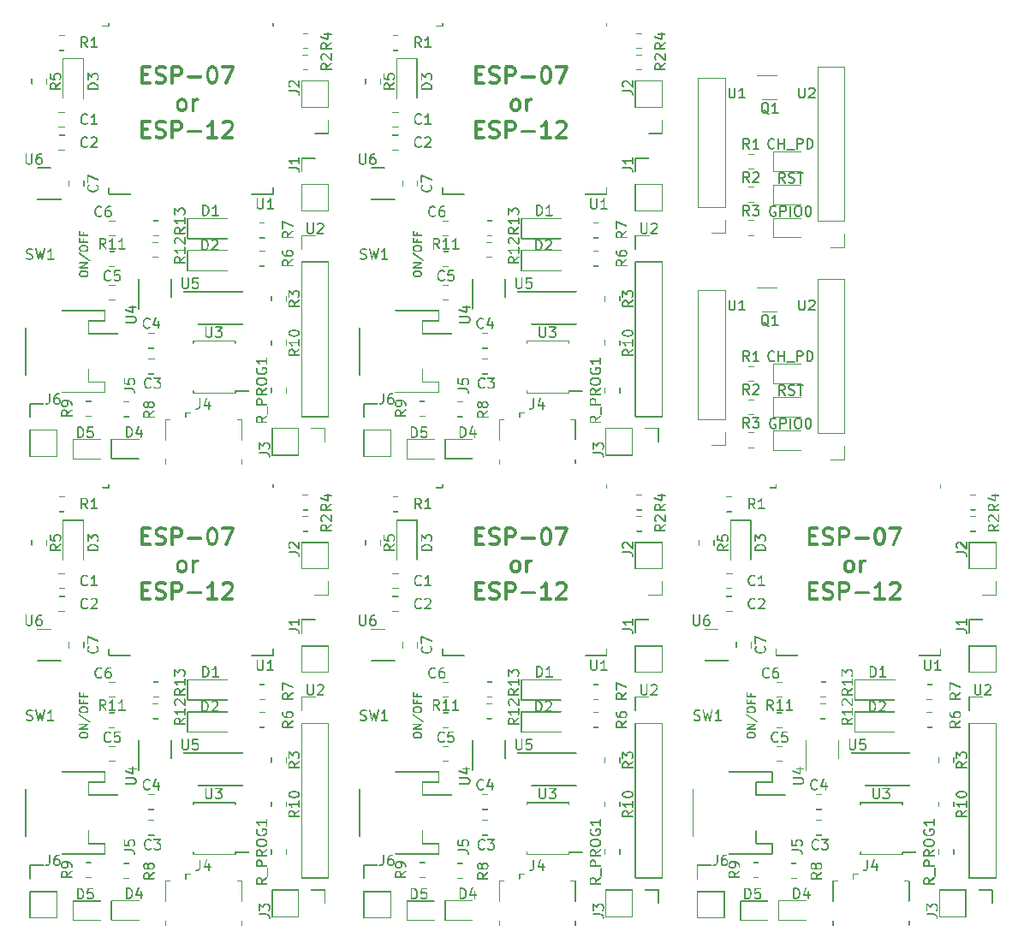
<source format=gto>
%MOIN*%
%OFA0B0*%
%FSLAX46Y46*%
%IPPOS*%
%LPD*%
%ADD10C,0.0047244094488188976*%
%ADD11C,0.005905511811023622*%
%ADD12C,0.0047244094488188976*%
%ADD13C,0.005905511811023622*%
G36*
X0000497318Y0001512295D02*
G01*
X0000499142Y0001512583D01*
X0000500789Y0001513422D01*
X0000502096Y0001514727D01*
X0000502935Y0001516374D01*
X0000503223Y0001518199D01*
X0000502935Y0001520025D01*
X0000502096Y0001521671D01*
X0000500789Y0001522977D01*
X0000499142Y0001523816D01*
X0000497318Y0001524105D01*
X0000476320Y0001524105D01*
X0000474495Y0001523816D01*
X0000472848Y0001522977D01*
X0000471542Y0001521671D01*
X0000470704Y0001520025D01*
X0000470415Y0001518199D01*
X0000470704Y0001516374D01*
X0000471542Y0001514727D01*
X0000472848Y0001513422D01*
X0000474495Y0001512583D01*
X0000476320Y0001512295D01*
X0000497318Y0001512295D01*
G37*
G36*
X0000506316Y0001479298D02*
G01*
X0000508140Y0001479587D01*
X0000509787Y0001480426D01*
X0000511094Y0001481733D01*
X0000511932Y0001483379D01*
X0000512221Y0001485204D01*
X0000511932Y0001487028D01*
X0000511094Y0001488675D01*
X0000509787Y0001489982D01*
X0000508140Y0001490820D01*
X0000506316Y0001491109D01*
X0000476320Y0001491109D01*
X0000474495Y0001490820D01*
X0000472848Y0001489982D01*
X0000471542Y0001488675D01*
X0000470704Y0001487028D01*
X0000470415Y0001485204D01*
X0000470704Y0001483379D01*
X0000471542Y0001481733D01*
X0000472848Y0001480426D01*
X0000474495Y0001479587D01*
X0000476320Y0001479298D01*
X0000506316Y0001479298D01*
G37*
G36*
X0000476320Y0001479298D02*
G01*
X0000478145Y0001479587D01*
X0000479792Y0001480426D01*
X0000481097Y0001481733D01*
X0000481936Y0001483379D01*
X0000482225Y0001485204D01*
X0000482225Y0001548196D01*
X0000481936Y0001550021D01*
X0000481097Y0001551667D01*
X0000479792Y0001552973D01*
X0000478145Y0001553812D01*
X0000476320Y0001554101D01*
X0000474495Y0001553812D01*
X0000472848Y0001552973D01*
X0000471542Y0001551667D01*
X0000470704Y0001550021D01*
X0000470415Y0001548196D01*
X0000470415Y0001485204D01*
X0000470704Y0001483379D01*
X0000471542Y0001481733D01*
X0000472848Y0001480426D01*
X0000474495Y0001479587D01*
X0000476320Y0001479298D01*
G37*
G36*
X0000506316Y0001542291D02*
G01*
X0000508140Y0001542580D01*
X0000509787Y0001543418D01*
X0000511094Y0001544725D01*
X0000511932Y0001546371D01*
X0000512221Y0001548196D01*
X0000511932Y0001550021D01*
X0000511094Y0001551667D01*
X0000509787Y0001552973D01*
X0000508140Y0001553812D01*
X0000506316Y0001554101D01*
X0000476320Y0001554101D01*
X0000474495Y0001553812D01*
X0000472848Y0001552973D01*
X0000471542Y0001551667D01*
X0000470704Y0001550021D01*
X0000470415Y0001548196D01*
X0000470704Y0001546371D01*
X0000471542Y0001544725D01*
X0000472848Y0001543418D01*
X0000474495Y0001542580D01*
X0000476320Y0001542291D01*
X0000506316Y0001542291D01*
G37*
G36*
X0000539313Y0001479298D02*
G01*
X0000541137Y0001479587D01*
X0000542783Y0001480426D01*
X0000544089Y0001481733D01*
X0000544929Y0001483379D01*
X0000545218Y0001485204D01*
X0000544929Y0001487028D01*
X0000544089Y0001488675D01*
X0000542783Y0001489982D01*
X0000541137Y0001490820D01*
X0000532139Y0001493819D01*
X0000530314Y0001494109D01*
X0000528488Y0001493819D01*
X0000526842Y0001492981D01*
X0000525537Y0001491674D01*
X0000524697Y0001490028D01*
X0000524408Y0001488204D01*
X0000524697Y0001486378D01*
X0000525537Y0001484732D01*
X0000526842Y0001483426D01*
X0000528488Y0001482587D01*
X0000537487Y0001479587D01*
X0000539313Y0001479298D01*
G37*
G36*
X0000554310Y0001479298D02*
G01*
X0000556135Y0001479587D01*
X0000557781Y0001480426D01*
X0000559088Y0001481733D01*
X0000559927Y0001483379D01*
X0000560215Y0001485204D01*
X0000559927Y0001487028D01*
X0000559088Y0001488675D01*
X0000557781Y0001489982D01*
X0000556135Y0001490820D01*
X0000554310Y0001491109D01*
X0000539313Y0001491109D01*
X0000537487Y0001490820D01*
X0000535842Y0001489982D01*
X0000534535Y0001488675D01*
X0000533696Y0001487028D01*
X0000533407Y0001485204D01*
X0000533696Y0001483379D01*
X0000534535Y0001481733D01*
X0000535842Y0001480426D01*
X0000537487Y0001479587D01*
X0000539313Y0001479298D01*
X0000554310Y0001479298D01*
G37*
G36*
X0000554310Y0001479298D02*
G01*
X0000556135Y0001479587D01*
X0000562134Y0001482587D01*
X0000563780Y0001483426D01*
X0000565087Y0001484732D01*
X0000565926Y0001486378D01*
X0000566215Y0001488204D01*
X0000565926Y0001490028D01*
X0000565087Y0001491674D01*
X0000563780Y0001492981D01*
X0000562134Y0001493819D01*
X0000560309Y0001494109D01*
X0000558484Y0001493819D01*
X0000552486Y0001490820D01*
X0000550840Y0001489982D01*
X0000549532Y0001488675D01*
X0000548694Y0001487028D01*
X0000548406Y0001485204D01*
X0000548694Y0001483379D01*
X0000549532Y0001481733D01*
X0000550840Y0001480426D01*
X0000552486Y0001479587D01*
X0000554310Y0001479298D01*
G37*
G36*
X0000560309Y0001482298D02*
G01*
X0000562134Y0001482587D01*
X0000563780Y0001483426D01*
X0000566781Y0001486425D01*
X0000568086Y0001487731D01*
X0000568926Y0001489378D01*
X0000569216Y0001491202D01*
X0000568926Y0001493028D01*
X0000568086Y0001494674D01*
X0000566781Y0001495981D01*
X0000565134Y0001496820D01*
X0000563309Y0001497109D01*
X0000561484Y0001496820D01*
X0000559838Y0001495981D01*
X0000556839Y0001492981D01*
X0000555532Y0001491674D01*
X0000554693Y0001490028D01*
X0000554405Y0001488204D01*
X0000554693Y0001486378D01*
X0000555532Y0001484732D01*
X0000556839Y0001483426D01*
X0000558484Y0001482587D01*
X0000560309Y0001482298D01*
G37*
G36*
X0000563309Y0001485297D02*
G01*
X0000565134Y0001485586D01*
X0000566781Y0001486425D01*
X0000568086Y0001487731D01*
X0000568926Y0001489378D01*
X0000571925Y0001495378D01*
X0000572215Y0001497202D01*
X0000571925Y0001499027D01*
X0000571086Y0001500673D01*
X0000569781Y0001501980D01*
X0000568133Y0001502817D01*
X0000566308Y0001503108D01*
X0000564484Y0001502817D01*
X0000562838Y0001501980D01*
X0000561531Y0001500673D01*
X0000560691Y0001499027D01*
X0000557692Y0001493028D01*
X0000557404Y0001491202D01*
X0000557692Y0001489378D01*
X0000558531Y0001487731D01*
X0000559838Y0001486425D01*
X0000561484Y0001485586D01*
X0000563309Y0001485297D01*
G37*
G36*
X0000566308Y0001491297D02*
G01*
X0000568133Y0001491586D01*
X0000569781Y0001492424D01*
X0000571086Y0001493731D01*
X0000571925Y0001495378D01*
X0000572215Y0001497202D01*
X0000572215Y0001503201D01*
X0000571925Y0001505027D01*
X0000571086Y0001506673D01*
X0000569781Y0001507979D01*
X0000568133Y0001508817D01*
X0000566308Y0001509107D01*
X0000564484Y0001508817D01*
X0000562838Y0001507979D01*
X0000561531Y0001506673D01*
X0000560691Y0001505027D01*
X0000560403Y0001503201D01*
X0000560403Y0001497202D01*
X0000560691Y0001495378D01*
X0000561531Y0001493731D01*
X0000562838Y0001492424D01*
X0000564484Y0001491586D01*
X0000566308Y0001491297D01*
G37*
G36*
X0000566308Y0001497296D02*
G01*
X0000568133Y0001497585D01*
X0000569781Y0001498424D01*
X0000571086Y0001499730D01*
X0000571925Y0001501376D01*
X0000572215Y0001503201D01*
X0000571925Y0001505027D01*
X0000568926Y0001511025D01*
X0000568086Y0001512672D01*
X0000566781Y0001513978D01*
X0000565134Y0001514817D01*
X0000563309Y0001515106D01*
X0000561484Y0001514817D01*
X0000559838Y0001513978D01*
X0000558531Y0001512672D01*
X0000557692Y0001511025D01*
X0000557404Y0001509200D01*
X0000557692Y0001507376D01*
X0000560691Y0001501376D01*
X0000561531Y0001499730D01*
X0000562838Y0001498424D01*
X0000564484Y0001497585D01*
X0000566308Y0001497296D01*
G37*
G36*
X0000563309Y0001503295D02*
G01*
X0000565134Y0001503585D01*
X0000566781Y0001504424D01*
X0000568086Y0001505730D01*
X0000568926Y0001507376D01*
X0000569216Y0001509200D01*
X0000568926Y0001511025D01*
X0000568086Y0001512672D01*
X0000563780Y0001516978D01*
X0000562134Y0001517817D01*
X0000560309Y0001518105D01*
X0000558484Y0001517817D01*
X0000556839Y0001516978D01*
X0000555532Y0001515671D01*
X0000554693Y0001514025D01*
X0000554405Y0001512200D01*
X0000554693Y0001510375D01*
X0000555532Y0001508729D01*
X0000559838Y0001504424D01*
X0000561484Y0001503585D01*
X0000563309Y0001503295D01*
G37*
G36*
X0000560309Y0001506295D02*
G01*
X0000562134Y0001506584D01*
X0000563780Y0001507423D01*
X0000565087Y0001508729D01*
X0000565926Y0001510375D01*
X0000566215Y0001512200D01*
X0000565926Y0001514025D01*
X0000565087Y0001515671D01*
X0000563780Y0001516978D01*
X0000562134Y0001517817D01*
X0000556135Y0001520817D01*
X0000554310Y0001521106D01*
X0000552486Y0001520817D01*
X0000550840Y0001519978D01*
X0000549532Y0001518672D01*
X0000548694Y0001517024D01*
X0000548406Y0001515200D01*
X0000548694Y0001513375D01*
X0000549532Y0001511728D01*
X0000550840Y0001510422D01*
X0000552486Y0001509582D01*
X0000558484Y0001506584D01*
X0000560309Y0001506295D01*
G37*
G36*
X0000554310Y0001509293D02*
G01*
X0000556135Y0001509582D01*
X0000557781Y0001510422D01*
X0000559088Y0001511728D01*
X0000559927Y0001513375D01*
X0000560215Y0001515200D01*
X0000559927Y0001517024D01*
X0000559088Y0001518672D01*
X0000557781Y0001519978D01*
X0000556135Y0001520817D01*
X0000544137Y0001523816D01*
X0000542313Y0001524105D01*
X0000540487Y0001523816D01*
X0000538842Y0001522977D01*
X0000537535Y0001521671D01*
X0000536696Y0001520025D01*
X0000536406Y0001518199D01*
X0000536696Y0001516374D01*
X0000537535Y0001514727D01*
X0000538842Y0001513422D01*
X0000540487Y0001512583D01*
X0000552486Y0001509582D01*
X0000554310Y0001509293D01*
G37*
G36*
X0000542313Y0001512295D02*
G01*
X0000544137Y0001512583D01*
X0000545782Y0001513422D01*
X0000547091Y0001514727D01*
X0000547929Y0001516374D01*
X0000548217Y0001518199D01*
X0000547929Y0001520025D01*
X0000547091Y0001521671D01*
X0000545782Y0001522977D01*
X0000544137Y0001523816D01*
X0000538138Y0001526815D01*
X0000536313Y0001527105D01*
X0000534488Y0001526815D01*
X0000532842Y0001525976D01*
X0000531535Y0001524670D01*
X0000530697Y0001523024D01*
X0000530407Y0001521199D01*
X0000530697Y0001519375D01*
X0000531535Y0001517728D01*
X0000532842Y0001516421D01*
X0000534488Y0001515582D01*
X0000540487Y0001512583D01*
X0000542313Y0001512295D01*
G37*
G36*
X0000536313Y0001515293D02*
G01*
X0000538138Y0001515582D01*
X0000539784Y0001516421D01*
X0000541090Y0001517728D01*
X0000541930Y0001519375D01*
X0000542218Y0001521199D01*
X0000541930Y0001523024D01*
X0000541090Y0001524670D01*
X0000539784Y0001525976D01*
X0000538091Y0001527669D01*
X0000538091Y0001527670D01*
X0000536783Y0001528976D01*
X0000535139Y0001529814D01*
X0000533314Y0001530104D01*
X0000531488Y0001529814D01*
X0000529841Y0001528976D01*
X0000528536Y0001527670D01*
X0000527696Y0001526023D01*
X0000527407Y0001524198D01*
X0000527696Y0001522374D01*
X0000528536Y0001520727D01*
X0000529841Y0001519422D01*
X0000531535Y0001517729D01*
X0000531535Y0001517728D01*
X0000532842Y0001516421D01*
X0000534488Y0001515582D01*
X0000536313Y0001515293D01*
G37*
G36*
X0000533314Y0001518293D02*
G01*
X0000535139Y0001518582D01*
X0000536783Y0001519422D01*
X0000538091Y0001520727D01*
X0000538928Y0001522374D01*
X0000539219Y0001524198D01*
X0000538928Y0001526023D01*
X0000535929Y0001532023D01*
X0000535091Y0001533669D01*
X0000533785Y0001534976D01*
X0000532139Y0001535814D01*
X0000530314Y0001536104D01*
X0000528488Y0001535814D01*
X0000526842Y0001534976D01*
X0000525537Y0001533669D01*
X0000524697Y0001532023D01*
X0000524408Y0001530198D01*
X0000524697Y0001528374D01*
X0000527696Y0001522374D01*
X0000528536Y0001520727D01*
X0000529841Y0001519422D01*
X0000531488Y0001518582D01*
X0000533314Y0001518293D01*
G37*
G36*
X0000530314Y0001524292D02*
G01*
X0000532139Y0001524581D01*
X0000533785Y0001525419D01*
X0000535091Y0001526727D01*
X0000535929Y0001528374D01*
X0000536219Y0001530198D01*
X0000536219Y0001536198D01*
X0000535929Y0001538022D01*
X0000535091Y0001539668D01*
X0000533785Y0001540976D01*
X0000532139Y0001541813D01*
X0000530314Y0001542102D01*
X0000528488Y0001541813D01*
X0000526842Y0001540976D01*
X0000525537Y0001539668D01*
X0000524697Y0001538022D01*
X0000524408Y0001536198D01*
X0000524408Y0001530198D01*
X0000524697Y0001528374D01*
X0000525537Y0001526727D01*
X0000526842Y0001525419D01*
X0000528488Y0001524581D01*
X0000530314Y0001524292D01*
G37*
G36*
X0000530314Y0001530292D02*
G01*
X0000532139Y0001530581D01*
X0000533785Y0001531418D01*
X0000535091Y0001532726D01*
X0000535929Y0001534372D01*
X0000538928Y0001540371D01*
X0000539219Y0001542196D01*
X0000538928Y0001544022D01*
X0000538091Y0001545668D01*
X0000536783Y0001546973D01*
X0000535139Y0001547813D01*
X0000533314Y0001548102D01*
X0000531488Y0001547813D01*
X0000529841Y0001546973D01*
X0000528536Y0001545668D01*
X0000527696Y0001544022D01*
X0000524697Y0001538022D01*
X0000524408Y0001536198D01*
X0000524697Y0001534372D01*
X0000525537Y0001532726D01*
X0000526842Y0001531418D01*
X0000528488Y0001530581D01*
X0000530314Y0001530292D01*
G37*
G36*
X0000533314Y0001536291D02*
G01*
X0000535139Y0001536580D01*
X0000536783Y0001537418D01*
X0000541090Y0001541724D01*
X0000541930Y0001543371D01*
X0000542218Y0001545196D01*
X0000541930Y0001547021D01*
X0000541090Y0001548667D01*
X0000539784Y0001549974D01*
X0000538138Y0001550812D01*
X0000536313Y0001551102D01*
X0000534488Y0001550812D01*
X0000532842Y0001549974D01*
X0000528536Y0001545668D01*
X0000527696Y0001544022D01*
X0000527407Y0001542196D01*
X0000527696Y0001540371D01*
X0000528536Y0001538725D01*
X0000529841Y0001537418D01*
X0000531488Y0001536580D01*
X0000533314Y0001536291D01*
G37*
G36*
X0000536313Y0001539291D02*
G01*
X0000538138Y0001539580D01*
X0000544137Y0001542580D01*
X0000545782Y0001543418D01*
X0000547091Y0001544725D01*
X0000547929Y0001546371D01*
X0000548217Y0001548196D01*
X0000547929Y0001550021D01*
X0000547091Y0001551667D01*
X0000545782Y0001552973D01*
X0000544137Y0001553812D01*
X0000542313Y0001554101D01*
X0000540487Y0001553812D01*
X0000534488Y0001550812D01*
X0000532842Y0001549974D01*
X0000531535Y0001548667D01*
X0000530697Y0001547021D01*
X0000530407Y0001545196D01*
X0000530697Y0001543371D01*
X0000531535Y0001541724D01*
X0000532842Y0001540418D01*
X0000534488Y0001539580D01*
X0000536313Y0001539291D01*
G37*
G36*
X0000557310Y0001542291D02*
G01*
X0000559134Y0001542580D01*
X0000560782Y0001543418D01*
X0000562088Y0001544725D01*
X0000562927Y0001546371D01*
X0000563215Y0001548196D01*
X0000562927Y0001550021D01*
X0000562088Y0001551667D01*
X0000560782Y0001552973D01*
X0000559134Y0001553812D01*
X0000557310Y0001554101D01*
X0000542313Y0001554101D01*
X0000540487Y0001553812D01*
X0000538842Y0001552973D01*
X0000537535Y0001551667D01*
X0000536696Y0001550021D01*
X0000536406Y0001548196D01*
X0000536696Y0001546371D01*
X0000537535Y0001544725D01*
X0000538842Y0001543418D01*
X0000540487Y0001542580D01*
X0000542313Y0001542291D01*
X0000557310Y0001542291D01*
G37*
G36*
X0000566308Y0001539291D02*
G01*
X0000568133Y0001539580D01*
X0000569781Y0001540418D01*
X0000571086Y0001541724D01*
X0000571925Y0001543371D01*
X0000572215Y0001545196D01*
X0000571925Y0001547021D01*
X0000571086Y0001548667D01*
X0000569781Y0001549974D01*
X0000568133Y0001550812D01*
X0000559134Y0001553812D01*
X0000557310Y0001554101D01*
X0000555485Y0001553812D01*
X0000553839Y0001552973D01*
X0000552532Y0001551667D01*
X0000551693Y0001550021D01*
X0000551405Y0001548196D01*
X0000551693Y0001546371D01*
X0000552532Y0001544725D01*
X0000553839Y0001543418D01*
X0000555485Y0001542580D01*
X0000564484Y0001539580D01*
X0000566308Y0001539291D01*
G37*
G36*
X0000593306Y0001479298D02*
G01*
X0000595130Y0001479587D01*
X0000596776Y0001480426D01*
X0000598083Y0001481733D01*
X0000598922Y0001483379D01*
X0000599211Y0001485204D01*
X0000599211Y0001548196D01*
X0000598922Y0001550021D01*
X0000598083Y0001551667D01*
X0000596776Y0001552973D01*
X0000595130Y0001553812D01*
X0000593306Y0001554101D01*
X0000591481Y0001553812D01*
X0000589835Y0001552973D01*
X0000588528Y0001551667D01*
X0000587689Y0001550021D01*
X0000587401Y0001548196D01*
X0000587401Y0001485204D01*
X0000587689Y0001483379D01*
X0000588528Y0001481733D01*
X0000589835Y0001480426D01*
X0000591481Y0001479587D01*
X0000593306Y0001479298D01*
G37*
G36*
X0000617303Y0001542291D02*
G01*
X0000619128Y0001542580D01*
X0000620774Y0001543418D01*
X0000622079Y0001544725D01*
X0000622919Y0001546371D01*
X0000623208Y0001548196D01*
X0000622919Y0001550021D01*
X0000622079Y0001551667D01*
X0000620774Y0001552973D01*
X0000619128Y0001553812D01*
X0000617303Y0001554101D01*
X0000593306Y0001554101D01*
X0000591481Y0001553812D01*
X0000589835Y0001552973D01*
X0000588528Y0001551667D01*
X0000587689Y0001550021D01*
X0000587401Y0001548196D01*
X0000587689Y0001546371D01*
X0000588528Y0001544725D01*
X0000589835Y0001543418D01*
X0000591481Y0001542580D01*
X0000593306Y0001542291D01*
X0000617303Y0001542291D01*
G37*
G36*
X0000623303Y0001539291D02*
G01*
X0000625127Y0001539580D01*
X0000626773Y0001540418D01*
X0000628080Y0001541724D01*
X0000628917Y0001543371D01*
X0000629207Y0001545196D01*
X0000628917Y0001547021D01*
X0000628080Y0001548667D01*
X0000626773Y0001549974D01*
X0000625127Y0001550812D01*
X0000619128Y0001553812D01*
X0000617303Y0001554101D01*
X0000615478Y0001553812D01*
X0000613831Y0001552973D01*
X0000612526Y0001551667D01*
X0000611687Y0001550021D01*
X0000611397Y0001548196D01*
X0000611687Y0001546371D01*
X0000612526Y0001544725D01*
X0000613831Y0001543418D01*
X0000615478Y0001542580D01*
X0000621477Y0001539580D01*
X0000623303Y0001539291D01*
G37*
G36*
X0000626302Y0001536291D02*
G01*
X0000628127Y0001536580D01*
X0000629773Y0001537418D01*
X0000631080Y0001538725D01*
X0000631919Y0001540371D01*
X0000632206Y0001542196D01*
X0000631919Y0001544022D01*
X0000631080Y0001545668D01*
X0000629773Y0001546973D01*
X0000626773Y0001549974D01*
X0000625127Y0001550812D01*
X0000623303Y0001551102D01*
X0000621477Y0001550812D01*
X0000619830Y0001549974D01*
X0000618525Y0001548667D01*
X0000617686Y0001547021D01*
X0000617396Y0001545196D01*
X0000617686Y0001543371D01*
X0000618525Y0001541724D01*
X0000619830Y0001540418D01*
X0000622829Y0001537418D01*
X0000624478Y0001536580D01*
X0000626302Y0001536291D01*
G37*
G36*
X0000629301Y0001530292D02*
G01*
X0000631126Y0001530581D01*
X0000632772Y0001531418D01*
X0000634079Y0001532726D01*
X0000634917Y0001534372D01*
X0000635206Y0001536198D01*
X0000634917Y0001538022D01*
X0000631919Y0001544022D01*
X0000631080Y0001545668D01*
X0000629773Y0001546973D01*
X0000628127Y0001547813D01*
X0000626302Y0001548102D01*
X0000624478Y0001547813D01*
X0000622829Y0001546973D01*
X0000621524Y0001545668D01*
X0000620685Y0001544022D01*
X0000620395Y0001542196D01*
X0000620685Y0001540371D01*
X0000623685Y0001534372D01*
X0000624524Y0001532726D01*
X0000625831Y0001531418D01*
X0000627477Y0001530581D01*
X0000629301Y0001530292D01*
G37*
G36*
X0000629301Y0001521292D02*
G01*
X0000631126Y0001521582D01*
X0000632772Y0001522421D01*
X0000634079Y0001523727D01*
X0000634917Y0001525373D01*
X0000635206Y0001527198D01*
X0000635206Y0001536198D01*
X0000634917Y0001538022D01*
X0000634079Y0001539668D01*
X0000632772Y0001540976D01*
X0000631126Y0001541813D01*
X0000629301Y0001542102D01*
X0000627477Y0001541813D01*
X0000625831Y0001540976D01*
X0000624524Y0001539668D01*
X0000623685Y0001538022D01*
X0000623395Y0001536198D01*
X0000623395Y0001527198D01*
X0000623685Y0001525373D01*
X0000624524Y0001523727D01*
X0000625831Y0001522421D01*
X0000627477Y0001521582D01*
X0000629301Y0001521292D01*
G37*
G36*
X0000626302Y0001515293D02*
G01*
X0000628127Y0001515582D01*
X0000629773Y0001516421D01*
X0000631080Y0001517728D01*
X0000631919Y0001519375D01*
X0000634917Y0001525373D01*
X0000635206Y0001527198D01*
X0000634917Y0001529024D01*
X0000634079Y0001530669D01*
X0000632772Y0001531976D01*
X0000631126Y0001532815D01*
X0000629301Y0001533104D01*
X0000627477Y0001532815D01*
X0000625831Y0001531976D01*
X0000624524Y0001530669D01*
X0000623685Y0001529024D01*
X0000620685Y0001523024D01*
X0000620395Y0001521199D01*
X0000620685Y0001519375D01*
X0000621524Y0001517728D01*
X0000622829Y0001516421D01*
X0000624478Y0001515582D01*
X0000626302Y0001515293D01*
G37*
G36*
X0000623303Y0001512295D02*
G01*
X0000625127Y0001512583D01*
X0000626773Y0001513422D01*
X0000631080Y0001517728D01*
X0000631919Y0001519375D01*
X0000632206Y0001521199D01*
X0000631919Y0001523024D01*
X0000631080Y0001524670D01*
X0000629773Y0001525976D01*
X0000628127Y0001526815D01*
X0000626302Y0001527105D01*
X0000624478Y0001526815D01*
X0000622829Y0001525976D01*
X0000618525Y0001521671D01*
X0000617686Y0001520025D01*
X0000617396Y0001518199D01*
X0000617686Y0001516374D01*
X0000618525Y0001514727D01*
X0000619830Y0001513422D01*
X0000621477Y0001512583D01*
X0000623303Y0001512295D01*
G37*
G36*
X0000617303Y0001509293D02*
G01*
X0000619128Y0001509582D01*
X0000625127Y0001512583D01*
X0000626773Y0001513422D01*
X0000628080Y0001514727D01*
X0000628917Y0001516374D01*
X0000629207Y0001518199D01*
X0000628917Y0001520025D01*
X0000628080Y0001521671D01*
X0000626773Y0001522977D01*
X0000625127Y0001523816D01*
X0000623303Y0001524105D01*
X0000621477Y0001523816D01*
X0000615478Y0001520817D01*
X0000613831Y0001519978D01*
X0000612526Y0001518672D01*
X0000611687Y0001517024D01*
X0000611397Y0001515200D01*
X0000611687Y0001513375D01*
X0000612526Y0001511728D01*
X0000613831Y0001510422D01*
X0000615478Y0001509582D01*
X0000617303Y0001509293D01*
G37*
G36*
X0000617303Y0001509293D02*
G01*
X0000619128Y0001509582D01*
X0000620774Y0001510422D01*
X0000622079Y0001511728D01*
X0000622919Y0001513375D01*
X0000623208Y0001515200D01*
X0000622919Y0001517024D01*
X0000622079Y0001518672D01*
X0000620774Y0001519978D01*
X0000619128Y0001520817D01*
X0000617303Y0001521106D01*
X0000593306Y0001521106D01*
X0000591481Y0001520817D01*
X0000589835Y0001519978D01*
X0000588528Y0001518672D01*
X0000587689Y0001517024D01*
X0000587401Y0001515200D01*
X0000587689Y0001513375D01*
X0000588528Y0001511728D01*
X0000589835Y0001510422D01*
X0000591481Y0001509582D01*
X0000593306Y0001509293D01*
X0000617303Y0001509293D01*
G37*
G36*
X0000704291Y0001503295D02*
G01*
X0000706118Y0001503585D01*
X0000707764Y0001504424D01*
X0000709069Y0001505730D01*
X0000709907Y0001507376D01*
X0000710198Y0001509200D01*
X0000709907Y0001511025D01*
X0000709069Y0001512672D01*
X0000707764Y0001513978D01*
X0000706118Y0001514817D01*
X0000704291Y0001515106D01*
X0000656297Y0001515106D01*
X0000654473Y0001514817D01*
X0000652826Y0001513978D01*
X0000651520Y0001512672D01*
X0000650681Y0001511025D01*
X0000650392Y0001509200D01*
X0000650681Y0001507376D01*
X0000651520Y0001505730D01*
X0000652826Y0001504424D01*
X0000654473Y0001503585D01*
X0000656297Y0001503295D01*
X0000704291Y0001503295D01*
G37*
G36*
X0000752286Y0001542291D02*
G01*
X0000754111Y0001542580D01*
X0000755757Y0001543418D01*
X0000757064Y0001544725D01*
X0000757902Y0001546371D01*
X0000758191Y0001548196D01*
X0000757902Y0001550021D01*
X0000757064Y0001551667D01*
X0000755757Y0001552973D01*
X0000754111Y0001553812D01*
X0000752286Y0001554101D01*
X0000746286Y0001554101D01*
X0000744461Y0001553812D01*
X0000742815Y0001552973D01*
X0000741508Y0001551667D01*
X0000740671Y0001550021D01*
X0000740381Y0001548196D01*
X0000740671Y0001546371D01*
X0000741508Y0001544725D01*
X0000742815Y0001543418D01*
X0000744461Y0001542580D01*
X0000746286Y0001542291D01*
X0000752286Y0001542291D01*
G37*
G36*
X0000758285Y0001539291D02*
G01*
X0000760110Y0001539580D01*
X0000761755Y0001540418D01*
X0000763063Y0001541724D01*
X0000763901Y0001543371D01*
X0000764190Y0001545196D01*
X0000763901Y0001547021D01*
X0000763063Y0001548667D01*
X0000761755Y0001549974D01*
X0000760110Y0001550812D01*
X0000754111Y0001553812D01*
X0000752286Y0001554101D01*
X0000750460Y0001553812D01*
X0000748814Y0001552973D01*
X0000747509Y0001551667D01*
X0000746669Y0001550021D01*
X0000746379Y0001548196D01*
X0000746669Y0001546371D01*
X0000747509Y0001544725D01*
X0000748814Y0001543418D01*
X0000750460Y0001542580D01*
X0000756460Y0001539580D01*
X0000758285Y0001539291D01*
G37*
G36*
X0000761285Y0001536291D02*
G01*
X0000763108Y0001536580D01*
X0000764755Y0001537418D01*
X0000766063Y0001538725D01*
X0000766900Y0001540371D01*
X0000767189Y0001542196D01*
X0000766900Y0001544022D01*
X0000766063Y0001545668D01*
X0000764755Y0001546973D01*
X0000761755Y0001549974D01*
X0000760110Y0001550812D01*
X0000758285Y0001551102D01*
X0000756460Y0001550812D01*
X0000754815Y0001549974D01*
X0000753508Y0001548667D01*
X0000752668Y0001547021D01*
X0000752379Y0001545196D01*
X0000752668Y0001543371D01*
X0000753508Y0001541724D01*
X0000754815Y0001540418D01*
X0000757813Y0001537418D01*
X0000759460Y0001536580D01*
X0000761285Y0001536291D01*
G37*
G36*
X0000764285Y0001530292D02*
G01*
X0000766108Y0001530581D01*
X0000767754Y0001531418D01*
X0000769063Y0001532726D01*
X0000769901Y0001534372D01*
X0000770191Y0001536198D01*
X0000769901Y0001538022D01*
X0000766900Y0001544022D01*
X0000766063Y0001545668D01*
X0000764755Y0001546973D01*
X0000763108Y0001547813D01*
X0000761285Y0001548102D01*
X0000759460Y0001547813D01*
X0000757813Y0001546973D01*
X0000756507Y0001545668D01*
X0000755668Y0001544022D01*
X0000755379Y0001542196D01*
X0000755668Y0001540371D01*
X0000758667Y0001534372D01*
X0000759506Y0001532726D01*
X0000760814Y0001531418D01*
X0000762460Y0001530581D01*
X0000764285Y0001530292D01*
G37*
G36*
X0000767283Y0001518293D02*
G01*
X0000769110Y0001518582D01*
X0000770755Y0001519422D01*
X0000772062Y0001520727D01*
X0000772901Y0001522374D01*
X0000773189Y0001524198D01*
X0000772901Y0001526023D01*
X0000769901Y0001538022D01*
X0000769063Y0001539668D01*
X0000767754Y0001540976D01*
X0000766108Y0001541813D01*
X0000764285Y0001542102D01*
X0000762460Y0001541813D01*
X0000760814Y0001540976D01*
X0000759506Y0001539668D01*
X0000758667Y0001538022D01*
X0000758378Y0001536198D01*
X0000758667Y0001534372D01*
X0000761667Y0001522374D01*
X0000762506Y0001520727D01*
X0000763814Y0001519422D01*
X0000765459Y0001518582D01*
X0000767283Y0001518293D01*
G37*
G36*
X0000767283Y0001503295D02*
G01*
X0000769110Y0001503585D01*
X0000770755Y0001504424D01*
X0000772062Y0001505730D01*
X0000772901Y0001507376D01*
X0000773189Y0001509200D01*
X0000773189Y0001524198D01*
X0000772901Y0001526023D01*
X0000772062Y0001527670D01*
X0000770755Y0001528976D01*
X0000769110Y0001529814D01*
X0000767283Y0001530104D01*
X0000765459Y0001529814D01*
X0000763814Y0001528976D01*
X0000762506Y0001527670D01*
X0000761667Y0001526023D01*
X0000761378Y0001524198D01*
X0000761378Y0001509200D01*
X0000761667Y0001507376D01*
X0000762506Y0001505730D01*
X0000763814Y0001504424D01*
X0000765459Y0001503585D01*
X0000767283Y0001503295D01*
G37*
G36*
X0000764285Y0001491297D02*
G01*
X0000766108Y0001491586D01*
X0000767754Y0001492424D01*
X0000769063Y0001493731D01*
X0000769901Y0001495378D01*
X0000772901Y0001507376D01*
X0000773189Y0001509200D01*
X0000772901Y0001511025D01*
X0000772062Y0001512672D01*
X0000770755Y0001513978D01*
X0000769110Y0001514817D01*
X0000767283Y0001515106D01*
X0000765459Y0001514817D01*
X0000763814Y0001513978D01*
X0000762506Y0001512672D01*
X0000761667Y0001511025D01*
X0000758667Y0001499027D01*
X0000758378Y0001497202D01*
X0000758667Y0001495378D01*
X0000759506Y0001493731D01*
X0000760814Y0001492424D01*
X0000762460Y0001491586D01*
X0000764285Y0001491297D01*
G37*
G36*
X0000761285Y0001485297D02*
G01*
X0000763108Y0001485586D01*
X0000764755Y0001486425D01*
X0000766063Y0001487731D01*
X0000766900Y0001489378D01*
X0000769901Y0001495378D01*
X0000770191Y0001497202D01*
X0000769901Y0001499027D01*
X0000769063Y0001500673D01*
X0000767754Y0001501980D01*
X0000766108Y0001502817D01*
X0000764285Y0001503108D01*
X0000762460Y0001502817D01*
X0000760814Y0001501980D01*
X0000759506Y0001500673D01*
X0000758667Y0001499027D01*
X0000755668Y0001493028D01*
X0000755379Y0001491202D01*
X0000755668Y0001489378D01*
X0000756507Y0001487731D01*
X0000757813Y0001486425D01*
X0000759460Y0001485586D01*
X0000761285Y0001485297D01*
G37*
G36*
X0000758285Y0001482298D02*
G01*
X0000760110Y0001482587D01*
X0000761755Y0001483426D01*
X0000763063Y0001484732D01*
X0000764755Y0001486425D01*
X0000764755Y0001486425D01*
X0000766063Y0001487731D01*
X0000766900Y0001489378D01*
X0000767189Y0001491202D01*
X0000766900Y0001493028D01*
X0000766063Y0001494674D01*
X0000764755Y0001495981D01*
X0000763108Y0001496820D01*
X0000761285Y0001497109D01*
X0000759460Y0001496820D01*
X0000757813Y0001495981D01*
X0000756507Y0001494674D01*
X0000754815Y0001492982D01*
X0000754815Y0001492981D01*
X0000753508Y0001491674D01*
X0000752668Y0001490028D01*
X0000752379Y0001488204D01*
X0000752668Y0001486378D01*
X0000753508Y0001484732D01*
X0000754815Y0001483426D01*
X0000756460Y0001482587D01*
X0000758285Y0001482298D01*
G37*
G36*
X0000752286Y0001479298D02*
G01*
X0000754111Y0001479587D01*
X0000760110Y0001482587D01*
X0000761755Y0001483426D01*
X0000763063Y0001484732D01*
X0000763901Y0001486378D01*
X0000764190Y0001488204D01*
X0000763901Y0001490028D01*
X0000763063Y0001491674D01*
X0000761755Y0001492981D01*
X0000760110Y0001493819D01*
X0000758285Y0001494109D01*
X0000756460Y0001493819D01*
X0000750460Y0001490820D01*
X0000748814Y0001489982D01*
X0000747509Y0001488675D01*
X0000746669Y0001487028D01*
X0000746379Y0001485204D01*
X0000746669Y0001483379D01*
X0000747509Y0001481733D01*
X0000748814Y0001480426D01*
X0000750460Y0001479587D01*
X0000752286Y0001479298D01*
G37*
G36*
X0000752286Y0001479298D02*
G01*
X0000754111Y0001479587D01*
X0000755757Y0001480426D01*
X0000757064Y0001481733D01*
X0000757902Y0001483379D01*
X0000758191Y0001485204D01*
X0000757902Y0001487028D01*
X0000757064Y0001488675D01*
X0000755757Y0001489982D01*
X0000754111Y0001490820D01*
X0000752286Y0001491109D01*
X0000746286Y0001491109D01*
X0000744461Y0001490820D01*
X0000742815Y0001489982D01*
X0000741508Y0001488675D01*
X0000740671Y0001487028D01*
X0000740381Y0001485204D01*
X0000740671Y0001483379D01*
X0000741508Y0001481733D01*
X0000742815Y0001480426D01*
X0000744461Y0001479587D01*
X0000746286Y0001479298D01*
X0000752286Y0001479298D01*
G37*
G36*
X0000746286Y0001479298D02*
G01*
X0000748112Y0001479587D01*
X0000749758Y0001480426D01*
X0000751063Y0001481733D01*
X0000751902Y0001483379D01*
X0000752192Y0001485204D01*
X0000751902Y0001487028D01*
X0000751063Y0001488675D01*
X0000749758Y0001489982D01*
X0000748112Y0001490820D01*
X0000742113Y0001493819D01*
X0000740288Y0001494109D01*
X0000738461Y0001493819D01*
X0000736815Y0001492981D01*
X0000735509Y0001491674D01*
X0000734671Y0001490028D01*
X0000734382Y0001488204D01*
X0000734671Y0001486378D01*
X0000735509Y0001484732D01*
X0000736815Y0001483426D01*
X0000738461Y0001482587D01*
X0000744461Y0001479587D01*
X0000746286Y0001479298D01*
G37*
G36*
X0000740288Y0001482298D02*
G01*
X0000742113Y0001482587D01*
X0000743759Y0001483426D01*
X0000745064Y0001484732D01*
X0000745904Y0001486378D01*
X0000746193Y0001488204D01*
X0000745904Y0001490028D01*
X0000745064Y0001491674D01*
X0000743759Y0001492981D01*
X0000740759Y0001495981D01*
X0000739112Y0001496820D01*
X0000737286Y0001497109D01*
X0000735461Y0001496820D01*
X0000733816Y0001495981D01*
X0000732510Y0001494674D01*
X0000731671Y0001493028D01*
X0000731383Y0001491202D01*
X0000731671Y0001489378D01*
X0000732510Y0001487731D01*
X0000733816Y0001486425D01*
X0000736815Y0001483426D01*
X0000738461Y0001482587D01*
X0000740288Y0001482298D01*
G37*
G36*
X0000737286Y0001485297D02*
G01*
X0000739112Y0001485586D01*
X0000740759Y0001486425D01*
X0000742065Y0001487731D01*
X0000742904Y0001489378D01*
X0000743193Y0001491202D01*
X0000742904Y0001493028D01*
X0000739904Y0001499027D01*
X0000739066Y0001500673D01*
X0000737760Y0001501980D01*
X0000736112Y0001502817D01*
X0000734289Y0001503108D01*
X0000732463Y0001502817D01*
X0000730817Y0001501980D01*
X0000729510Y0001500673D01*
X0000728671Y0001499027D01*
X0000728383Y0001497202D01*
X0000728671Y0001495378D01*
X0000731671Y0001489378D01*
X0000732510Y0001487731D01*
X0000733816Y0001486425D01*
X0000735461Y0001485586D01*
X0000737286Y0001485297D01*
G37*
G36*
X0000734289Y0001491297D02*
G01*
X0000736112Y0001491586D01*
X0000737760Y0001492424D01*
X0000739066Y0001493731D01*
X0000739904Y0001495378D01*
X0000740193Y0001497202D01*
X0000739904Y0001499027D01*
X0000736904Y0001511025D01*
X0000736066Y0001512672D01*
X0000734760Y0001513978D01*
X0000733113Y0001514817D01*
X0000731288Y0001515106D01*
X0000729464Y0001514817D01*
X0000727818Y0001513978D01*
X0000726510Y0001512672D01*
X0000725671Y0001511025D01*
X0000725384Y0001509200D01*
X0000725671Y0001507376D01*
X0000728671Y0001495378D01*
X0000729510Y0001493731D01*
X0000730817Y0001492424D01*
X0000732463Y0001491586D01*
X0000734289Y0001491297D01*
G37*
G36*
X0000731288Y0001503295D02*
G01*
X0000733113Y0001503585D01*
X0000734760Y0001504424D01*
X0000736066Y0001505730D01*
X0000736904Y0001507376D01*
X0000737193Y0001509200D01*
X0000737193Y0001524198D01*
X0000736904Y0001526023D01*
X0000736066Y0001527670D01*
X0000734760Y0001528976D01*
X0000733113Y0001529814D01*
X0000731288Y0001530104D01*
X0000729464Y0001529814D01*
X0000727818Y0001528976D01*
X0000726510Y0001527670D01*
X0000725671Y0001526023D01*
X0000725384Y0001524198D01*
X0000725384Y0001509200D01*
X0000725671Y0001507376D01*
X0000726510Y0001505730D01*
X0000727818Y0001504424D01*
X0000729464Y0001503585D01*
X0000731288Y0001503295D01*
G37*
G36*
X0000731288Y0001518293D02*
G01*
X0000733113Y0001518582D01*
X0000734760Y0001519422D01*
X0000736066Y0001520727D01*
X0000736904Y0001522374D01*
X0000739904Y0001534372D01*
X0000740193Y0001536198D01*
X0000739904Y0001538022D01*
X0000739066Y0001539668D01*
X0000737760Y0001540976D01*
X0000736112Y0001541813D01*
X0000734289Y0001542102D01*
X0000732463Y0001541813D01*
X0000730817Y0001540976D01*
X0000729510Y0001539668D01*
X0000728671Y0001538022D01*
X0000725671Y0001526023D01*
X0000725384Y0001524198D01*
X0000725671Y0001522374D01*
X0000726510Y0001520727D01*
X0000727818Y0001519422D01*
X0000729464Y0001518582D01*
X0000731288Y0001518293D01*
G37*
G36*
X0000734289Y0001530292D02*
G01*
X0000736112Y0001530581D01*
X0000737760Y0001531418D01*
X0000739066Y0001532726D01*
X0000739904Y0001534372D01*
X0000742904Y0001540371D01*
X0000743193Y0001542196D01*
X0000742904Y0001544022D01*
X0000742065Y0001545668D01*
X0000740759Y0001546973D01*
X0000739112Y0001547813D01*
X0000737286Y0001548102D01*
X0000735461Y0001547813D01*
X0000733816Y0001546973D01*
X0000732510Y0001545668D01*
X0000731671Y0001544022D01*
X0000728671Y0001538022D01*
X0000728383Y0001536198D01*
X0000728671Y0001534372D01*
X0000729510Y0001532726D01*
X0000730817Y0001531418D01*
X0000732463Y0001530581D01*
X0000734289Y0001530292D01*
G37*
G36*
X0000737286Y0001536291D02*
G01*
X0000739112Y0001536580D01*
X0000740759Y0001537418D01*
X0000743759Y0001540418D01*
X0000745064Y0001541724D01*
X0000745904Y0001543371D01*
X0000746193Y0001545196D01*
X0000745904Y0001547021D01*
X0000745064Y0001548667D01*
X0000743759Y0001549974D01*
X0000742113Y0001550812D01*
X0000740288Y0001551102D01*
X0000738461Y0001550812D01*
X0000736815Y0001549974D01*
X0000733816Y0001546973D01*
X0000732510Y0001545668D01*
X0000731671Y0001544022D01*
X0000731383Y0001542196D01*
X0000731671Y0001540371D01*
X0000732510Y0001538725D01*
X0000733816Y0001537418D01*
X0000735461Y0001536580D01*
X0000737286Y0001536291D01*
G37*
G36*
X0000740288Y0001539291D02*
G01*
X0000742113Y0001539580D01*
X0000748112Y0001542580D01*
X0000749758Y0001543418D01*
X0000751063Y0001544725D01*
X0000751902Y0001546371D01*
X0000752192Y0001548196D01*
X0000751902Y0001550021D01*
X0000751063Y0001551667D01*
X0000749758Y0001552973D01*
X0000748112Y0001553812D01*
X0000746286Y0001554101D01*
X0000744461Y0001553812D01*
X0000738461Y0001550812D01*
X0000736815Y0001549974D01*
X0000735509Y0001548667D01*
X0000734671Y0001547021D01*
X0000734382Y0001545196D01*
X0000734671Y0001543371D01*
X0000735509Y0001541724D01*
X0000736815Y0001540418D01*
X0000738461Y0001539580D01*
X0000740288Y0001539291D01*
G37*
G36*
X0000830275Y0001542291D02*
G01*
X0000832101Y0001542580D01*
X0000833748Y0001543418D01*
X0000835053Y0001544725D01*
X0000835892Y0001546371D01*
X0000836182Y0001548196D01*
X0000835892Y0001550021D01*
X0000835053Y0001551667D01*
X0000833748Y0001552973D01*
X0000832101Y0001553812D01*
X0000830275Y0001554101D01*
X0000788281Y0001554101D01*
X0000786456Y0001553812D01*
X0000784810Y0001552973D01*
X0000783504Y0001551667D01*
X0000782664Y0001550021D01*
X0000782375Y0001548196D01*
X0000782664Y0001546371D01*
X0000783504Y0001544725D01*
X0000784810Y0001543418D01*
X0000786456Y0001542580D01*
X0000788281Y0001542291D01*
X0000830275Y0001542291D01*
G37*
G36*
X0000803280Y0001479298D02*
G01*
X0000805104Y0001479587D01*
X0000806751Y0001480426D01*
X0000808057Y0001481733D01*
X0000808897Y0001483379D01*
X0000835892Y0001546371D01*
X0000836182Y0001548196D01*
X0000835892Y0001550021D01*
X0000835053Y0001551667D01*
X0000833748Y0001552973D01*
X0000832101Y0001553812D01*
X0000830275Y0001554101D01*
X0000828450Y0001553812D01*
X0000826804Y0001552973D01*
X0000825498Y0001551667D01*
X0000824660Y0001550021D01*
X0000797662Y0001487028D01*
X0000797373Y0001485204D01*
X0000797662Y0001483379D01*
X0000798502Y0001481733D01*
X0000799807Y0001480426D01*
X0000801454Y0001479587D01*
X0000803280Y0001479298D01*
G37*
G36*
X0000626302Y0001372999D02*
G01*
X0000628127Y0001373288D01*
X0000629773Y0001374127D01*
X0000631080Y0001375433D01*
X0000631919Y0001377079D01*
X0000632206Y0001378905D01*
X0000631919Y0001380729D01*
X0000631080Y0001382375D01*
X0000629773Y0001383682D01*
X0000628127Y0001384521D01*
X0000622126Y0001387521D01*
X0000620303Y0001387810D01*
X0000618478Y0001387521D01*
X0000616831Y0001386682D01*
X0000615526Y0001385376D01*
X0000614686Y0001383729D01*
X0000614396Y0001381904D01*
X0000614686Y0001380079D01*
X0000615526Y0001378434D01*
X0000616831Y0001377125D01*
X0000618478Y0001376287D01*
X0000624478Y0001373288D01*
X0000626302Y0001372999D01*
G37*
G36*
X0000620303Y0001375998D02*
G01*
X0000622126Y0001376287D01*
X0000623774Y0001377125D01*
X0000625081Y0001378434D01*
X0000625920Y0001380079D01*
X0000626208Y0001381904D01*
X0000625920Y0001383729D01*
X0000625081Y0001385376D01*
X0000623774Y0001386682D01*
X0000620774Y0001389681D01*
X0000619128Y0001390520D01*
X0000617303Y0001390809D01*
X0000615478Y0001390520D01*
X0000613831Y0001389681D01*
X0000612526Y0001388375D01*
X0000611687Y0001386729D01*
X0000611397Y0001384903D01*
X0000611687Y0001383077D01*
X0000612526Y0001381433D01*
X0000613831Y0001380126D01*
X0000616831Y0001377125D01*
X0000618478Y0001376287D01*
X0000620303Y0001375998D01*
G37*
G36*
X0000617303Y0001378999D02*
G01*
X0000619128Y0001379287D01*
X0000620774Y0001380126D01*
X0000622079Y0001381433D01*
X0000622919Y0001383077D01*
X0000623208Y0001384903D01*
X0000622919Y0001386729D01*
X0000619919Y0001392728D01*
X0000619081Y0001394374D01*
X0000617775Y0001395681D01*
X0000616129Y0001396519D01*
X0000614302Y0001396808D01*
X0000612478Y0001396519D01*
X0000610832Y0001395681D01*
X0000609526Y0001394374D01*
X0000608687Y0001392728D01*
X0000608397Y0001390903D01*
X0000608687Y0001389077D01*
X0000611687Y0001383077D01*
X0000612526Y0001381433D01*
X0000613831Y0001380126D01*
X0000615478Y0001379287D01*
X0000617303Y0001378999D01*
G37*
G36*
X0000614302Y0001384998D02*
G01*
X0000616129Y0001385287D01*
X0000617775Y0001386126D01*
X0000619081Y0001387431D01*
X0000619919Y0001389077D01*
X0000620209Y0001390903D01*
X0000620209Y0001408901D01*
X0000619919Y0001410726D01*
X0000619081Y0001412372D01*
X0000617775Y0001413677D01*
X0000616129Y0001414517D01*
X0000614302Y0001414806D01*
X0000612478Y0001414517D01*
X0000610832Y0001413677D01*
X0000609526Y0001412372D01*
X0000608687Y0001410726D01*
X0000608397Y0001408901D01*
X0000608397Y0001390903D01*
X0000608687Y0001389077D01*
X0000609526Y0001387431D01*
X0000610832Y0001386126D01*
X0000612478Y0001385287D01*
X0000614302Y0001384998D01*
G37*
G36*
X0000614302Y0001402995D02*
G01*
X0000616129Y0001403284D01*
X0000617775Y0001404122D01*
X0000619081Y0001405430D01*
X0000619919Y0001407076D01*
X0000622919Y0001413075D01*
X0000623208Y0001414900D01*
X0000622919Y0001416725D01*
X0000622079Y0001418371D01*
X0000620774Y0001419677D01*
X0000619128Y0001420516D01*
X0000617303Y0001420805D01*
X0000615478Y0001420516D01*
X0000613831Y0001419677D01*
X0000612526Y0001418371D01*
X0000611687Y0001416725D01*
X0000608687Y0001410726D01*
X0000608397Y0001408901D01*
X0000608687Y0001407076D01*
X0000609526Y0001405430D01*
X0000610832Y0001404122D01*
X0000612478Y0001403284D01*
X0000614302Y0001402995D01*
G37*
G36*
X0000617303Y0001408995D02*
G01*
X0000619128Y0001409284D01*
X0000620774Y0001410122D01*
X0000625081Y0001414428D01*
X0000625920Y0001416074D01*
X0000626208Y0001417900D01*
X0000625920Y0001419724D01*
X0000625081Y0001421370D01*
X0000623774Y0001422677D01*
X0000622126Y0001423516D01*
X0000620303Y0001423806D01*
X0000618478Y0001423516D01*
X0000616831Y0001422677D01*
X0000612526Y0001418371D01*
X0000611687Y0001416725D01*
X0000611397Y0001414900D01*
X0000611687Y0001413075D01*
X0000612526Y0001411429D01*
X0000613831Y0001410122D01*
X0000615478Y0001409284D01*
X0000617303Y0001408995D01*
G37*
G36*
X0000620303Y0001411994D02*
G01*
X0000622126Y0001412283D01*
X0000628127Y0001415282D01*
X0000629773Y0001416121D01*
X0000631080Y0001417428D01*
X0000631919Y0001419074D01*
X0000632206Y0001420899D01*
X0000631919Y0001422725D01*
X0000631080Y0001424371D01*
X0000629773Y0001425677D01*
X0000628127Y0001426516D01*
X0000626302Y0001426805D01*
X0000624478Y0001426516D01*
X0000618478Y0001423516D01*
X0000616831Y0001422677D01*
X0000615526Y0001421370D01*
X0000614686Y0001419724D01*
X0000614396Y0001417900D01*
X0000614686Y0001416074D01*
X0000615526Y0001414428D01*
X0000616831Y0001413122D01*
X0000618478Y0001412283D01*
X0000620303Y0001411994D01*
G37*
G36*
X0000635301Y0001414993D02*
G01*
X0000637124Y0001415282D01*
X0000638771Y0001416121D01*
X0000640079Y0001417428D01*
X0000640918Y0001419074D01*
X0000641206Y0001420899D01*
X0000640918Y0001422725D01*
X0000640079Y0001424371D01*
X0000638771Y0001425677D01*
X0000637124Y0001426516D01*
X0000635301Y0001426805D01*
X0000626302Y0001426805D01*
X0000624478Y0001426516D01*
X0000622829Y0001425677D01*
X0000621524Y0001424371D01*
X0000620685Y0001422725D01*
X0000620395Y0001420899D01*
X0000620685Y0001419074D01*
X0000621524Y0001417428D01*
X0000622829Y0001416121D01*
X0000624478Y0001415282D01*
X0000626302Y0001414993D01*
X0000635301Y0001414993D01*
G37*
G36*
X0000641299Y0001411994D02*
G01*
X0000643124Y0001412283D01*
X0000644770Y0001413122D01*
X0000646076Y0001414428D01*
X0000646916Y0001416074D01*
X0000647206Y0001417900D01*
X0000646916Y0001419724D01*
X0000646076Y0001421370D01*
X0000644770Y0001422677D01*
X0000643124Y0001423516D01*
X0000637124Y0001426516D01*
X0000635301Y0001426805D01*
X0000633476Y0001426516D01*
X0000631827Y0001425677D01*
X0000630523Y0001424371D01*
X0000629683Y0001422725D01*
X0000629394Y0001420899D01*
X0000629683Y0001419074D01*
X0000630523Y0001417428D01*
X0000631827Y0001416121D01*
X0000633476Y0001415282D01*
X0000639475Y0001412283D01*
X0000641299Y0001411994D01*
G37*
G36*
X0000644299Y0001408995D02*
G01*
X0000646125Y0001409284D01*
X0000647770Y0001410122D01*
X0000649076Y0001411429D01*
X0000649915Y0001413075D01*
X0000650204Y0001414900D01*
X0000649915Y0001416725D01*
X0000649076Y0001418371D01*
X0000647770Y0001419677D01*
X0000646076Y0001421370D01*
X0000646076Y0001421370D01*
X0000644770Y0001422677D01*
X0000643124Y0001423516D01*
X0000641299Y0001423806D01*
X0000639475Y0001423516D01*
X0000637829Y0001422677D01*
X0000636521Y0001421370D01*
X0000635682Y0001419724D01*
X0000635394Y0001417900D01*
X0000635682Y0001416074D01*
X0000636521Y0001414428D01*
X0000637829Y0001413122D01*
X0000639520Y0001411429D01*
X0000639521Y0001411429D01*
X0000640829Y0001410122D01*
X0000642474Y0001409284D01*
X0000644299Y0001408995D01*
G37*
G36*
X0000647299Y0001402995D02*
G01*
X0000649123Y0001403284D01*
X0000650769Y0001404122D01*
X0000652076Y0001405430D01*
X0000652913Y0001407076D01*
X0000653203Y0001408901D01*
X0000652913Y0001410726D01*
X0000649915Y0001416725D01*
X0000649076Y0001418371D01*
X0000647770Y0001419677D01*
X0000646125Y0001420516D01*
X0000644299Y0001420805D01*
X0000642474Y0001420516D01*
X0000640829Y0001419677D01*
X0000639521Y0001418371D01*
X0000638683Y0001416725D01*
X0000638394Y0001414900D01*
X0000638683Y0001413075D01*
X0000641682Y0001407076D01*
X0000642521Y0001405430D01*
X0000643827Y0001404122D01*
X0000645474Y0001403284D01*
X0000647299Y0001402995D01*
G37*
G36*
X0000647299Y0001384998D02*
G01*
X0000649123Y0001385287D01*
X0000650769Y0001386126D01*
X0000652076Y0001387431D01*
X0000652913Y0001389077D01*
X0000653203Y0001390903D01*
X0000653203Y0001408901D01*
X0000652913Y0001410726D01*
X0000652076Y0001412372D01*
X0000650769Y0001413677D01*
X0000649123Y0001414517D01*
X0000647299Y0001414806D01*
X0000645474Y0001414517D01*
X0000643827Y0001413677D01*
X0000642521Y0001412372D01*
X0000641682Y0001410726D01*
X0000641394Y0001408901D01*
X0000641394Y0001390903D01*
X0000641682Y0001389077D01*
X0000642521Y0001387431D01*
X0000643827Y0001386126D01*
X0000645474Y0001385287D01*
X0000647299Y0001384998D01*
G37*
G36*
X0000644299Y0001378999D02*
G01*
X0000646125Y0001379287D01*
X0000647770Y0001380126D01*
X0000649076Y0001381433D01*
X0000649915Y0001383077D01*
X0000652913Y0001389077D01*
X0000653203Y0001390903D01*
X0000652913Y0001392728D01*
X0000652076Y0001394374D01*
X0000650769Y0001395681D01*
X0000649123Y0001396519D01*
X0000647299Y0001396808D01*
X0000645474Y0001396519D01*
X0000643827Y0001395681D01*
X0000642521Y0001394374D01*
X0000641682Y0001392728D01*
X0000638683Y0001386729D01*
X0000638394Y0001384903D01*
X0000638683Y0001383077D01*
X0000639521Y0001381433D01*
X0000640829Y0001380126D01*
X0000642474Y0001379287D01*
X0000644299Y0001378999D01*
G37*
G36*
X0000641299Y0001375998D02*
G01*
X0000643124Y0001376287D01*
X0000644770Y0001377125D01*
X0000649076Y0001381433D01*
X0000649915Y0001383077D01*
X0000650204Y0001384903D01*
X0000649915Y0001386729D01*
X0000649076Y0001388375D01*
X0000647770Y0001389681D01*
X0000646125Y0001390520D01*
X0000644299Y0001390809D01*
X0000642474Y0001390520D01*
X0000640829Y0001389681D01*
X0000636521Y0001385376D01*
X0000635682Y0001383729D01*
X0000635394Y0001381904D01*
X0000635682Y0001380079D01*
X0000636521Y0001378434D01*
X0000637829Y0001377125D01*
X0000639475Y0001376287D01*
X0000641299Y0001375998D01*
G37*
G36*
X0000635301Y0001372999D02*
G01*
X0000637124Y0001373288D01*
X0000643124Y0001376287D01*
X0000644770Y0001377125D01*
X0000646076Y0001378434D01*
X0000646916Y0001380079D01*
X0000647206Y0001381904D01*
X0000646916Y0001383729D01*
X0000646076Y0001385376D01*
X0000644770Y0001386682D01*
X0000643124Y0001387521D01*
X0000641299Y0001387810D01*
X0000639475Y0001387521D01*
X0000633476Y0001384521D01*
X0000631827Y0001383682D01*
X0000630523Y0001382375D01*
X0000629683Y0001380729D01*
X0000629394Y0001378905D01*
X0000629683Y0001377079D01*
X0000630523Y0001375433D01*
X0000631827Y0001374127D01*
X0000633476Y0001373288D01*
X0000635301Y0001372999D01*
G37*
G36*
X0000635301Y0001372999D02*
G01*
X0000637124Y0001373288D01*
X0000638771Y0001374127D01*
X0000640079Y0001375433D01*
X0000640918Y0001377079D01*
X0000641206Y0001378905D01*
X0000640918Y0001380729D01*
X0000640079Y0001382375D01*
X0000638771Y0001383682D01*
X0000637124Y0001384521D01*
X0000635301Y0001384811D01*
X0000626302Y0001384811D01*
X0000624478Y0001384521D01*
X0000622829Y0001383682D01*
X0000621524Y0001382375D01*
X0000620685Y0001380729D01*
X0000620395Y0001378905D01*
X0000620685Y0001377079D01*
X0000621524Y0001375433D01*
X0000622829Y0001374127D01*
X0000624478Y0001373288D01*
X0000626302Y0001372999D01*
X0000635301Y0001372999D01*
G37*
G36*
X0000674296Y0001372999D02*
G01*
X0000676120Y0001373288D01*
X0000677767Y0001374127D01*
X0000679073Y0001375433D01*
X0000679913Y0001377079D01*
X0000680201Y0001378905D01*
X0000680201Y0001420899D01*
X0000679913Y0001422725D01*
X0000679073Y0001424371D01*
X0000677767Y0001425677D01*
X0000676120Y0001426516D01*
X0000674296Y0001426805D01*
X0000672470Y0001426516D01*
X0000670825Y0001425677D01*
X0000669518Y0001424371D01*
X0000668679Y0001422725D01*
X0000668389Y0001420899D01*
X0000668389Y0001378905D01*
X0000668679Y0001377079D01*
X0000669518Y0001375433D01*
X0000670825Y0001374127D01*
X0000672470Y0001373288D01*
X0000674296Y0001372999D01*
G37*
G36*
X0000674296Y0001402995D02*
G01*
X0000676120Y0001403284D01*
X0000677767Y0001404122D01*
X0000679073Y0001405430D01*
X0000679913Y0001407076D01*
X0000682912Y0001413075D01*
X0000683201Y0001414900D01*
X0000682912Y0001416725D01*
X0000682072Y0001418371D01*
X0000680766Y0001419677D01*
X0000679120Y0001420516D01*
X0000677295Y0001420805D01*
X0000675469Y0001420516D01*
X0000673824Y0001419677D01*
X0000672517Y0001418371D01*
X0000671678Y0001416725D01*
X0000668679Y0001410726D01*
X0000668389Y0001408901D01*
X0000668679Y0001407076D01*
X0000669518Y0001405430D01*
X0000670825Y0001404122D01*
X0000672470Y0001403284D01*
X0000674296Y0001402995D01*
G37*
G36*
X0000677295Y0001408995D02*
G01*
X0000679120Y0001409284D01*
X0000680766Y0001410122D01*
X0000685073Y0001414428D01*
X0000685912Y0001416074D01*
X0000686201Y0001417900D01*
X0000685912Y0001419724D01*
X0000685073Y0001421370D01*
X0000683767Y0001422677D01*
X0000682119Y0001423516D01*
X0000680295Y0001423806D01*
X0000678470Y0001423516D01*
X0000676824Y0001422677D01*
X0000672517Y0001418371D01*
X0000671678Y0001416725D01*
X0000671389Y0001414900D01*
X0000671678Y0001413075D01*
X0000672517Y0001411429D01*
X0000673824Y0001410122D01*
X0000675469Y0001409284D01*
X0000677295Y0001408995D01*
G37*
G36*
X0000680295Y0001411994D02*
G01*
X0000682119Y0001412283D01*
X0000688119Y0001415282D01*
X0000689764Y0001416121D01*
X0000691071Y0001417428D01*
X0000691910Y0001419074D01*
X0000692199Y0001420899D01*
X0000691910Y0001422725D01*
X0000691071Y0001424371D01*
X0000689764Y0001425677D01*
X0000688119Y0001426516D01*
X0000686294Y0001426805D01*
X0000684469Y0001426516D01*
X0000678470Y0001423516D01*
X0000676824Y0001422677D01*
X0000675515Y0001421370D01*
X0000674678Y0001419724D01*
X0000674390Y0001417900D01*
X0000674678Y0001416074D01*
X0000675515Y0001414428D01*
X0000676824Y0001413122D01*
X0000678470Y0001412283D01*
X0000680295Y0001411994D01*
G37*
G36*
X0000692292Y0001414993D02*
G01*
X0000694118Y0001415282D01*
X0000695765Y0001416121D01*
X0000697070Y0001417428D01*
X0000697909Y0001419074D01*
X0000698199Y0001420899D01*
X0000697909Y0001422725D01*
X0000697070Y0001424371D01*
X0000695765Y0001425677D01*
X0000694118Y0001426516D01*
X0000692292Y0001426805D01*
X0000686294Y0001426805D01*
X0000684469Y0001426516D01*
X0000682823Y0001425677D01*
X0000681515Y0001424371D01*
X0000680677Y0001422725D01*
X0000680389Y0001420899D01*
X0000680677Y0001419074D01*
X0000681515Y0001417428D01*
X0000682823Y0001416121D01*
X0000684469Y0001415282D01*
X0000686294Y0001414993D01*
X0000692292Y0001414993D01*
G37*
G36*
X0000497318Y0001299696D02*
G01*
X0000499142Y0001299985D01*
X0000500789Y0001300824D01*
X0000502096Y0001302130D01*
X0000502935Y0001303776D01*
X0000503223Y0001305602D01*
X0000502935Y0001307426D01*
X0000502096Y0001309072D01*
X0000500789Y0001310378D01*
X0000499142Y0001311217D01*
X0000497318Y0001311506D01*
X0000476320Y0001311506D01*
X0000474495Y0001311217D01*
X0000472848Y0001310378D01*
X0000471542Y0001309072D01*
X0000470704Y0001307426D01*
X0000470415Y0001305602D01*
X0000470704Y0001303776D01*
X0000471542Y0001302130D01*
X0000472848Y0001300824D01*
X0000474495Y0001299985D01*
X0000476320Y0001299696D01*
X0000497318Y0001299696D01*
G37*
G36*
X0000506316Y0001266700D02*
G01*
X0000508140Y0001266989D01*
X0000509787Y0001267828D01*
X0000511094Y0001269134D01*
X0000511932Y0001270780D01*
X0000512221Y0001272605D01*
X0000511932Y0001274431D01*
X0000511094Y0001276075D01*
X0000509787Y0001277383D01*
X0000508140Y0001278222D01*
X0000506316Y0001278511D01*
X0000476320Y0001278511D01*
X0000474495Y0001278222D01*
X0000472848Y0001277383D01*
X0000471542Y0001276075D01*
X0000470704Y0001274431D01*
X0000470415Y0001272605D01*
X0000470704Y0001270780D01*
X0000471542Y0001269134D01*
X0000472848Y0001267828D01*
X0000474495Y0001266989D01*
X0000476320Y0001266700D01*
X0000506316Y0001266700D01*
G37*
G36*
X0000476320Y0001266700D02*
G01*
X0000478145Y0001266989D01*
X0000479792Y0001267828D01*
X0000481097Y0001269134D01*
X0000481936Y0001270780D01*
X0000482225Y0001272605D01*
X0000482225Y0001335598D01*
X0000481936Y0001337423D01*
X0000481097Y0001339069D01*
X0000479792Y0001340375D01*
X0000478145Y0001341213D01*
X0000476320Y0001341503D01*
X0000474495Y0001341213D01*
X0000472848Y0001340375D01*
X0000471542Y0001339069D01*
X0000470704Y0001337423D01*
X0000470415Y0001335598D01*
X0000470415Y0001272605D01*
X0000470704Y0001270780D01*
X0000471542Y0001269134D01*
X0000472848Y0001267828D01*
X0000474495Y0001266989D01*
X0000476320Y0001266700D01*
G37*
G36*
X0000506316Y0001329692D02*
G01*
X0000508140Y0001329981D01*
X0000509787Y0001330820D01*
X0000511094Y0001332126D01*
X0000511932Y0001333772D01*
X0000512221Y0001335598D01*
X0000511932Y0001337423D01*
X0000511094Y0001339069D01*
X0000509787Y0001340375D01*
X0000508140Y0001341213D01*
X0000506316Y0001341503D01*
X0000476320Y0001341503D01*
X0000474495Y0001341213D01*
X0000472848Y0001340375D01*
X0000471542Y0001339069D01*
X0000470704Y0001337423D01*
X0000470415Y0001335598D01*
X0000470704Y0001333772D01*
X0000471542Y0001332126D01*
X0000472848Y0001330820D01*
X0000474495Y0001329981D01*
X0000476320Y0001329692D01*
X0000506316Y0001329692D01*
G37*
G36*
X0000539313Y0001266700D02*
G01*
X0000541137Y0001266989D01*
X0000542783Y0001267828D01*
X0000544089Y0001269134D01*
X0000544929Y0001270780D01*
X0000545218Y0001272605D01*
X0000544929Y0001274431D01*
X0000544089Y0001276075D01*
X0000542783Y0001277383D01*
X0000541137Y0001278222D01*
X0000532139Y0001281221D01*
X0000530314Y0001281511D01*
X0000528488Y0001281221D01*
X0000526842Y0001280381D01*
X0000525537Y0001279076D01*
X0000524697Y0001277430D01*
X0000524408Y0001275605D01*
X0000524697Y0001273780D01*
X0000525537Y0001272134D01*
X0000526842Y0001270826D01*
X0000528488Y0001269988D01*
X0000537487Y0001266989D01*
X0000539313Y0001266700D01*
G37*
G36*
X0000554310Y0001266700D02*
G01*
X0000556135Y0001266989D01*
X0000557781Y0001267828D01*
X0000559088Y0001269134D01*
X0000559927Y0001270780D01*
X0000560215Y0001272605D01*
X0000559927Y0001274431D01*
X0000559088Y0001276075D01*
X0000557781Y0001277383D01*
X0000556135Y0001278222D01*
X0000554310Y0001278511D01*
X0000539313Y0001278511D01*
X0000537487Y0001278222D01*
X0000535842Y0001277383D01*
X0000534535Y0001276075D01*
X0000533696Y0001274431D01*
X0000533407Y0001272605D01*
X0000533696Y0001270780D01*
X0000534535Y0001269134D01*
X0000535842Y0001267828D01*
X0000537487Y0001266989D01*
X0000539313Y0001266700D01*
X0000554310Y0001266700D01*
G37*
G36*
X0000554310Y0001266700D02*
G01*
X0000556135Y0001266989D01*
X0000562134Y0001269988D01*
X0000563780Y0001270826D01*
X0000565087Y0001272134D01*
X0000565926Y0001273780D01*
X0000566215Y0001275605D01*
X0000565926Y0001277430D01*
X0000565087Y0001279076D01*
X0000563780Y0001280381D01*
X0000562134Y0001281221D01*
X0000560309Y0001281511D01*
X0000558484Y0001281221D01*
X0000552486Y0001278222D01*
X0000550840Y0001277383D01*
X0000549532Y0001276075D01*
X0000548694Y0001274431D01*
X0000548406Y0001272605D01*
X0000548694Y0001270780D01*
X0000549532Y0001269134D01*
X0000550840Y0001267828D01*
X0000552486Y0001266989D01*
X0000554310Y0001266700D01*
G37*
G36*
X0000560309Y0001269699D02*
G01*
X0000562134Y0001269988D01*
X0000563780Y0001270826D01*
X0000566781Y0001273826D01*
X0000568086Y0001275134D01*
X0000568926Y0001276780D01*
X0000569216Y0001278604D01*
X0000568926Y0001280428D01*
X0000568086Y0001282075D01*
X0000566781Y0001283382D01*
X0000565134Y0001284221D01*
X0000563309Y0001284510D01*
X0000561484Y0001284221D01*
X0000559838Y0001283382D01*
X0000556839Y0001280381D01*
X0000555532Y0001279076D01*
X0000554693Y0001277430D01*
X0000554405Y0001275605D01*
X0000554693Y0001273780D01*
X0000555532Y0001272134D01*
X0000556839Y0001270826D01*
X0000558484Y0001269988D01*
X0000560309Y0001269699D01*
G37*
G36*
X0000563309Y0001272699D02*
G01*
X0000565134Y0001272988D01*
X0000566781Y0001273826D01*
X0000568086Y0001275134D01*
X0000568926Y0001276780D01*
X0000571925Y0001282778D01*
X0000572215Y0001284604D01*
X0000571925Y0001286428D01*
X0000571086Y0001288075D01*
X0000569781Y0001289382D01*
X0000568133Y0001290221D01*
X0000566308Y0001290510D01*
X0000564484Y0001290221D01*
X0000562838Y0001289382D01*
X0000561531Y0001288075D01*
X0000560691Y0001286428D01*
X0000557692Y0001280428D01*
X0000557404Y0001278604D01*
X0000557692Y0001276780D01*
X0000558531Y0001275134D01*
X0000559838Y0001273826D01*
X0000561484Y0001272988D01*
X0000563309Y0001272699D01*
G37*
G36*
X0000566308Y0001278698D02*
G01*
X0000568133Y0001278987D01*
X0000569781Y0001279826D01*
X0000571086Y0001281132D01*
X0000571925Y0001282778D01*
X0000572215Y0001284604D01*
X0000572215Y0001290604D01*
X0000571925Y0001292428D01*
X0000571086Y0001294074D01*
X0000569781Y0001295380D01*
X0000568133Y0001296219D01*
X0000566308Y0001296507D01*
X0000564484Y0001296219D01*
X0000562838Y0001295380D01*
X0000561531Y0001294074D01*
X0000560691Y0001292428D01*
X0000560403Y0001290604D01*
X0000560403Y0001284604D01*
X0000560691Y0001282778D01*
X0000561531Y0001281132D01*
X0000562838Y0001279826D01*
X0000564484Y0001278987D01*
X0000566308Y0001278698D01*
G37*
G36*
X0000566308Y0001284698D02*
G01*
X0000568133Y0001284987D01*
X0000569781Y0001285825D01*
X0000571086Y0001287132D01*
X0000571925Y0001288778D01*
X0000572215Y0001290604D01*
X0000571925Y0001292428D01*
X0000568926Y0001298428D01*
X0000568086Y0001300073D01*
X0000566781Y0001301380D01*
X0000565134Y0001302219D01*
X0000563309Y0001302507D01*
X0000561484Y0001302219D01*
X0000559838Y0001301380D01*
X0000558531Y0001300073D01*
X0000557692Y0001298428D01*
X0000557404Y0001296602D01*
X0000557692Y0001294777D01*
X0000560691Y0001288778D01*
X0000561531Y0001287132D01*
X0000562838Y0001285825D01*
X0000564484Y0001284987D01*
X0000566308Y0001284698D01*
G37*
G36*
X0000563309Y0001290697D02*
G01*
X0000565134Y0001290986D01*
X0000566781Y0001291825D01*
X0000568086Y0001293131D01*
X0000568926Y0001294777D01*
X0000569216Y0001296602D01*
X0000568926Y0001298428D01*
X0000568086Y0001300073D01*
X0000563780Y0001304379D01*
X0000562134Y0001305219D01*
X0000560309Y0001305508D01*
X0000558484Y0001305219D01*
X0000556839Y0001304379D01*
X0000555532Y0001303072D01*
X0000554693Y0001301426D01*
X0000554405Y0001299602D01*
X0000554693Y0001297778D01*
X0000555532Y0001296130D01*
X0000559838Y0001291825D01*
X0000561484Y0001290986D01*
X0000563309Y0001290697D01*
G37*
G36*
X0000560309Y0001293696D02*
G01*
X0000562134Y0001293985D01*
X0000563780Y0001294824D01*
X0000565087Y0001296130D01*
X0000565926Y0001297778D01*
X0000566215Y0001299602D01*
X0000565926Y0001301426D01*
X0000565087Y0001303072D01*
X0000563780Y0001304379D01*
X0000562134Y0001305219D01*
X0000556135Y0001308217D01*
X0000554310Y0001308507D01*
X0000552486Y0001308217D01*
X0000550840Y0001307379D01*
X0000549532Y0001306073D01*
X0000548694Y0001304426D01*
X0000548406Y0001302601D01*
X0000548694Y0001300777D01*
X0000549532Y0001299131D01*
X0000550840Y0001297824D01*
X0000552486Y0001296985D01*
X0000558484Y0001293985D01*
X0000560309Y0001293696D01*
G37*
G36*
X0000554310Y0001296696D02*
G01*
X0000556135Y0001296985D01*
X0000557781Y0001297824D01*
X0000559088Y0001299131D01*
X0000559927Y0001300777D01*
X0000560215Y0001302601D01*
X0000559927Y0001304426D01*
X0000559088Y0001306073D01*
X0000557781Y0001307379D01*
X0000556135Y0001308217D01*
X0000544137Y0001311217D01*
X0000542313Y0001311506D01*
X0000540487Y0001311217D01*
X0000538842Y0001310378D01*
X0000537535Y0001309072D01*
X0000536696Y0001307426D01*
X0000536406Y0001305602D01*
X0000536696Y0001303776D01*
X0000537535Y0001302130D01*
X0000538842Y0001300824D01*
X0000540487Y0001299985D01*
X0000552486Y0001296985D01*
X0000554310Y0001296696D01*
G37*
G36*
X0000542313Y0001299696D02*
G01*
X0000544137Y0001299985D01*
X0000545782Y0001300824D01*
X0000547091Y0001302130D01*
X0000547929Y0001303776D01*
X0000548217Y0001305602D01*
X0000547929Y0001307426D01*
X0000547091Y0001309072D01*
X0000545782Y0001310378D01*
X0000544137Y0001311217D01*
X0000538138Y0001314218D01*
X0000536313Y0001314506D01*
X0000534488Y0001314218D01*
X0000532842Y0001313379D01*
X0000531535Y0001312072D01*
X0000530697Y0001310425D01*
X0000530407Y0001308601D01*
X0000530697Y0001306776D01*
X0000531535Y0001305129D01*
X0000532842Y0001303823D01*
X0000534488Y0001302983D01*
X0000540487Y0001299985D01*
X0000542313Y0001299696D01*
G37*
G36*
X0000536313Y0001302695D02*
G01*
X0000538138Y0001302983D01*
X0000539784Y0001303823D01*
X0000541090Y0001305129D01*
X0000541930Y0001306776D01*
X0000542218Y0001308601D01*
X0000541930Y0001310425D01*
X0000541090Y0001312072D01*
X0000538091Y0001315072D01*
X0000536783Y0001316378D01*
X0000535139Y0001317217D01*
X0000533314Y0001317506D01*
X0000531488Y0001317217D01*
X0000529841Y0001316378D01*
X0000528536Y0001315072D01*
X0000527696Y0001313425D01*
X0000527407Y0001311599D01*
X0000527696Y0001309775D01*
X0000528536Y0001308129D01*
X0000531535Y0001305129D01*
X0000532842Y0001303823D01*
X0000534488Y0001302983D01*
X0000536313Y0001302695D01*
G37*
G36*
X0000533314Y0001305695D02*
G01*
X0000535139Y0001305984D01*
X0000536783Y0001306823D01*
X0000538091Y0001308129D01*
X0000538928Y0001309775D01*
X0000539219Y0001311599D01*
X0000538928Y0001313425D01*
X0000535929Y0001319425D01*
X0000535091Y0001321071D01*
X0000533785Y0001322378D01*
X0000532139Y0001323215D01*
X0000530314Y0001323504D01*
X0000528488Y0001323215D01*
X0000526842Y0001322378D01*
X0000525537Y0001321071D01*
X0000524697Y0001319425D01*
X0000524408Y0001317599D01*
X0000524697Y0001315775D01*
X0000527696Y0001309775D01*
X0000528536Y0001308129D01*
X0000529841Y0001306823D01*
X0000531488Y0001305984D01*
X0000533314Y0001305695D01*
G37*
G36*
X0000530314Y0001311694D02*
G01*
X0000532139Y0001311983D01*
X0000533785Y0001312822D01*
X0000535091Y0001314129D01*
X0000535929Y0001315775D01*
X0000536219Y0001317599D01*
X0000536219Y0001323599D01*
X0000535929Y0001325424D01*
X0000535091Y0001327070D01*
X0000533785Y0001328377D01*
X0000532139Y0001329215D01*
X0000530314Y0001329504D01*
X0000528488Y0001329215D01*
X0000526842Y0001328377D01*
X0000525537Y0001327070D01*
X0000524697Y0001325424D01*
X0000524408Y0001323599D01*
X0000524408Y0001317599D01*
X0000524697Y0001315775D01*
X0000525537Y0001314129D01*
X0000526842Y0001312822D01*
X0000528488Y0001311983D01*
X0000530314Y0001311694D01*
G37*
G36*
X0000530314Y0001317693D02*
G01*
X0000532139Y0001317982D01*
X0000533785Y0001318821D01*
X0000535091Y0001320128D01*
X0000535929Y0001321774D01*
X0000538928Y0001327773D01*
X0000539219Y0001329598D01*
X0000538928Y0001331423D01*
X0000538091Y0001333069D01*
X0000536783Y0001334376D01*
X0000535139Y0001335214D01*
X0000533314Y0001335503D01*
X0000531488Y0001335214D01*
X0000529841Y0001334376D01*
X0000528536Y0001333069D01*
X0000527696Y0001331423D01*
X0000524697Y0001325424D01*
X0000524408Y0001323599D01*
X0000524697Y0001321774D01*
X0000525537Y0001320128D01*
X0000526842Y0001318821D01*
X0000528488Y0001317982D01*
X0000530314Y0001317693D01*
G37*
G36*
X0000533314Y0001323693D02*
G01*
X0000535139Y0001323982D01*
X0000536783Y0001324820D01*
X0000541090Y0001329127D01*
X0000541930Y0001330773D01*
X0000542218Y0001332597D01*
X0000541930Y0001334422D01*
X0000541090Y0001336069D01*
X0000539784Y0001337376D01*
X0000538138Y0001338215D01*
X0000536313Y0001338503D01*
X0000534488Y0001338215D01*
X0000532842Y0001337376D01*
X0000528536Y0001333069D01*
X0000527696Y0001331423D01*
X0000527407Y0001329598D01*
X0000527696Y0001327773D01*
X0000528536Y0001326127D01*
X0000529841Y0001324820D01*
X0000531488Y0001323982D01*
X0000533314Y0001323693D01*
G37*
G36*
X0000536313Y0001326692D02*
G01*
X0000538138Y0001326982D01*
X0000544137Y0001329981D01*
X0000545782Y0001330820D01*
X0000547091Y0001332126D01*
X0000547929Y0001333772D01*
X0000548217Y0001335598D01*
X0000547929Y0001337423D01*
X0000547091Y0001339069D01*
X0000545782Y0001340375D01*
X0000544137Y0001341213D01*
X0000542313Y0001341503D01*
X0000540487Y0001341213D01*
X0000534488Y0001338215D01*
X0000532842Y0001337376D01*
X0000531535Y0001336069D01*
X0000530697Y0001334422D01*
X0000530407Y0001332597D01*
X0000530697Y0001330773D01*
X0000531535Y0001329127D01*
X0000532842Y0001327820D01*
X0000534488Y0001326982D01*
X0000536313Y0001326692D01*
G37*
G36*
X0000557310Y0001329692D02*
G01*
X0000559134Y0001329981D01*
X0000560782Y0001330820D01*
X0000562088Y0001332126D01*
X0000562927Y0001333772D01*
X0000563215Y0001335598D01*
X0000562927Y0001337423D01*
X0000562088Y0001339069D01*
X0000560782Y0001340375D01*
X0000559134Y0001341213D01*
X0000557310Y0001341503D01*
X0000542313Y0001341503D01*
X0000540487Y0001341213D01*
X0000538842Y0001340375D01*
X0000537535Y0001339069D01*
X0000536696Y0001337423D01*
X0000536406Y0001335598D01*
X0000536696Y0001333772D01*
X0000537535Y0001332126D01*
X0000538842Y0001330820D01*
X0000540487Y0001329981D01*
X0000542313Y0001329692D01*
X0000557310Y0001329692D01*
G37*
G36*
X0000566308Y0001326692D02*
G01*
X0000568133Y0001326982D01*
X0000569781Y0001327820D01*
X0000571086Y0001329127D01*
X0000571925Y0001330773D01*
X0000572215Y0001332597D01*
X0000571925Y0001334422D01*
X0000571086Y0001336069D01*
X0000569781Y0001337376D01*
X0000568133Y0001338215D01*
X0000559134Y0001341213D01*
X0000557310Y0001341503D01*
X0000555485Y0001341213D01*
X0000553839Y0001340375D01*
X0000552532Y0001339069D01*
X0000551693Y0001337423D01*
X0000551405Y0001335598D01*
X0000551693Y0001333772D01*
X0000552532Y0001332126D01*
X0000553839Y0001330820D01*
X0000555485Y0001329981D01*
X0000564484Y0001326982D01*
X0000566308Y0001326692D01*
G37*
G36*
X0000593306Y0001266700D02*
G01*
X0000595130Y0001266989D01*
X0000596776Y0001267828D01*
X0000598083Y0001269134D01*
X0000598922Y0001270780D01*
X0000599211Y0001272605D01*
X0000599211Y0001335598D01*
X0000598922Y0001337423D01*
X0000598083Y0001339069D01*
X0000596776Y0001340375D01*
X0000595130Y0001341213D01*
X0000593306Y0001341503D01*
X0000591481Y0001341213D01*
X0000589835Y0001340375D01*
X0000588528Y0001339069D01*
X0000587689Y0001337423D01*
X0000587401Y0001335598D01*
X0000587401Y0001272605D01*
X0000587689Y0001270780D01*
X0000588528Y0001269134D01*
X0000589835Y0001267828D01*
X0000591481Y0001266989D01*
X0000593306Y0001266700D01*
G37*
G36*
X0000617303Y0001329692D02*
G01*
X0000619128Y0001329981D01*
X0000620774Y0001330820D01*
X0000622079Y0001332126D01*
X0000622919Y0001333772D01*
X0000623208Y0001335598D01*
X0000622919Y0001337423D01*
X0000622079Y0001339069D01*
X0000620774Y0001340375D01*
X0000619128Y0001341213D01*
X0000617303Y0001341503D01*
X0000593306Y0001341503D01*
X0000591481Y0001341213D01*
X0000589835Y0001340375D01*
X0000588528Y0001339069D01*
X0000587689Y0001337423D01*
X0000587401Y0001335598D01*
X0000587689Y0001333772D01*
X0000588528Y0001332126D01*
X0000589835Y0001330820D01*
X0000591481Y0001329981D01*
X0000593306Y0001329692D01*
X0000617303Y0001329692D01*
G37*
G36*
X0000623303Y0001326692D02*
G01*
X0000625127Y0001326982D01*
X0000626773Y0001327820D01*
X0000628080Y0001329127D01*
X0000628917Y0001330773D01*
X0000629207Y0001332597D01*
X0000628917Y0001334422D01*
X0000628080Y0001336069D01*
X0000626773Y0001337376D01*
X0000625127Y0001338215D01*
X0000619128Y0001341213D01*
X0000617303Y0001341503D01*
X0000615478Y0001341213D01*
X0000613831Y0001340375D01*
X0000612526Y0001339069D01*
X0000611687Y0001337423D01*
X0000611397Y0001335598D01*
X0000611687Y0001333772D01*
X0000612526Y0001332126D01*
X0000613831Y0001330820D01*
X0000615478Y0001329981D01*
X0000621477Y0001326982D01*
X0000623303Y0001326692D01*
G37*
G36*
X0000626302Y0001323693D02*
G01*
X0000628127Y0001323982D01*
X0000629773Y0001324820D01*
X0000631080Y0001326127D01*
X0000631919Y0001327773D01*
X0000632206Y0001329598D01*
X0000631919Y0001331423D01*
X0000631080Y0001333069D01*
X0000629773Y0001334376D01*
X0000626773Y0001337376D01*
X0000625127Y0001338215D01*
X0000623303Y0001338503D01*
X0000621477Y0001338215D01*
X0000619830Y0001337376D01*
X0000618525Y0001336069D01*
X0000617686Y0001334422D01*
X0000617396Y0001332597D01*
X0000617686Y0001330773D01*
X0000618525Y0001329127D01*
X0000619830Y0001327820D01*
X0000622829Y0001324820D01*
X0000624478Y0001323982D01*
X0000626302Y0001323693D01*
G37*
G36*
X0000629301Y0001317693D02*
G01*
X0000631126Y0001317982D01*
X0000632772Y0001318821D01*
X0000634079Y0001320128D01*
X0000634917Y0001321774D01*
X0000635206Y0001323599D01*
X0000634917Y0001325424D01*
X0000631919Y0001331423D01*
X0000631080Y0001333069D01*
X0000629773Y0001334376D01*
X0000628127Y0001335214D01*
X0000626302Y0001335503D01*
X0000624478Y0001335214D01*
X0000622829Y0001334376D01*
X0000621524Y0001333069D01*
X0000620685Y0001331423D01*
X0000620395Y0001329598D01*
X0000620685Y0001327773D01*
X0000623685Y0001321774D01*
X0000624524Y0001320128D01*
X0000625831Y0001318821D01*
X0000627477Y0001317982D01*
X0000629301Y0001317693D01*
G37*
G36*
X0000629301Y0001308695D02*
G01*
X0000631126Y0001308982D01*
X0000632772Y0001309822D01*
X0000634079Y0001311129D01*
X0000634917Y0001312775D01*
X0000635206Y0001314600D01*
X0000635206Y0001323599D01*
X0000634917Y0001325424D01*
X0000634079Y0001327070D01*
X0000632772Y0001328377D01*
X0000631126Y0001329215D01*
X0000629301Y0001329504D01*
X0000627477Y0001329215D01*
X0000625831Y0001328377D01*
X0000624524Y0001327070D01*
X0000623685Y0001325424D01*
X0000623395Y0001323599D01*
X0000623395Y0001314600D01*
X0000623685Y0001312775D01*
X0000624524Y0001311129D01*
X0000625831Y0001309822D01*
X0000627477Y0001308982D01*
X0000629301Y0001308695D01*
G37*
G36*
X0000626302Y0001302695D02*
G01*
X0000628127Y0001302983D01*
X0000629773Y0001303823D01*
X0000631080Y0001305129D01*
X0000631919Y0001306776D01*
X0000634917Y0001312775D01*
X0000635206Y0001314600D01*
X0000634917Y0001316425D01*
X0000634079Y0001318071D01*
X0000632772Y0001319378D01*
X0000631126Y0001320216D01*
X0000629301Y0001320505D01*
X0000627477Y0001320216D01*
X0000625831Y0001319378D01*
X0000624524Y0001318071D01*
X0000623685Y0001316425D01*
X0000620685Y0001310425D01*
X0000620395Y0001308601D01*
X0000620685Y0001306776D01*
X0000621524Y0001305129D01*
X0000622829Y0001303823D01*
X0000624478Y0001302983D01*
X0000626302Y0001302695D01*
G37*
G36*
X0000623303Y0001299696D02*
G01*
X0000625127Y0001299985D01*
X0000626773Y0001300824D01*
X0000631080Y0001305129D01*
X0000631919Y0001306776D01*
X0000632206Y0001308601D01*
X0000631919Y0001310425D01*
X0000631080Y0001312072D01*
X0000629773Y0001313379D01*
X0000628127Y0001314218D01*
X0000626302Y0001314506D01*
X0000624478Y0001314218D01*
X0000622829Y0001313379D01*
X0000618525Y0001309072D01*
X0000617686Y0001307426D01*
X0000617396Y0001305602D01*
X0000617686Y0001303776D01*
X0000618525Y0001302130D01*
X0000619830Y0001300824D01*
X0000621477Y0001299985D01*
X0000623303Y0001299696D01*
G37*
G36*
X0000617303Y0001296696D02*
G01*
X0000619128Y0001296985D01*
X0000625127Y0001299985D01*
X0000626773Y0001300824D01*
X0000628080Y0001302130D01*
X0000628917Y0001303776D01*
X0000629207Y0001305602D01*
X0000628917Y0001307426D01*
X0000628080Y0001309072D01*
X0000626773Y0001310378D01*
X0000625127Y0001311217D01*
X0000623303Y0001311506D01*
X0000621477Y0001311217D01*
X0000615478Y0001308217D01*
X0000613831Y0001307379D01*
X0000612526Y0001306073D01*
X0000611687Y0001304426D01*
X0000611397Y0001302601D01*
X0000611687Y0001300777D01*
X0000612526Y0001299131D01*
X0000613831Y0001297824D01*
X0000615478Y0001296985D01*
X0000617303Y0001296696D01*
G37*
G36*
X0000617303Y0001296696D02*
G01*
X0000619128Y0001296985D01*
X0000620774Y0001297824D01*
X0000622079Y0001299131D01*
X0000622919Y0001300777D01*
X0000623208Y0001302601D01*
X0000622919Y0001304426D01*
X0000622079Y0001306073D01*
X0000620774Y0001307379D01*
X0000619128Y0001308217D01*
X0000617303Y0001308507D01*
X0000593306Y0001308507D01*
X0000591481Y0001308217D01*
X0000589835Y0001307379D01*
X0000588528Y0001306073D01*
X0000587689Y0001304426D01*
X0000587401Y0001302601D01*
X0000587689Y0001300777D01*
X0000588528Y0001299131D01*
X0000589835Y0001297824D01*
X0000591481Y0001296985D01*
X0000593306Y0001296696D01*
X0000617303Y0001296696D01*
G37*
G36*
X0000704291Y0001290697D02*
G01*
X0000706118Y0001290986D01*
X0000707764Y0001291825D01*
X0000709069Y0001293131D01*
X0000709907Y0001294777D01*
X0000710198Y0001296602D01*
X0000709907Y0001298428D01*
X0000709069Y0001300073D01*
X0000707764Y0001301380D01*
X0000706118Y0001302219D01*
X0000704291Y0001302507D01*
X0000656297Y0001302507D01*
X0000654473Y0001302219D01*
X0000652826Y0001301380D01*
X0000651520Y0001300073D01*
X0000650681Y0001298428D01*
X0000650392Y0001296602D01*
X0000650681Y0001294777D01*
X0000651520Y0001293131D01*
X0000652826Y0001291825D01*
X0000654473Y0001290986D01*
X0000656297Y0001290697D01*
X0000704291Y0001290697D01*
G37*
G36*
X0000767283Y0001266700D02*
G01*
X0000769110Y0001266989D01*
X0000770755Y0001267828D01*
X0000772062Y0001269134D01*
X0000772901Y0001270780D01*
X0000773189Y0001272605D01*
X0000772901Y0001274431D01*
X0000772062Y0001276075D01*
X0000770755Y0001277383D01*
X0000769110Y0001278222D01*
X0000767283Y0001278511D01*
X0000731288Y0001278511D01*
X0000729464Y0001278222D01*
X0000727818Y0001277383D01*
X0000726510Y0001276075D01*
X0000725671Y0001274431D01*
X0000725384Y0001272605D01*
X0000725671Y0001270780D01*
X0000726510Y0001269134D01*
X0000727818Y0001267828D01*
X0000729464Y0001266989D01*
X0000731288Y0001266700D01*
X0000767283Y0001266700D01*
G37*
G36*
X0000749286Y0001266700D02*
G01*
X0000751110Y0001266989D01*
X0000752758Y0001267828D01*
X0000754065Y0001269134D01*
X0000754904Y0001270780D01*
X0000755192Y0001272605D01*
X0000755192Y0001335598D01*
X0000754904Y0001337423D01*
X0000754065Y0001339069D01*
X0000752758Y0001340375D01*
X0000751110Y0001341213D01*
X0000749286Y0001341503D01*
X0000747461Y0001341213D01*
X0000745814Y0001340375D01*
X0000744509Y0001339069D01*
X0000743670Y0001337423D01*
X0000743379Y0001335598D01*
X0000743379Y0001272605D01*
X0000743670Y0001270780D01*
X0000744509Y0001269134D01*
X0000745814Y0001267828D01*
X0000747461Y0001266989D01*
X0000749286Y0001266700D01*
G37*
G36*
X0000743286Y0001320693D02*
G01*
X0000745111Y0001320982D01*
X0000746759Y0001321821D01*
X0000748065Y0001323128D01*
X0000754065Y0001332126D01*
X0000754904Y0001333772D01*
X0000755192Y0001335598D01*
X0000754904Y0001337423D01*
X0000754065Y0001339069D01*
X0000752758Y0001340375D01*
X0000751110Y0001341213D01*
X0000749286Y0001341503D01*
X0000747461Y0001341213D01*
X0000745814Y0001340375D01*
X0000744509Y0001339069D01*
X0000738510Y0001330070D01*
X0000737671Y0001328424D01*
X0000737381Y0001326597D01*
X0000737671Y0001324773D01*
X0000738510Y0001323128D01*
X0000739816Y0001321821D01*
X0000741461Y0001320982D01*
X0000743286Y0001320693D01*
G37*
G36*
X0000737286Y0001314693D02*
G01*
X0000739112Y0001314982D01*
X0000740759Y0001315822D01*
X0000748065Y0001323128D01*
X0000748903Y0001324773D01*
X0000749193Y0001326597D01*
X0000748903Y0001328424D01*
X0000748065Y0001330070D01*
X0000746759Y0001331376D01*
X0000745111Y0001332215D01*
X0000743286Y0001332504D01*
X0000741461Y0001332215D01*
X0000739816Y0001331376D01*
X0000733816Y0001325377D01*
X0000732510Y0001324070D01*
X0000731671Y0001322424D01*
X0000731383Y0001320599D01*
X0000731671Y0001318774D01*
X0000732510Y0001317128D01*
X0000733816Y0001315822D01*
X0000735461Y0001314982D01*
X0000737286Y0001314693D01*
G37*
G36*
X0000731288Y0001311694D02*
G01*
X0000733113Y0001311983D01*
X0000739112Y0001314982D01*
X0000740759Y0001315822D01*
X0000742065Y0001317128D01*
X0000742904Y0001318774D01*
X0000743193Y0001320599D01*
X0000742904Y0001322424D01*
X0000742065Y0001324070D01*
X0000740759Y0001325377D01*
X0000739112Y0001326215D01*
X0000737286Y0001326504D01*
X0000735461Y0001326215D01*
X0000729464Y0001323215D01*
X0000727818Y0001322378D01*
X0000726510Y0001321071D01*
X0000725671Y0001319425D01*
X0000725384Y0001317599D01*
X0000725671Y0001315775D01*
X0000726510Y0001314129D01*
X0000727818Y0001312822D01*
X0000729464Y0001311983D01*
X0000731288Y0001311694D01*
G37*
G36*
X0000791281Y0001323693D02*
G01*
X0000793107Y0001323982D01*
X0000794753Y0001324820D01*
X0000799057Y0001329127D01*
X0000799898Y0001330773D01*
X0000800186Y0001332597D01*
X0000799898Y0001334422D01*
X0000799057Y0001336069D01*
X0000797751Y0001337376D01*
X0000796106Y0001338215D01*
X0000794281Y0001338503D01*
X0000792454Y0001338215D01*
X0000790808Y0001337376D01*
X0000786504Y0001333069D01*
X0000785664Y0001331423D01*
X0000785375Y0001329598D01*
X0000785664Y0001327773D01*
X0000786504Y0001326127D01*
X0000787810Y0001324820D01*
X0000789454Y0001323982D01*
X0000791281Y0001323693D01*
G37*
G36*
X0000794281Y0001326692D02*
G01*
X0000796106Y0001326982D01*
X0000802105Y0001329981D01*
X0000803751Y0001330820D01*
X0000805057Y0001332126D01*
X0000805896Y0001333772D01*
X0000806184Y0001335598D01*
X0000805896Y0001337423D01*
X0000805057Y0001339069D01*
X0000803751Y0001340375D01*
X0000802105Y0001341213D01*
X0000800281Y0001341503D01*
X0000798455Y0001341213D01*
X0000792454Y0001338215D01*
X0000790808Y0001337376D01*
X0000789503Y0001336069D01*
X0000788662Y0001334422D01*
X0000788375Y0001332597D01*
X0000788662Y0001330773D01*
X0000789503Y0001329127D01*
X0000790808Y0001327820D01*
X0000792454Y0001326982D01*
X0000794281Y0001326692D01*
G37*
G36*
X0000815277Y0001329692D02*
G01*
X0000817102Y0001329981D01*
X0000818750Y0001330820D01*
X0000820054Y0001332126D01*
X0000820894Y0001333772D01*
X0000821183Y0001335598D01*
X0000820894Y0001337423D01*
X0000820054Y0001339069D01*
X0000818750Y0001340375D01*
X0000817102Y0001341213D01*
X0000815277Y0001341503D01*
X0000800281Y0001341503D01*
X0000798455Y0001341213D01*
X0000796808Y0001340375D01*
X0000795503Y0001339069D01*
X0000794664Y0001337423D01*
X0000794374Y0001335598D01*
X0000794664Y0001333772D01*
X0000795503Y0001332126D01*
X0000796808Y0001330820D01*
X0000798455Y0001329981D01*
X0000800281Y0001329692D01*
X0000815277Y0001329692D01*
G37*
G36*
X0000821276Y0001326692D02*
G01*
X0000823102Y0001326982D01*
X0000824749Y0001327820D01*
X0000826054Y0001329127D01*
X0000826893Y0001330773D01*
X0000827183Y0001332597D01*
X0000826893Y0001334422D01*
X0000826054Y0001336069D01*
X0000824749Y0001337376D01*
X0000823102Y0001338215D01*
X0000817102Y0001341213D01*
X0000815277Y0001341503D01*
X0000813453Y0001341213D01*
X0000811807Y0001340375D01*
X0000810500Y0001339069D01*
X0000809661Y0001337423D01*
X0000809373Y0001335598D01*
X0000809661Y0001333772D01*
X0000810500Y0001332126D01*
X0000811807Y0001330820D01*
X0000813453Y0001329981D01*
X0000819452Y0001326982D01*
X0000821276Y0001326692D01*
G37*
G36*
X0000824277Y0001323693D02*
G01*
X0000826101Y0001323982D01*
X0000827747Y0001324820D01*
X0000829054Y0001326127D01*
X0000829892Y0001327773D01*
X0000830182Y0001329598D01*
X0000829892Y0001331423D01*
X0000829054Y0001333069D01*
X0000827747Y0001334376D01*
X0000827747Y0001334376D01*
X0000826054Y0001336069D01*
X0000824749Y0001337376D01*
X0000823102Y0001338215D01*
X0000821276Y0001338503D01*
X0000819452Y0001338215D01*
X0000817806Y0001337376D01*
X0000816499Y0001336069D01*
X0000815660Y0001334422D01*
X0000815372Y0001332597D01*
X0000815660Y0001330773D01*
X0000816499Y0001329127D01*
X0000817806Y0001327820D01*
X0000817806Y0001327819D01*
X0000819499Y0001326127D01*
X0000820805Y0001324820D01*
X0000822452Y0001323982D01*
X0000824277Y0001323693D01*
G37*
G36*
X0000827276Y0001317693D02*
G01*
X0000829101Y0001317982D01*
X0000830748Y0001318821D01*
X0000832054Y0001320128D01*
X0000832893Y0001321774D01*
X0000833183Y0001323599D01*
X0000832893Y0001325424D01*
X0000829892Y0001331423D01*
X0000829054Y0001333069D01*
X0000827747Y0001334376D01*
X0000826101Y0001335214D01*
X0000824277Y0001335503D01*
X0000822452Y0001335214D01*
X0000820805Y0001334376D01*
X0000819499Y0001333069D01*
X0000818661Y0001331423D01*
X0000818372Y0001329598D01*
X0000818661Y0001327773D01*
X0000821659Y0001321774D01*
X0000822498Y0001320128D01*
X0000823805Y0001318821D01*
X0000825451Y0001317982D01*
X0000827276Y0001317693D01*
G37*
G36*
X0000827276Y0001311694D02*
G01*
X0000829101Y0001311983D01*
X0000830748Y0001312822D01*
X0000832054Y0001314129D01*
X0000832893Y0001315775D01*
X0000833183Y0001317599D01*
X0000833183Y0001323599D01*
X0000832893Y0001325424D01*
X0000832054Y0001327070D01*
X0000830748Y0001328377D01*
X0000829101Y0001329215D01*
X0000827276Y0001329504D01*
X0000825451Y0001329215D01*
X0000823805Y0001328377D01*
X0000822498Y0001327070D01*
X0000821659Y0001325424D01*
X0000821370Y0001323599D01*
X0000821370Y0001317599D01*
X0000821659Y0001315775D01*
X0000822498Y0001314129D01*
X0000823805Y0001312822D01*
X0000825451Y0001311983D01*
X0000827276Y0001311694D01*
G37*
G36*
X0000824277Y0001302695D02*
G01*
X0000826101Y0001302983D01*
X0000827747Y0001303823D01*
X0000829054Y0001305129D01*
X0000829892Y0001306776D01*
X0000832893Y0001315775D01*
X0000833183Y0001317599D01*
X0000832893Y0001319425D01*
X0000832054Y0001321071D01*
X0000830748Y0001322378D01*
X0000829101Y0001323215D01*
X0000827276Y0001323504D01*
X0000825451Y0001323215D01*
X0000823805Y0001322378D01*
X0000822498Y0001321071D01*
X0000821659Y0001319425D01*
X0000818661Y0001310425D01*
X0000818372Y0001308601D01*
X0000818661Y0001306776D01*
X0000819499Y0001305129D01*
X0000820805Y0001303823D01*
X0000822452Y0001302983D01*
X0000824277Y0001302695D01*
G37*
G36*
X0000788281Y0001266700D02*
G01*
X0000790106Y0001266989D01*
X0000791751Y0001267828D01*
X0000829054Y0001305129D01*
X0000829892Y0001306776D01*
X0000830182Y0001308601D01*
X0000829892Y0001310425D01*
X0000829054Y0001312072D01*
X0000827747Y0001313379D01*
X0000826101Y0001314218D01*
X0000824277Y0001314506D01*
X0000822452Y0001314218D01*
X0000820805Y0001313379D01*
X0000783504Y0001276075D01*
X0000782664Y0001274431D01*
X0000782375Y0001272605D01*
X0000782664Y0001270780D01*
X0000783504Y0001269134D01*
X0000784810Y0001267828D01*
X0000786456Y0001266989D01*
X0000788281Y0001266700D01*
G37*
G36*
X0000827276Y0001266700D02*
G01*
X0000829101Y0001266989D01*
X0000830748Y0001267828D01*
X0000832054Y0001269134D01*
X0000832893Y0001270780D01*
X0000833183Y0001272605D01*
X0000832893Y0001274431D01*
X0000832054Y0001276075D01*
X0000830748Y0001277383D01*
X0000829101Y0001278222D01*
X0000827276Y0001278511D01*
X0000788281Y0001278511D01*
X0000786456Y0001278222D01*
X0000784810Y0001277383D01*
X0000783504Y0001276075D01*
X0000782664Y0001274431D01*
X0000782375Y0001272605D01*
X0000782664Y0001270780D01*
X0000783504Y0001269134D01*
X0000784810Y0001267828D01*
X0000786456Y0001266989D01*
X0000788281Y0001266700D01*
X0000827276Y0001266700D01*
G37*
G36*
X0000232950Y0000735904D02*
G01*
X0000233861Y0000736050D01*
X0000234687Y0000736468D01*
X0000235341Y0000737120D01*
X0000235760Y0000737944D01*
X0000235903Y0000738857D01*
X0000235903Y0000744857D01*
X0000235760Y0000745769D01*
X0000235341Y0000746592D01*
X0000234687Y0000747246D01*
X0000233861Y0000747665D01*
X0000232950Y0000747809D01*
X0000232038Y0000747665D01*
X0000231215Y0000747246D01*
X0000230563Y0000746592D01*
X0000230142Y0000745769D01*
X0000229998Y0000744857D01*
X0000229998Y0000738857D01*
X0000230142Y0000737944D01*
X0000230563Y0000737120D01*
X0000231215Y0000736468D01*
X0000232038Y0000736050D01*
X0000232950Y0000735904D01*
G37*
G36*
X0000232950Y0000741904D02*
G01*
X0000233861Y0000742048D01*
X0000234687Y0000742467D01*
X0000235341Y0000743121D01*
X0000235760Y0000743944D01*
X0000237259Y0000746944D01*
X0000237402Y0000747856D01*
X0000237259Y0000748768D01*
X0000236840Y0000749592D01*
X0000236185Y0000750245D01*
X0000235363Y0000750664D01*
X0000234450Y0000750809D01*
X0000233538Y0000750664D01*
X0000232715Y0000750245D01*
X0000232062Y0000749592D01*
X0000231642Y0000748768D01*
X0000230142Y0000745769D01*
X0000229998Y0000744857D01*
X0000230142Y0000743944D01*
X0000230563Y0000743121D01*
X0000231215Y0000742467D01*
X0000232038Y0000742048D01*
X0000232950Y0000741904D01*
G37*
G36*
X0000234450Y0000744904D02*
G01*
X0000235363Y0000745046D01*
X0000236185Y0000745467D01*
X0000236840Y0000746120D01*
X0000239185Y0000748467D01*
X0000239185Y0000748467D01*
X0000239840Y0000749120D01*
X0000240258Y0000749943D01*
X0000240403Y0000750855D01*
X0000240258Y0000751768D01*
X0000239840Y0000752591D01*
X0000239185Y0000753245D01*
X0000238362Y0000753664D01*
X0000237450Y0000753809D01*
X0000236537Y0000753664D01*
X0000235714Y0000753245D01*
X0000235062Y0000752591D01*
X0000232717Y0000750245D01*
X0000232715Y0000750245D01*
X0000232062Y0000749592D01*
X0000231642Y0000748768D01*
X0000231497Y0000747856D01*
X0000231642Y0000746944D01*
X0000232062Y0000746120D01*
X0000232715Y0000745467D01*
X0000233538Y0000745046D01*
X0000234450Y0000744904D01*
G37*
G36*
X0000237450Y0000747903D02*
G01*
X0000238362Y0000748048D01*
X0000244361Y0000749548D01*
X0000245185Y0000749967D01*
X0000245837Y0000750620D01*
X0000246258Y0000751443D01*
X0000246402Y0000752355D01*
X0000246258Y0000753268D01*
X0000245837Y0000754091D01*
X0000245185Y0000754744D01*
X0000244361Y0000755162D01*
X0000243449Y0000755307D01*
X0000242537Y0000755162D01*
X0000236537Y0000753664D01*
X0000235714Y0000753245D01*
X0000235062Y0000752591D01*
X0000234641Y0000751768D01*
X0000234497Y0000750855D01*
X0000234641Y0000749943D01*
X0000235062Y0000749120D01*
X0000235714Y0000748467D01*
X0000236537Y0000748048D01*
X0000237450Y0000747903D01*
G37*
G36*
X0000253948Y0000749403D02*
G01*
X0000254861Y0000749548D01*
X0000255685Y0000749967D01*
X0000256336Y0000750620D01*
X0000256755Y0000751443D01*
X0000256901Y0000752355D01*
X0000256755Y0000753268D01*
X0000256336Y0000754091D01*
X0000255685Y0000754744D01*
X0000254861Y0000755162D01*
X0000253948Y0000755307D01*
X0000243449Y0000755307D01*
X0000242537Y0000755162D01*
X0000241714Y0000754744D01*
X0000241060Y0000754091D01*
X0000240641Y0000753268D01*
X0000240498Y0000752355D01*
X0000240641Y0000751443D01*
X0000241060Y0000750620D01*
X0000241714Y0000749967D01*
X0000242537Y0000749548D01*
X0000243449Y0000749403D01*
X0000253948Y0000749403D01*
G37*
G36*
X0000259946Y0000747903D02*
G01*
X0000260859Y0000748048D01*
X0000261684Y0000748467D01*
X0000262336Y0000749120D01*
X0000262755Y0000749943D01*
X0000262900Y0000750855D01*
X0000262755Y0000751768D01*
X0000262336Y0000752591D01*
X0000261684Y0000753245D01*
X0000260859Y0000753664D01*
X0000254861Y0000755162D01*
X0000253948Y0000755307D01*
X0000253037Y0000755162D01*
X0000252212Y0000754744D01*
X0000251558Y0000754091D01*
X0000251139Y0000753268D01*
X0000250994Y0000752355D01*
X0000251139Y0000751443D01*
X0000251558Y0000750620D01*
X0000252212Y0000749967D01*
X0000253037Y0000749548D01*
X0000259036Y0000748048D01*
X0000259946Y0000747903D01*
G37*
G36*
X0000262947Y0000744904D02*
G01*
X0000263859Y0000745046D01*
X0000264683Y0000745467D01*
X0000265335Y0000746120D01*
X0000265754Y0000746944D01*
X0000265899Y0000747856D01*
X0000265754Y0000748768D01*
X0000265335Y0000749592D01*
X0000264683Y0000750245D01*
X0000264681Y0000750245D01*
X0000262336Y0000752591D01*
X0000261684Y0000753245D01*
X0000260859Y0000753664D01*
X0000259946Y0000753809D01*
X0000259036Y0000753664D01*
X0000258212Y0000753245D01*
X0000257558Y0000752591D01*
X0000257137Y0000751768D01*
X0000256994Y0000750855D01*
X0000257137Y0000749943D01*
X0000257558Y0000749120D01*
X0000258212Y0000748467D01*
X0000258212Y0000748467D01*
X0000260558Y0000746120D01*
X0000261211Y0000745467D01*
X0000262035Y0000745046D01*
X0000262947Y0000744904D01*
G37*
G36*
X0000264447Y0000741904D02*
G01*
X0000265359Y0000742048D01*
X0000266181Y0000742467D01*
X0000266835Y0000743121D01*
X0000267254Y0000743944D01*
X0000267399Y0000744857D01*
X0000267254Y0000745769D01*
X0000265754Y0000748768D01*
X0000265335Y0000749592D01*
X0000264683Y0000750245D01*
X0000263859Y0000750664D01*
X0000262947Y0000750809D01*
X0000262035Y0000750664D01*
X0000261211Y0000750245D01*
X0000260558Y0000749592D01*
X0000260137Y0000748768D01*
X0000259994Y0000747856D01*
X0000260137Y0000746944D01*
X0000261639Y0000743944D01*
X0000262058Y0000743121D01*
X0000262711Y0000742467D01*
X0000263535Y0000742048D01*
X0000264447Y0000741904D01*
G37*
G36*
X0000264447Y0000735904D02*
G01*
X0000265359Y0000736050D01*
X0000266181Y0000736468D01*
X0000266835Y0000737120D01*
X0000267254Y0000737944D01*
X0000267399Y0000738857D01*
X0000267399Y0000744857D01*
X0000267254Y0000745769D01*
X0000266835Y0000746592D01*
X0000266181Y0000747246D01*
X0000265359Y0000747665D01*
X0000264447Y0000747809D01*
X0000263535Y0000747665D01*
X0000262711Y0000747246D01*
X0000262058Y0000746592D01*
X0000261639Y0000745769D01*
X0000261492Y0000744857D01*
X0000261492Y0000738857D01*
X0000261639Y0000737944D01*
X0000262058Y0000737120D01*
X0000262711Y0000736468D01*
X0000263535Y0000736050D01*
X0000264447Y0000735904D01*
G37*
G36*
X0000262947Y0000732905D02*
G01*
X0000263859Y0000733050D01*
X0000264683Y0000733469D01*
X0000265335Y0000734122D01*
X0000265754Y0000734944D01*
X0000267254Y0000737944D01*
X0000267399Y0000738857D01*
X0000267254Y0000739769D01*
X0000266835Y0000740592D01*
X0000266181Y0000741246D01*
X0000265359Y0000741665D01*
X0000264447Y0000741810D01*
X0000263535Y0000741665D01*
X0000262711Y0000741246D01*
X0000262058Y0000740592D01*
X0000261639Y0000739769D01*
X0000260137Y0000736769D01*
X0000259994Y0000735857D01*
X0000260137Y0000734944D01*
X0000260558Y0000734122D01*
X0000261211Y0000733469D01*
X0000262035Y0000733050D01*
X0000262947Y0000732905D01*
G37*
G36*
X0000259946Y0000729906D02*
G01*
X0000260859Y0000730049D01*
X0000261684Y0000730469D01*
X0000265335Y0000734122D01*
X0000265754Y0000734944D01*
X0000265899Y0000735857D01*
X0000265754Y0000736769D01*
X0000265335Y0000737593D01*
X0000264683Y0000738246D01*
X0000263859Y0000738666D01*
X0000262947Y0000738811D01*
X0000262035Y0000738666D01*
X0000261211Y0000738246D01*
X0000257558Y0000734593D01*
X0000257137Y0000733769D01*
X0000256994Y0000732858D01*
X0000257137Y0000731944D01*
X0000257558Y0000731121D01*
X0000258212Y0000730469D01*
X0000259036Y0000730049D01*
X0000259946Y0000729906D01*
G37*
G36*
X0000253948Y0000728405D02*
G01*
X0000254861Y0000728550D01*
X0000260859Y0000730049D01*
X0000261684Y0000730469D01*
X0000262336Y0000731121D01*
X0000262755Y0000731944D01*
X0000262900Y0000732858D01*
X0000262755Y0000733769D01*
X0000262336Y0000734593D01*
X0000261684Y0000735246D01*
X0000260859Y0000735667D01*
X0000259946Y0000735811D01*
X0000259036Y0000735667D01*
X0000253037Y0000734167D01*
X0000252212Y0000733748D01*
X0000251558Y0000733093D01*
X0000251139Y0000732270D01*
X0000250994Y0000731358D01*
X0000251139Y0000730445D01*
X0000251558Y0000729622D01*
X0000252212Y0000728968D01*
X0000253037Y0000728550D01*
X0000253948Y0000728405D01*
G37*
G36*
X0000253948Y0000728405D02*
G01*
X0000254861Y0000728550D01*
X0000255685Y0000728968D01*
X0000256336Y0000729622D01*
X0000256755Y0000730445D01*
X0000256901Y0000731358D01*
X0000256755Y0000732270D01*
X0000256336Y0000733093D01*
X0000255685Y0000733748D01*
X0000254861Y0000734167D01*
X0000253948Y0000734310D01*
X0000243449Y0000734310D01*
X0000242537Y0000734167D01*
X0000241714Y0000733748D01*
X0000241060Y0000733093D01*
X0000240641Y0000732270D01*
X0000240498Y0000731358D01*
X0000240641Y0000730445D01*
X0000241060Y0000729622D01*
X0000241714Y0000728968D01*
X0000242537Y0000728550D01*
X0000243449Y0000728405D01*
X0000253948Y0000728405D01*
G37*
G36*
X0000243449Y0000728405D02*
G01*
X0000244361Y0000728550D01*
X0000245185Y0000728968D01*
X0000245837Y0000729622D01*
X0000246258Y0000730445D01*
X0000246402Y0000731358D01*
X0000246258Y0000732270D01*
X0000245837Y0000733093D01*
X0000245185Y0000733748D01*
X0000244361Y0000734167D01*
X0000238362Y0000735667D01*
X0000237450Y0000735811D01*
X0000236537Y0000735667D01*
X0000235714Y0000735246D01*
X0000235062Y0000734593D01*
X0000234641Y0000733769D01*
X0000234497Y0000732858D01*
X0000234641Y0000731944D01*
X0000235062Y0000731121D01*
X0000235714Y0000730469D01*
X0000236537Y0000730049D01*
X0000242537Y0000728550D01*
X0000243449Y0000728405D01*
G37*
G36*
X0000237450Y0000729906D02*
G01*
X0000238362Y0000730049D01*
X0000239185Y0000730469D01*
X0000239840Y0000731121D01*
X0000240258Y0000731944D01*
X0000240403Y0000732858D01*
X0000240258Y0000733769D01*
X0000239840Y0000734593D01*
X0000236185Y0000738246D01*
X0000235363Y0000738666D01*
X0000234450Y0000738811D01*
X0000233538Y0000738666D01*
X0000232715Y0000738246D01*
X0000232062Y0000737593D01*
X0000231642Y0000736769D01*
X0000231497Y0000735857D01*
X0000231642Y0000734944D01*
X0000232062Y0000734122D01*
X0000235714Y0000730469D01*
X0000236537Y0000730049D01*
X0000237450Y0000729906D01*
G37*
G36*
X0000234450Y0000732905D02*
G01*
X0000235363Y0000733050D01*
X0000236185Y0000733469D01*
X0000236840Y0000734122D01*
X0000237259Y0000734944D01*
X0000237402Y0000735857D01*
X0000237259Y0000736769D01*
X0000235760Y0000739769D01*
X0000235341Y0000740592D01*
X0000234687Y0000741246D01*
X0000233861Y0000741665D01*
X0000232950Y0000741810D01*
X0000232038Y0000741665D01*
X0000231215Y0000741246D01*
X0000230563Y0000740592D01*
X0000230142Y0000739769D01*
X0000229998Y0000738857D01*
X0000230142Y0000737944D01*
X0000231642Y0000734944D01*
X0000232062Y0000734122D01*
X0000232715Y0000733469D01*
X0000233538Y0000733050D01*
X0000234450Y0000732905D01*
G37*
G36*
X0000264447Y0000762901D02*
G01*
X0000265359Y0000763046D01*
X0000266181Y0000763465D01*
X0000266835Y0000764118D01*
X0000267254Y0000764942D01*
X0000267399Y0000765854D01*
X0000267254Y0000766766D01*
X0000266835Y0000767590D01*
X0000266181Y0000768243D01*
X0000265359Y0000768663D01*
X0000264447Y0000768806D01*
X0000232950Y0000768806D01*
X0000232038Y0000768663D01*
X0000231215Y0000768243D01*
X0000230563Y0000767590D01*
X0000230142Y0000766766D01*
X0000229998Y0000765854D01*
X0000230142Y0000764942D01*
X0000230563Y0000764118D01*
X0000231215Y0000763465D01*
X0000232038Y0000763046D01*
X0000232950Y0000762901D01*
X0000264447Y0000762901D01*
G37*
G36*
X0000232950Y0000762901D02*
G01*
X0000233861Y0000763046D01*
X0000234687Y0000763465D01*
X0000266181Y0000781463D01*
X0000266835Y0000782116D01*
X0000267254Y0000782939D01*
X0000267399Y0000783852D01*
X0000267254Y0000784763D01*
X0000266835Y0000785588D01*
X0000266181Y0000786240D01*
X0000265359Y0000786660D01*
X0000264447Y0000786804D01*
X0000263535Y0000786660D01*
X0000262711Y0000786240D01*
X0000231215Y0000768243D01*
X0000230563Y0000767590D01*
X0000230142Y0000766766D01*
X0000229998Y0000765854D01*
X0000230142Y0000764942D01*
X0000230563Y0000764118D01*
X0000231215Y0000763465D01*
X0000232038Y0000763046D01*
X0000232950Y0000762901D01*
G37*
G36*
X0000264447Y0000780899D02*
G01*
X0000265359Y0000781043D01*
X0000266181Y0000781463D01*
X0000266835Y0000782116D01*
X0000267254Y0000782939D01*
X0000267399Y0000783852D01*
X0000267254Y0000784763D01*
X0000266835Y0000785588D01*
X0000266181Y0000786240D01*
X0000265359Y0000786660D01*
X0000264447Y0000786804D01*
X0000232950Y0000786804D01*
X0000232038Y0000786660D01*
X0000231215Y0000786240D01*
X0000230563Y0000785588D01*
X0000230142Y0000784763D01*
X0000229998Y0000783852D01*
X0000230142Y0000782939D01*
X0000230563Y0000782116D01*
X0000231215Y0000781463D01*
X0000232038Y0000781043D01*
X0000232950Y0000780899D01*
X0000264447Y0000780899D01*
G37*
G36*
X0000271946Y0000791398D02*
G01*
X0000272857Y0000791542D01*
X0000273682Y0000791961D01*
X0000274334Y0000792615D01*
X0000274753Y0000793438D01*
X0000274900Y0000794351D01*
X0000274753Y0000795263D01*
X0000274334Y0000796085D01*
X0000273682Y0000796739D01*
X0000233187Y0000823735D01*
X0000232363Y0000824156D01*
X0000231450Y0000824299D01*
X0000230538Y0000824156D01*
X0000229715Y0000823735D01*
X0000229063Y0000823082D01*
X0000228642Y0000822259D01*
X0000228498Y0000821347D01*
X0000228642Y0000820433D01*
X0000229063Y0000819611D01*
X0000229715Y0000818958D01*
X0000270209Y0000791961D01*
X0000271033Y0000791542D01*
X0000271946Y0000791398D01*
G37*
G36*
X0000232950Y0000834892D02*
G01*
X0000233861Y0000835036D01*
X0000234687Y0000835456D01*
X0000235341Y0000836108D01*
X0000235760Y0000836933D01*
X0000235903Y0000837844D01*
X0000235903Y0000843844D01*
X0000235760Y0000844757D01*
X0000235341Y0000845579D01*
X0000234687Y0000846233D01*
X0000233861Y0000846652D01*
X0000232950Y0000846797D01*
X0000232038Y0000846652D01*
X0000231215Y0000846233D01*
X0000230563Y0000845579D01*
X0000230142Y0000844757D01*
X0000229998Y0000843844D01*
X0000229998Y0000837844D01*
X0000230142Y0000836933D01*
X0000230563Y0000836108D01*
X0000231215Y0000835456D01*
X0000232038Y0000835036D01*
X0000232950Y0000834892D01*
G37*
G36*
X0000232950Y0000840891D02*
G01*
X0000233861Y0000841035D01*
X0000234687Y0000841454D01*
X0000235341Y0000842109D01*
X0000235760Y0000842931D01*
X0000237259Y0000845932D01*
X0000237402Y0000846844D01*
X0000237259Y0000847756D01*
X0000236840Y0000848579D01*
X0000236185Y0000849233D01*
X0000235363Y0000849652D01*
X0000234450Y0000849796D01*
X0000233538Y0000849652D01*
X0000232715Y0000849233D01*
X0000232062Y0000848579D01*
X0000231642Y0000847756D01*
X0000230142Y0000844757D01*
X0000229998Y0000843844D01*
X0000230142Y0000842931D01*
X0000230563Y0000842109D01*
X0000231215Y0000841454D01*
X0000232038Y0000841035D01*
X0000232950Y0000840891D01*
G37*
G36*
X0000234450Y0000843891D02*
G01*
X0000235363Y0000844036D01*
X0000236185Y0000844454D01*
X0000239840Y0000848107D01*
X0000240258Y0000848931D01*
X0000240403Y0000849843D01*
X0000240258Y0000850755D01*
X0000239840Y0000851579D01*
X0000239185Y0000852233D01*
X0000238362Y0000852651D01*
X0000237450Y0000852796D01*
X0000236537Y0000852651D01*
X0000235714Y0000852233D01*
X0000232062Y0000848579D01*
X0000231642Y0000847756D01*
X0000231497Y0000846844D01*
X0000231642Y0000845932D01*
X0000232062Y0000845108D01*
X0000232715Y0000844454D01*
X0000233538Y0000844036D01*
X0000234450Y0000843891D01*
G37*
G36*
X0000237450Y0000846891D02*
G01*
X0000238362Y0000847035D01*
X0000244361Y0000848535D01*
X0000245185Y0000848954D01*
X0000245837Y0000849607D01*
X0000246258Y0000850431D01*
X0000246402Y0000851343D01*
X0000246258Y0000852255D01*
X0000245837Y0000853079D01*
X0000245185Y0000853732D01*
X0000244361Y0000854151D01*
X0000243449Y0000854296D01*
X0000242537Y0000854151D01*
X0000236537Y0000852651D01*
X0000235714Y0000852233D01*
X0000235062Y0000851579D01*
X0000234641Y0000850755D01*
X0000234497Y0000849843D01*
X0000234641Y0000848931D01*
X0000235062Y0000848107D01*
X0000235714Y0000847454D01*
X0000236537Y0000847035D01*
X0000237450Y0000846891D01*
G37*
G36*
X0000253948Y0000848391D02*
G01*
X0000254861Y0000848535D01*
X0000255685Y0000848954D01*
X0000256336Y0000849607D01*
X0000256755Y0000850431D01*
X0000256901Y0000851343D01*
X0000256755Y0000852255D01*
X0000256336Y0000853079D01*
X0000255685Y0000853732D01*
X0000254861Y0000854151D01*
X0000253948Y0000854296D01*
X0000243449Y0000854296D01*
X0000242537Y0000854151D01*
X0000241714Y0000853732D01*
X0000241060Y0000853079D01*
X0000240641Y0000852255D01*
X0000240498Y0000851343D01*
X0000240641Y0000850431D01*
X0000241060Y0000849607D01*
X0000241714Y0000848954D01*
X0000242537Y0000848535D01*
X0000243449Y0000848391D01*
X0000253948Y0000848391D01*
G37*
G36*
X0000259946Y0000846891D02*
G01*
X0000260859Y0000847035D01*
X0000261684Y0000847454D01*
X0000262336Y0000848107D01*
X0000262755Y0000848931D01*
X0000262900Y0000849843D01*
X0000262755Y0000850755D01*
X0000262336Y0000851579D01*
X0000261684Y0000852233D01*
X0000260859Y0000852651D01*
X0000254861Y0000854151D01*
X0000253948Y0000854296D01*
X0000253037Y0000854151D01*
X0000252212Y0000853732D01*
X0000251558Y0000853079D01*
X0000251139Y0000852255D01*
X0000250994Y0000851343D01*
X0000251139Y0000850431D01*
X0000251558Y0000849607D01*
X0000252212Y0000848954D01*
X0000253037Y0000848535D01*
X0000259036Y0000847035D01*
X0000259946Y0000846891D01*
G37*
G36*
X0000262947Y0000843891D02*
G01*
X0000263859Y0000844036D01*
X0000264683Y0000844454D01*
X0000265335Y0000845108D01*
X0000265754Y0000845932D01*
X0000265899Y0000846844D01*
X0000265754Y0000847756D01*
X0000265335Y0000848579D01*
X0000261684Y0000852233D01*
X0000260859Y0000852651D01*
X0000259946Y0000852796D01*
X0000259036Y0000852651D01*
X0000258212Y0000852233D01*
X0000257558Y0000851579D01*
X0000257137Y0000850755D01*
X0000256994Y0000849843D01*
X0000257137Y0000848931D01*
X0000257558Y0000848107D01*
X0000261211Y0000844454D01*
X0000262035Y0000844036D01*
X0000262947Y0000843891D01*
G37*
G36*
X0000264447Y0000840891D02*
G01*
X0000265359Y0000841035D01*
X0000266181Y0000841454D01*
X0000266835Y0000842109D01*
X0000267254Y0000842931D01*
X0000267399Y0000843844D01*
X0000267254Y0000844757D01*
X0000265754Y0000847756D01*
X0000265335Y0000848579D01*
X0000264683Y0000849233D01*
X0000263859Y0000849652D01*
X0000262947Y0000849796D01*
X0000262035Y0000849652D01*
X0000261211Y0000849233D01*
X0000260558Y0000848579D01*
X0000260137Y0000847756D01*
X0000259994Y0000846844D01*
X0000260137Y0000845932D01*
X0000261639Y0000842931D01*
X0000262058Y0000842109D01*
X0000262711Y0000841454D01*
X0000263535Y0000841035D01*
X0000264447Y0000840891D01*
G37*
G36*
X0000264447Y0000834892D02*
G01*
X0000265359Y0000835036D01*
X0000266181Y0000835456D01*
X0000266835Y0000836108D01*
X0000267254Y0000836933D01*
X0000267399Y0000837844D01*
X0000267399Y0000843844D01*
X0000267254Y0000844757D01*
X0000266835Y0000845579D01*
X0000266181Y0000846233D01*
X0000265359Y0000846652D01*
X0000264447Y0000846797D01*
X0000263535Y0000846652D01*
X0000262711Y0000846233D01*
X0000262058Y0000845579D01*
X0000261639Y0000844757D01*
X0000261492Y0000843844D01*
X0000261492Y0000837844D01*
X0000261639Y0000836933D01*
X0000262058Y0000836108D01*
X0000262711Y0000835456D01*
X0000263535Y0000835036D01*
X0000264447Y0000834892D01*
G37*
G36*
X0000262947Y0000831892D02*
G01*
X0000263859Y0000832037D01*
X0000264683Y0000832456D01*
X0000265335Y0000833108D01*
X0000265754Y0000833933D01*
X0000267254Y0000836933D01*
X0000267399Y0000837844D01*
X0000267254Y0000838757D01*
X0000266835Y0000839580D01*
X0000266181Y0000840233D01*
X0000265359Y0000840653D01*
X0000264447Y0000840798D01*
X0000263535Y0000840653D01*
X0000262711Y0000840233D01*
X0000262058Y0000839580D01*
X0000261639Y0000838757D01*
X0000260137Y0000835757D01*
X0000259994Y0000834845D01*
X0000260137Y0000833933D01*
X0000260558Y0000833108D01*
X0000261211Y0000832456D01*
X0000262035Y0000832037D01*
X0000262947Y0000831892D01*
G37*
G36*
X0000259946Y0000828893D02*
G01*
X0000260859Y0000829037D01*
X0000261684Y0000829457D01*
X0000265335Y0000833108D01*
X0000265754Y0000833933D01*
X0000265899Y0000834845D01*
X0000265754Y0000835757D01*
X0000265335Y0000836580D01*
X0000264683Y0000837235D01*
X0000263859Y0000837654D01*
X0000262947Y0000837797D01*
X0000262035Y0000837654D01*
X0000261211Y0000837235D01*
X0000257558Y0000833580D01*
X0000257137Y0000832758D01*
X0000256994Y0000831845D01*
X0000257137Y0000830933D01*
X0000257558Y0000830110D01*
X0000258212Y0000829457D01*
X0000259036Y0000829037D01*
X0000259946Y0000828893D01*
G37*
G36*
X0000253948Y0000827393D02*
G01*
X0000254861Y0000827537D01*
X0000260859Y0000829037D01*
X0000261684Y0000829457D01*
X0000262336Y0000830110D01*
X0000262755Y0000830933D01*
X0000262900Y0000831845D01*
X0000262755Y0000832758D01*
X0000262336Y0000833580D01*
X0000261684Y0000834235D01*
X0000260859Y0000834654D01*
X0000259946Y0000834798D01*
X0000259036Y0000834654D01*
X0000253037Y0000833153D01*
X0000252212Y0000832734D01*
X0000251558Y0000832081D01*
X0000251139Y0000831257D01*
X0000250994Y0000830346D01*
X0000251139Y0000829433D01*
X0000251558Y0000828610D01*
X0000252212Y0000827957D01*
X0000253037Y0000827537D01*
X0000253948Y0000827393D01*
G37*
G36*
X0000253948Y0000827393D02*
G01*
X0000254861Y0000827537D01*
X0000255685Y0000827957D01*
X0000256336Y0000828610D01*
X0000256755Y0000829433D01*
X0000256901Y0000830346D01*
X0000256755Y0000831257D01*
X0000256336Y0000832081D01*
X0000255685Y0000832734D01*
X0000254861Y0000833153D01*
X0000253948Y0000833299D01*
X0000243449Y0000833299D01*
X0000242537Y0000833153D01*
X0000241714Y0000832734D01*
X0000241060Y0000832081D01*
X0000240641Y0000831257D01*
X0000240498Y0000830346D01*
X0000240641Y0000829433D01*
X0000241060Y0000828610D01*
X0000241714Y0000827957D01*
X0000242537Y0000827537D01*
X0000243449Y0000827393D01*
X0000253948Y0000827393D01*
G37*
G36*
X0000243449Y0000827393D02*
G01*
X0000244361Y0000827537D01*
X0000245185Y0000827957D01*
X0000245837Y0000828610D01*
X0000246258Y0000829433D01*
X0000246402Y0000830346D01*
X0000246258Y0000831257D01*
X0000245837Y0000832081D01*
X0000245185Y0000832734D01*
X0000244361Y0000833153D01*
X0000238362Y0000834654D01*
X0000237450Y0000834798D01*
X0000236537Y0000834654D01*
X0000235714Y0000834235D01*
X0000235062Y0000833580D01*
X0000234641Y0000832758D01*
X0000234497Y0000831845D01*
X0000234641Y0000830933D01*
X0000235062Y0000830110D01*
X0000235714Y0000829457D01*
X0000236537Y0000829037D01*
X0000242537Y0000827537D01*
X0000243449Y0000827393D01*
G37*
G36*
X0000237450Y0000828893D02*
G01*
X0000238362Y0000829037D01*
X0000239185Y0000829457D01*
X0000239840Y0000830110D01*
X0000240258Y0000830933D01*
X0000240403Y0000831845D01*
X0000240258Y0000832758D01*
X0000239840Y0000833580D01*
X0000236185Y0000837235D01*
X0000235363Y0000837654D01*
X0000234450Y0000837797D01*
X0000233538Y0000837654D01*
X0000232715Y0000837235D01*
X0000232062Y0000836580D01*
X0000231642Y0000835757D01*
X0000231497Y0000834845D01*
X0000231642Y0000833933D01*
X0000232062Y0000833108D01*
X0000235714Y0000829457D01*
X0000236537Y0000829037D01*
X0000237450Y0000828893D01*
G37*
G36*
X0000234450Y0000831892D02*
G01*
X0000235363Y0000832037D01*
X0000236185Y0000832456D01*
X0000236840Y0000833108D01*
X0000237259Y0000833933D01*
X0000237402Y0000834845D01*
X0000237259Y0000835757D01*
X0000235760Y0000838757D01*
X0000235341Y0000839580D01*
X0000234687Y0000840233D01*
X0000233861Y0000840653D01*
X0000232950Y0000840798D01*
X0000232038Y0000840653D01*
X0000231215Y0000840233D01*
X0000230563Y0000839580D01*
X0000230142Y0000838757D01*
X0000229998Y0000837844D01*
X0000230142Y0000836933D01*
X0000231642Y0000833933D01*
X0000232062Y0000833108D01*
X0000232715Y0000832456D01*
X0000233538Y0000832037D01*
X0000234450Y0000831892D01*
G37*
G36*
X0000247948Y0000861889D02*
G01*
X0000248860Y0000862033D01*
X0000249684Y0000862452D01*
X0000250338Y0000863104D01*
X0000250755Y0000863929D01*
X0000250902Y0000864841D01*
X0000250902Y0000875340D01*
X0000250755Y0000876253D01*
X0000250338Y0000877076D01*
X0000249684Y0000877729D01*
X0000248860Y0000878148D01*
X0000247948Y0000878293D01*
X0000247036Y0000878148D01*
X0000246213Y0000877729D01*
X0000245560Y0000877076D01*
X0000245140Y0000876253D01*
X0000244996Y0000875340D01*
X0000244996Y0000864841D01*
X0000245140Y0000863929D01*
X0000245560Y0000863104D01*
X0000246213Y0000862452D01*
X0000247036Y0000862033D01*
X0000247948Y0000861889D01*
G37*
G36*
X0000264447Y0000861889D02*
G01*
X0000265359Y0000862033D01*
X0000266181Y0000862452D01*
X0000266835Y0000863104D01*
X0000267254Y0000863929D01*
X0000267399Y0000864841D01*
X0000267254Y0000865754D01*
X0000266835Y0000866577D01*
X0000266181Y0000867230D01*
X0000265359Y0000867648D01*
X0000264447Y0000867795D01*
X0000232950Y0000867795D01*
X0000232038Y0000867648D01*
X0000231215Y0000867230D01*
X0000230563Y0000866577D01*
X0000230142Y0000865754D01*
X0000229998Y0000864841D01*
X0000230142Y0000863929D01*
X0000230563Y0000863104D01*
X0000231215Y0000862452D01*
X0000232038Y0000862033D01*
X0000232950Y0000861889D01*
X0000264447Y0000861889D01*
G37*
G36*
X0000232950Y0000861889D02*
G01*
X0000233861Y0000862033D01*
X0000234687Y0000862452D01*
X0000235341Y0000863104D01*
X0000235760Y0000863929D01*
X0000235903Y0000864841D01*
X0000235903Y0000879840D01*
X0000235760Y0000880752D01*
X0000235341Y0000881575D01*
X0000234687Y0000882228D01*
X0000233861Y0000882648D01*
X0000232950Y0000882793D01*
X0000232038Y0000882648D01*
X0000231215Y0000882228D01*
X0000230563Y0000881575D01*
X0000230142Y0000880752D01*
X0000229998Y0000879840D01*
X0000229998Y0000864841D01*
X0000230142Y0000863929D01*
X0000230563Y0000863104D01*
X0000231215Y0000862452D01*
X0000232038Y0000862033D01*
X0000232950Y0000861889D01*
G37*
G36*
X0000247948Y0000888885D02*
G01*
X0000248860Y0000889030D01*
X0000249684Y0000889449D01*
X0000250338Y0000890102D01*
X0000250755Y0000890925D01*
X0000250902Y0000891838D01*
X0000250902Y0000902337D01*
X0000250755Y0000903249D01*
X0000250338Y0000904072D01*
X0000249684Y0000904726D01*
X0000248860Y0000905145D01*
X0000247948Y0000905288D01*
X0000247036Y0000905145D01*
X0000246213Y0000904726D01*
X0000245560Y0000904072D01*
X0000245140Y0000903249D01*
X0000244996Y0000902337D01*
X0000244996Y0000891838D01*
X0000245140Y0000890925D01*
X0000245560Y0000890102D01*
X0000246213Y0000889449D01*
X0000247036Y0000889030D01*
X0000247948Y0000888885D01*
G37*
G36*
X0000264447Y0000888885D02*
G01*
X0000265359Y0000889030D01*
X0000266181Y0000889449D01*
X0000266835Y0000890102D01*
X0000267254Y0000890925D01*
X0000267399Y0000891838D01*
X0000267254Y0000892751D01*
X0000266835Y0000893574D01*
X0000266181Y0000894227D01*
X0000265359Y0000894646D01*
X0000264447Y0000894791D01*
X0000232950Y0000894791D01*
X0000232038Y0000894646D01*
X0000231215Y0000894227D01*
X0000230563Y0000893574D01*
X0000230142Y0000892751D01*
X0000229998Y0000891838D01*
X0000230142Y0000890925D01*
X0000230563Y0000890102D01*
X0000231215Y0000889449D01*
X0000232038Y0000889030D01*
X0000232950Y0000888885D01*
X0000264447Y0000888885D01*
G37*
G36*
X0000232950Y0000888885D02*
G01*
X0000233861Y0000889030D01*
X0000234687Y0000889449D01*
X0000235341Y0000890102D01*
X0000235760Y0000890925D01*
X0000235903Y0000891838D01*
X0000235903Y0000906836D01*
X0000235760Y0000907749D01*
X0000235341Y0000908572D01*
X0000234687Y0000909225D01*
X0000233861Y0000909644D01*
X0000232950Y0000909789D01*
X0000232038Y0000909644D01*
X0000231215Y0000909225D01*
X0000230563Y0000908572D01*
X0000230142Y0000907749D01*
X0000229998Y0000906836D01*
X0000229998Y0000891838D01*
X0000230142Y0000890925D01*
X0000230563Y0000890102D01*
X0000231215Y0000889449D01*
X0000232038Y0000889030D01*
X0000232950Y0000888885D01*
G37*
G36*
X0001201860Y0000183276D02*
G01*
X0001202590Y0000183392D01*
X0001203249Y0000183727D01*
X0001203772Y0000184250D01*
X0001204108Y0000184908D01*
X0001204223Y0000185638D01*
X0001204108Y0000186369D01*
X0001203772Y0000187028D01*
X0001203249Y0000187549D01*
X0001202590Y0000187884D01*
X0001201860Y0000188001D01*
X0001097137Y0000188001D01*
X0001096406Y0000187884D01*
X0001095748Y0000187549D01*
X0001095225Y0000187028D01*
X0001094890Y0000186369D01*
X0001094774Y0000185638D01*
X0001094890Y0000184908D01*
X0001095225Y0000184250D01*
X0001095748Y0000183727D01*
X0001096406Y0000183392D01*
X0001097137Y0000183276D01*
X0001201860Y0000183276D01*
G37*
G36*
X0001097137Y0000183276D02*
G01*
X0001097867Y0000183392D01*
X0001098524Y0000183727D01*
X0001099048Y0000184250D01*
X0001099383Y0000184908D01*
X0001099500Y0000185638D01*
X0001099500Y0000788001D01*
X0001099383Y0000788731D01*
X0001099048Y0000789389D01*
X0001098524Y0000789913D01*
X0001097867Y0000790247D01*
X0001097137Y0000790363D01*
X0001096406Y0000790247D01*
X0001095748Y0000789913D01*
X0001095225Y0000789389D01*
X0001094890Y0000788731D01*
X0001094774Y0000788001D01*
X0001094774Y0000185638D01*
X0001094890Y0000184908D01*
X0001095225Y0000184250D01*
X0001095748Y0000183727D01*
X0001096406Y0000183392D01*
X0001097137Y0000183276D01*
G37*
G36*
X0001201860Y0000183276D02*
G01*
X0001202590Y0000183392D01*
X0001203249Y0000183727D01*
X0001203772Y0000184250D01*
X0001204108Y0000184908D01*
X0001204223Y0000185638D01*
X0001204223Y0000788001D01*
X0001204108Y0000788731D01*
X0001203772Y0000789389D01*
X0001203249Y0000789913D01*
X0001202590Y0000790247D01*
X0001201860Y0000790363D01*
X0001201131Y0000790247D01*
X0001200473Y0000789913D01*
X0001199949Y0000789389D01*
X0001199614Y0000788731D01*
X0001199499Y0000788001D01*
X0001199499Y0000185638D01*
X0001199614Y0000184908D01*
X0001199949Y0000184250D01*
X0001200473Y0000183727D01*
X0001201131Y0000183392D01*
X0001201860Y0000183276D01*
G37*
G36*
X0001201860Y0000785638D02*
G01*
X0001202590Y0000785754D01*
X0001203249Y0000786089D01*
X0001203772Y0000786612D01*
X0001204108Y0000787270D01*
X0001204223Y0000788001D01*
X0001204108Y0000788731D01*
X0001203772Y0000789389D01*
X0001203249Y0000789913D01*
X0001202590Y0000790247D01*
X0001201860Y0000790363D01*
X0001097137Y0000790363D01*
X0001096406Y0000790247D01*
X0001095748Y0000789913D01*
X0001095225Y0000789389D01*
X0001094890Y0000788731D01*
X0001094774Y0000788001D01*
X0001094890Y0000787270D01*
X0001095225Y0000786612D01*
X0001095748Y0000786089D01*
X0001096406Y0000785754D01*
X0001097137Y0000785638D01*
X0001201860Y0000785638D01*
G37*
G36*
X0001097137Y0000835638D02*
G01*
X0001097867Y0000835754D01*
X0001098524Y0000836090D01*
X0001099048Y0000836612D01*
X0001099383Y0000837271D01*
X0001099500Y0000838001D01*
X0001099500Y0000890363D01*
X0001099383Y0000891093D01*
X0001099048Y0000891751D01*
X0001098524Y0000892274D01*
X0001097867Y0000892610D01*
X0001097137Y0000892726D01*
X0001096406Y0000892610D01*
X0001095748Y0000892274D01*
X0001095225Y0000891751D01*
X0001094890Y0000891093D01*
X0001094774Y0000890363D01*
X0001094774Y0000838001D01*
X0001094890Y0000837271D01*
X0001095225Y0000836612D01*
X0001095748Y0000836090D01*
X0001096406Y0000835754D01*
X0001097137Y0000835638D01*
G37*
G36*
X0001149498Y0000888001D02*
G01*
X0001150228Y0000888116D01*
X0001150887Y0000888452D01*
X0001151409Y0000888975D01*
X0001151746Y0000889633D01*
X0001151861Y0000890363D01*
X0001151746Y0000891093D01*
X0001151409Y0000891751D01*
X0001150887Y0000892274D01*
X0001150228Y0000892610D01*
X0001149498Y0000892726D01*
X0001097137Y0000892726D01*
X0001096406Y0000892610D01*
X0001095748Y0000892274D01*
X0001095225Y0000891751D01*
X0001094890Y0000891093D01*
X0001094774Y0000890363D01*
X0001094890Y0000889633D01*
X0001095225Y0000888975D01*
X0001095748Y0000888452D01*
X0001096406Y0000888116D01*
X0001097137Y0000888001D01*
X0001149498Y0000888001D01*
G37*
G36*
X0000160050Y0001029272D02*
G01*
X0000160781Y0001029388D01*
X0000161437Y0001029723D01*
X0000161960Y0001030246D01*
X0000162295Y0001030904D01*
X0000162413Y0001031633D01*
X0000162295Y0001032365D01*
X0000161960Y0001033023D01*
X0000161437Y0001033546D01*
X0000160781Y0001033882D01*
X0000160050Y0001033997D01*
X0000094105Y0001033997D01*
X0000093374Y0001033882D01*
X0000092716Y0001033546D01*
X0000092194Y0001033023D01*
X0000091858Y0001032365D01*
X0000091743Y0001031633D01*
X0000091858Y0001030904D01*
X0000092194Y0001030246D01*
X0000092716Y0001029723D01*
X0000093374Y0001029388D01*
X0000094105Y0001029272D01*
X0000160050Y0001029272D01*
G37*
G36*
X0000094105Y0001029272D02*
G01*
X0000094835Y0001029388D01*
X0000095493Y0001029723D01*
X0000096015Y0001030246D01*
X0000096351Y0001030904D01*
X0000096468Y0001031633D01*
X0000096351Y0001032365D01*
X0000096015Y0001033023D01*
X0000095493Y0001033546D01*
X0000094835Y0001033882D01*
X0000094105Y0001033997D01*
X0000068514Y0001033997D01*
X0000067784Y0001033882D01*
X0000067125Y0001033546D01*
X0000066604Y0001033023D01*
X0000066267Y0001032365D01*
X0000066152Y0001031633D01*
X0000066267Y0001030904D01*
X0000066604Y0001030246D01*
X0000067125Y0001029723D01*
X0000067784Y0001029388D01*
X0000068514Y0001029272D01*
X0000094105Y0001029272D01*
G37*
G36*
X0000119695Y0001152108D02*
G01*
X0000120425Y0001152223D01*
X0000121084Y0001152559D01*
X0000121607Y0001153081D01*
X0000121943Y0001153739D01*
X0000122058Y0001154469D01*
X0000121943Y0001155199D01*
X0000121607Y0001155858D01*
X0000121084Y0001156380D01*
X0000120425Y0001156716D01*
X0000119695Y0001156831D01*
X0000094105Y0001156831D01*
X0000093374Y0001156716D01*
X0000092716Y0001156380D01*
X0000092194Y0001155858D01*
X0000091858Y0001155199D01*
X0000091743Y0001154469D01*
X0000091858Y0001153739D01*
X0000092194Y0001153081D01*
X0000092716Y0001152559D01*
X0000093374Y0001152223D01*
X0000094105Y0001152108D01*
X0000119695Y0001152108D01*
G37*
G36*
X0000094105Y0001152108D02*
G01*
X0000094835Y0001152223D01*
X0000095493Y0001152559D01*
X0000096015Y0001153081D01*
X0000096351Y0001153739D01*
X0000096468Y0001154469D01*
X0000096351Y0001155199D01*
X0000096015Y0001155858D01*
X0000095493Y0001156380D01*
X0000094835Y0001156716D01*
X0000094105Y0001156831D01*
X0000068514Y0001156831D01*
X0000067784Y0001156716D01*
X0000067125Y0001156380D01*
X0000066604Y0001155858D01*
X0000066267Y0001155199D01*
X0000066152Y0001154469D01*
X0000066267Y0001153739D01*
X0000066604Y0001153081D01*
X0000067125Y0001152559D01*
X0000067784Y0001152223D01*
X0000068514Y0001152108D01*
X0000094105Y0001152108D01*
G37*
G36*
X0000780128Y0000669823D02*
G01*
X0000780857Y0000669939D01*
X0000781517Y0000670275D01*
X0000782039Y0000670797D01*
X0000782375Y0000671456D01*
X0000782490Y0000672186D01*
X0000782375Y0000672916D01*
X0000782039Y0000673574D01*
X0000781517Y0000674097D01*
X0000780857Y0000674432D01*
X0000780128Y0000674547D01*
X0000638396Y0000674547D01*
X0000637665Y0000674432D01*
X0000637009Y0000674097D01*
X0000636484Y0000673574D01*
X0000636149Y0000672916D01*
X0000636034Y0000672186D01*
X0000636149Y0000671456D01*
X0000636484Y0000670797D01*
X0000637009Y0000670275D01*
X0000637665Y0000669939D01*
X0000638396Y0000669823D01*
X0000780128Y0000669823D01*
G37*
G36*
X0000866742Y0000669823D02*
G01*
X0000867472Y0000669939D01*
X0000868131Y0000670275D01*
X0000868653Y0000670797D01*
X0000868988Y0000671456D01*
X0000869105Y0000672186D01*
X0000868988Y0000672916D01*
X0000868653Y0000673574D01*
X0000868131Y0000674097D01*
X0000867472Y0000674432D01*
X0000866742Y0000674547D01*
X0000780128Y0000674547D01*
X0000779397Y0000674432D01*
X0000778739Y0000674097D01*
X0000778217Y0000673574D01*
X0000777883Y0000672916D01*
X0000777764Y0000672186D01*
X0000777883Y0000671456D01*
X0000778217Y0000670797D01*
X0000778739Y0000670275D01*
X0000779397Y0000669939D01*
X0000780128Y0000669823D01*
X0000866742Y0000669823D01*
G37*
G36*
X0000780128Y0000543052D02*
G01*
X0000780857Y0000543168D01*
X0000781517Y0000543504D01*
X0000782039Y0000544026D01*
X0000782375Y0000544684D01*
X0000782490Y0000545414D01*
X0000782375Y0000546144D01*
X0000782039Y0000546802D01*
X0000781517Y0000547325D01*
X0000780857Y0000547661D01*
X0000780128Y0000547776D01*
X0000693514Y0000547776D01*
X0000692785Y0000547661D01*
X0000692126Y0000547325D01*
X0000691604Y0000546802D01*
X0000691268Y0000546144D01*
X0000691152Y0000545414D01*
X0000691268Y0000544684D01*
X0000691604Y0000544026D01*
X0000692126Y0000543504D01*
X0000692785Y0000543168D01*
X0000693514Y0000543052D01*
X0000780128Y0000543052D01*
G37*
G36*
X0000866742Y0000543052D02*
G01*
X0000867472Y0000543168D01*
X0000868131Y0000543504D01*
X0000868653Y0000544026D01*
X0000868988Y0000544684D01*
X0000869105Y0000545414D01*
X0000868988Y0000546144D01*
X0000868653Y0000546802D01*
X0000868131Y0000547325D01*
X0000867472Y0000547661D01*
X0000866742Y0000547776D01*
X0000780128Y0000547776D01*
X0000779397Y0000547661D01*
X0000778739Y0000547325D01*
X0000778217Y0000546802D01*
X0000777883Y0000546144D01*
X0000777764Y0000545414D01*
X0000777883Y0000544684D01*
X0000778217Y0000544026D01*
X0000778739Y0000543504D01*
X0000779397Y0000543168D01*
X0000780128Y0000543052D01*
X0000866742Y0000543052D01*
G37*
G36*
X0000462805Y0000602500D02*
G01*
X0000463536Y0000602617D01*
X0000464194Y0000602952D01*
X0000464716Y0000603475D01*
X0000465052Y0000604133D01*
X0000465167Y0000604862D01*
X0000465167Y0000721005D01*
X0000465052Y0000721735D01*
X0000464716Y0000722393D01*
X0000464194Y0000722916D01*
X0000463536Y0000723251D01*
X0000462805Y0000723367D01*
X0000462076Y0000723251D01*
X0000461418Y0000722916D01*
X0000460895Y0000722393D01*
X0000460558Y0000721735D01*
X0000460443Y0000721005D01*
X0000460443Y0000604862D01*
X0000460558Y0000604133D01*
X0000460895Y0000603475D01*
X0000461418Y0000602952D01*
X0000462076Y0000602617D01*
X0000462805Y0000602500D01*
G37*
G36*
X0000589577Y0000647776D02*
G01*
X0000590306Y0000647891D01*
X0000590966Y0000648227D01*
X0000591488Y0000648750D01*
X0000591823Y0000649409D01*
X0000591940Y0000650137D01*
X0000591940Y0000721005D01*
X0000591823Y0000721735D01*
X0000591488Y0000722393D01*
X0000590966Y0000722916D01*
X0000590306Y0000723251D01*
X0000589577Y0000723367D01*
X0000588847Y0000723251D01*
X0000588189Y0000722916D01*
X0000587667Y0000722393D01*
X0000587331Y0000721735D01*
X0000587216Y0000721005D01*
X0000587216Y0000650137D01*
X0000587331Y0000649409D01*
X0000587667Y0000648750D01*
X0000588189Y0000648227D01*
X0000588847Y0000647891D01*
X0000589577Y0000647776D01*
G37*
G36*
X0000889381Y0000282029D02*
G01*
X0000890294Y0000282173D01*
X0000891115Y0000282592D01*
X0000891769Y0000283246D01*
X0000892188Y0000284069D01*
X0000892334Y0000284981D01*
X0000892188Y0000285894D01*
X0000891769Y0000286717D01*
X0000891115Y0000287370D01*
X0000890294Y0000287789D01*
X0000889381Y0000287934D01*
X0000838199Y0000287934D01*
X0000837288Y0000287789D01*
X0000836463Y0000287370D01*
X0000835811Y0000286717D01*
X0000835392Y0000285894D01*
X0000835247Y0000284981D01*
X0000835392Y0000284069D01*
X0000835811Y0000283246D01*
X0000836463Y0000282592D01*
X0000837288Y0000282173D01*
X0000838199Y0000282029D01*
X0000889381Y0000282029D01*
G37*
G36*
X0000838199Y0000476909D02*
G01*
X0000839112Y0000477055D01*
X0000839936Y0000477474D01*
X0000840588Y0000478127D01*
X0000841007Y0000478950D01*
X0000841151Y0000479863D01*
X0000841007Y0000480775D01*
X0000840588Y0000481598D01*
X0000839936Y0000482251D01*
X0000839112Y0000482671D01*
X0000838199Y0000482816D01*
X0000674813Y0000482816D01*
X0000673902Y0000482671D01*
X0000673076Y0000482251D01*
X0000672425Y0000481598D01*
X0000672006Y0000480775D01*
X0000671862Y0000479863D01*
X0000672006Y0000478950D01*
X0000672425Y0000478127D01*
X0000673076Y0000477474D01*
X0000673902Y0000477055D01*
X0000674813Y0000476909D01*
X0000838199Y0000476909D01*
G37*
G36*
X0000838199Y0000274154D02*
G01*
X0000839112Y0000274298D01*
X0000839936Y0000274718D01*
X0000840588Y0000275371D01*
X0000841007Y0000276195D01*
X0000841151Y0000277107D01*
X0000841007Y0000278019D01*
X0000840588Y0000278843D01*
X0000839936Y0000279496D01*
X0000839112Y0000279916D01*
X0000838199Y0000280059D01*
X0000674813Y0000280059D01*
X0000673902Y0000279916D01*
X0000673076Y0000279496D01*
X0000672425Y0000278843D01*
X0000672006Y0000278019D01*
X0000671862Y0000277107D01*
X0000672006Y0000276195D01*
X0000672425Y0000275371D01*
X0000673076Y0000274718D01*
X0000673902Y0000274298D01*
X0000674813Y0000274154D01*
X0000838199Y0000274154D01*
G37*
G36*
X0000838199Y0000469037D02*
G01*
X0000839112Y0000469181D01*
X0000839936Y0000469600D01*
X0000840588Y0000470254D01*
X0000841007Y0000471077D01*
X0000841151Y0000471988D01*
X0000841151Y0000479863D01*
X0000841007Y0000480775D01*
X0000840588Y0000481598D01*
X0000839936Y0000482251D01*
X0000839112Y0000482671D01*
X0000838199Y0000482816D01*
X0000837288Y0000482671D01*
X0000836463Y0000482251D01*
X0000835811Y0000481598D01*
X0000835392Y0000480775D01*
X0000835247Y0000479863D01*
X0000835247Y0000471988D01*
X0000835392Y0000471077D01*
X0000835811Y0000470254D01*
X0000836463Y0000469600D01*
X0000837288Y0000469181D01*
X0000838199Y0000469037D01*
G37*
G36*
X0000674813Y0000469037D02*
G01*
X0000675726Y0000469181D01*
X0000676550Y0000469600D01*
X0000677201Y0000470254D01*
X0000677621Y0000471077D01*
X0000677766Y0000471988D01*
X0000677766Y0000479863D01*
X0000677621Y0000480775D01*
X0000677201Y0000481598D01*
X0000676550Y0000482251D01*
X0000675726Y0000482671D01*
X0000674813Y0000482816D01*
X0000673902Y0000482671D01*
X0000673076Y0000482251D01*
X0000672425Y0000481598D01*
X0000672006Y0000480775D01*
X0000671862Y0000479863D01*
X0000671862Y0000471988D01*
X0000672006Y0000471077D01*
X0000672425Y0000470254D01*
X0000673076Y0000469600D01*
X0000673902Y0000469181D01*
X0000674813Y0000469037D01*
G37*
G36*
X0000674813Y0000274154D02*
G01*
X0000675726Y0000274298D01*
X0000676550Y0000274718D01*
X0000677201Y0000275371D01*
X0000677621Y0000276195D01*
X0000677766Y0000277107D01*
X0000677766Y0000284981D01*
X0000677621Y0000285894D01*
X0000677201Y0000286717D01*
X0000676550Y0000287370D01*
X0000675726Y0000287789D01*
X0000674813Y0000287934D01*
X0000673902Y0000287789D01*
X0000673076Y0000287370D01*
X0000672425Y0000286717D01*
X0000672006Y0000285894D01*
X0000671862Y0000284981D01*
X0000671862Y0000277107D01*
X0000672006Y0000276195D01*
X0000672425Y0000275371D01*
X0000673076Y0000274718D01*
X0000673902Y0000274298D01*
X0000674813Y0000274154D01*
G37*
G36*
X0000838199Y0000274154D02*
G01*
X0000839112Y0000274298D01*
X0000839936Y0000274718D01*
X0000840588Y0000275371D01*
X0000841007Y0000276195D01*
X0000841151Y0000277107D01*
X0000841151Y0000284981D01*
X0000841007Y0000285894D01*
X0000840588Y0000286717D01*
X0000839936Y0000287370D01*
X0000839112Y0000287789D01*
X0000838199Y0000287934D01*
X0000837288Y0000287789D01*
X0000836463Y0000287370D01*
X0000835811Y0000286717D01*
X0000835392Y0000285894D01*
X0000835247Y0000284981D01*
X0000835247Y0000277107D01*
X0000835392Y0000276195D01*
X0000835811Y0000275371D01*
X0000836463Y0000274718D01*
X0000837288Y0000274298D01*
X0000838199Y0000274154D01*
G37*
G36*
X0000346664Y0001703682D02*
G01*
X0000347393Y0001703798D01*
X0000348052Y0001704133D01*
X0000348574Y0001704656D01*
X0000348910Y0001705315D01*
X0000349025Y0001706045D01*
X0000348910Y0001706774D01*
X0000348574Y0001707433D01*
X0000348052Y0001707955D01*
X0000347393Y0001708291D01*
X0000346664Y0001708406D01*
X0000322648Y0001708406D01*
X0000321918Y0001708291D01*
X0000321260Y0001707955D01*
X0000320737Y0001707433D01*
X0000320401Y0001706774D01*
X0000320286Y0001706045D01*
X0000320401Y0001705315D01*
X0000320737Y0001704656D01*
X0000321260Y0001704133D01*
X0000321918Y0001703798D01*
X0000322648Y0001703682D01*
X0000346664Y0001703682D01*
G37*
G36*
X0000346664Y0001703682D02*
G01*
X0000347393Y0001703798D01*
X0000348052Y0001704133D01*
X0000348574Y0001704656D01*
X0000348910Y0001705315D01*
X0000349025Y0001706045D01*
X0000349025Y0001718136D01*
X0000344302Y0001718134D01*
X0000344302Y0001706045D01*
X0000344418Y0001705315D01*
X0000344754Y0001704656D01*
X0000345275Y0001704133D01*
X0000345934Y0001703798D01*
X0000346664Y0001703682D01*
G37*
G36*
X0000346664Y0001049352D02*
G01*
X0000347393Y0001049467D01*
X0000348052Y0001049802D01*
X0000348574Y0001050325D01*
X0000348910Y0001050984D01*
X0000349025Y0001051713D01*
X0000349025Y0001076123D01*
X0000348910Y0001076853D01*
X0000348574Y0001077512D01*
X0000348052Y0001078034D01*
X0000347393Y0001078370D01*
X0000346664Y0001078485D01*
X0000345934Y0001078370D01*
X0000345275Y0001078034D01*
X0000344754Y0001077512D01*
X0000344418Y0001076853D01*
X0000344302Y0001076123D01*
X0000344302Y0001051713D01*
X0000344418Y0001050984D01*
X0000344754Y0001050325D01*
X0000345275Y0001049802D01*
X0000345934Y0001049467D01*
X0000346664Y0001049352D01*
G37*
G36*
X0000430129Y0001049352D02*
G01*
X0000430858Y0001049467D01*
X0000431516Y0001049802D01*
X0000432040Y0001050325D01*
X0000432376Y0001050984D01*
X0000432491Y0001051713D01*
X0000432376Y0001052443D01*
X0000432040Y0001053102D01*
X0000431516Y0001053625D01*
X0000430858Y0001053960D01*
X0000430129Y0001054075D01*
X0000346664Y0001054075D01*
X0000345934Y0001053960D01*
X0000345275Y0001053625D01*
X0000344754Y0001053102D01*
X0000344418Y0001052443D01*
X0000344302Y0001051713D01*
X0000344418Y0001050984D01*
X0000344754Y0001050325D01*
X0000345275Y0001049802D01*
X0000345934Y0001049467D01*
X0000346664Y0001049352D01*
X0000430129Y0001049352D01*
G37*
G36*
X0000986034Y0001049352D02*
G01*
X0000986764Y0001049467D01*
X0000987422Y0001049802D01*
X0000987946Y0001050325D01*
X0000988280Y0001050984D01*
X0000988397Y0001051713D01*
X0000988280Y0001052443D01*
X0000987946Y0001053102D01*
X0000987422Y0001053625D01*
X0000986764Y0001053960D01*
X0000986034Y0001054075D01*
X0000902570Y0001054075D01*
X0000901839Y0001053960D01*
X0000901181Y0001053625D01*
X0000900659Y0001053102D01*
X0000900322Y0001052443D01*
X0000900207Y0001051713D01*
X0000900322Y0001050984D01*
X0000900659Y0001050325D01*
X0000901181Y0001049802D01*
X0000901839Y0001049467D01*
X0000902570Y0001049352D01*
X0000986034Y0001049352D01*
G37*
G36*
X0000986034Y0001049352D02*
G01*
X0000986764Y0001049467D01*
X0000987422Y0001049802D01*
X0000987946Y0001050325D01*
X0000988280Y0001050984D01*
X0000988397Y0001051713D01*
X0000988397Y0001076123D01*
X0000988280Y0001076853D01*
X0000987946Y0001077512D01*
X0000987422Y0001078034D01*
X0000986764Y0001078370D01*
X0000986034Y0001078485D01*
X0000985304Y0001078370D01*
X0000984645Y0001078034D01*
X0000984123Y0001077512D01*
X0000983788Y0001076853D01*
X0000983671Y0001076123D01*
X0000983671Y0001051713D01*
X0000983788Y0001050984D01*
X0000984123Y0001050325D01*
X0000984645Y0001049802D01*
X0000985304Y0001049467D01*
X0000986034Y0001049352D01*
G37*
G36*
X0000986034Y0001703682D02*
G01*
X0000986764Y0001703798D01*
X0000987422Y0001704133D01*
X0000987946Y0001704656D01*
X0000988280Y0001705315D01*
X0000988397Y0001706045D01*
X0000988397Y0001718417D01*
X0000983671Y0001718415D01*
X0000983671Y0001706045D01*
X0000983788Y0001705315D01*
X0000984123Y0001704656D01*
X0000984645Y0001704133D01*
X0000985304Y0001703798D01*
X0000986034Y0001703682D01*
G37*
G36*
X0000979145Y0000275845D02*
G01*
X0000979874Y0000275960D01*
X0000980532Y0000276296D01*
X0000981055Y0000276818D01*
X0000981392Y0000277477D01*
X0000981507Y0000278207D01*
X0000981507Y0000296086D01*
X0000981392Y0000296816D01*
X0000981055Y0000297475D01*
X0000980532Y0000297997D01*
X0000979874Y0000298333D01*
X0000979145Y0000298448D01*
X0000978414Y0000298333D01*
X0000977756Y0000297997D01*
X0000977233Y0000297475D01*
X0000976896Y0000296816D01*
X0000976782Y0000296086D01*
X0000976782Y0000278207D01*
X0000976896Y0000277477D01*
X0000977233Y0000276818D01*
X0000977756Y0000276296D01*
X0000978414Y0000275960D01*
X0000979145Y0000275845D01*
G37*
G36*
X0001037018Y0000275845D02*
G01*
X0001037749Y0000275960D01*
X0001038405Y0000276296D01*
X0001038929Y0000276818D01*
X0001039265Y0000277477D01*
X0001039380Y0000278207D01*
X0001039380Y0000296086D01*
X0001039265Y0000296816D01*
X0001038929Y0000297475D01*
X0001038405Y0000297997D01*
X0001037749Y0000298333D01*
X0001037018Y0000298448D01*
X0001036289Y0000298333D01*
X0001035630Y0000297997D01*
X0001035107Y0000297475D01*
X0001034771Y0000296816D01*
X0001034656Y0000296086D01*
X0001034656Y0000278207D01*
X0001034771Y0000277477D01*
X0001035107Y0000276818D01*
X0001035630Y0000276296D01*
X0001036289Y0000275960D01*
X0001037018Y0000275845D01*
G37*
G36*
X0000539068Y0000946398D02*
G01*
X0000539798Y0000946515D01*
X0000540457Y0000946849D01*
X0000540979Y0000947372D01*
X0000541315Y0000948030D01*
X0000541430Y0000948759D01*
X0000541315Y0000949491D01*
X0000540979Y0000950149D01*
X0000540457Y0000950671D01*
X0000539798Y0000951007D01*
X0000539068Y0000951123D01*
X0000521189Y0000951123D01*
X0000520459Y0000951007D01*
X0000519800Y0000950671D01*
X0000519279Y0000950149D01*
X0000518942Y0000949491D01*
X0000518827Y0000948759D01*
X0000518942Y0000948030D01*
X0000519279Y0000947372D01*
X0000519800Y0000946849D01*
X0000520459Y0000946515D01*
X0000521189Y0000946398D01*
X0000539068Y0000946398D01*
G37*
G36*
X0000539068Y0000888524D02*
G01*
X0000539798Y0000888640D01*
X0000540457Y0000888975D01*
X0000540979Y0000889498D01*
X0000541315Y0000890156D01*
X0000541430Y0000890886D01*
X0000541315Y0000891617D01*
X0000540979Y0000892276D01*
X0000540457Y0000892798D01*
X0000539798Y0000893133D01*
X0000539068Y0000893248D01*
X0000521189Y0000893248D01*
X0000520459Y0000893133D01*
X0000519800Y0000892798D01*
X0000519279Y0000892276D01*
X0000518942Y0000891617D01*
X0000518827Y0000890886D01*
X0000518942Y0000890156D01*
X0000519279Y0000889498D01*
X0000519800Y0000888975D01*
X0000520459Y0000888640D01*
X0000521189Y0000888524D01*
X0000539068Y0000888524D01*
G37*
G36*
X0000537099Y0000803879D02*
G01*
X0000537829Y0000803993D01*
X0000538488Y0000804330D01*
X0000539010Y0000804852D01*
X0000539346Y0000805511D01*
X0000539462Y0000806241D01*
X0000539346Y0000806971D01*
X0000539010Y0000807629D01*
X0000538488Y0000808152D01*
X0000537829Y0000808487D01*
X0000537099Y0000808603D01*
X0000519219Y0000808603D01*
X0000518490Y0000808487D01*
X0000517831Y0000808152D01*
X0000517309Y0000807629D01*
X0000516974Y0000806971D01*
X0000516858Y0000806241D01*
X0000516974Y0000805511D01*
X0000517309Y0000804852D01*
X0000517831Y0000804330D01*
X0000518490Y0000803993D01*
X0000519219Y0000803879D01*
X0000537099Y0000803879D01*
G37*
G36*
X0000537099Y0000861753D02*
G01*
X0000537829Y0000861868D01*
X0000538488Y0000862204D01*
X0000539010Y0000862726D01*
X0000539346Y0000863385D01*
X0000539462Y0000864115D01*
X0000539346Y0000864845D01*
X0000539010Y0000865502D01*
X0000538488Y0000866026D01*
X0000537829Y0000866361D01*
X0000537099Y0000866477D01*
X0000519219Y0000866477D01*
X0000518490Y0000866361D01*
X0000517831Y0000866026D01*
X0000517309Y0000865502D01*
X0000516974Y0000864845D01*
X0000516858Y0000864115D01*
X0000516974Y0000863385D01*
X0000517309Y0000862726D01*
X0000517831Y0000862204D01*
X0000518490Y0000861868D01*
X0000519219Y0000861753D01*
X0000537099Y0000861753D01*
G37*
G36*
X0000367808Y0000768445D02*
G01*
X0000368538Y0000768561D01*
X0000369198Y0000768897D01*
X0000369719Y0000769419D01*
X0000370056Y0000770078D01*
X0000370171Y0000770808D01*
X0000370056Y0000771537D01*
X0000369719Y0000772196D01*
X0000369198Y0000772718D01*
X0000368538Y0000773055D01*
X0000367808Y0000773170D01*
X0000349929Y0000773170D01*
X0000349199Y0000773055D01*
X0000348541Y0000772718D01*
X0000348019Y0000772196D01*
X0000347683Y0000771537D01*
X0000347568Y0000770808D01*
X0000347683Y0000770078D01*
X0000348019Y0000769419D01*
X0000348541Y0000768897D01*
X0000349199Y0000768561D01*
X0000349929Y0000768445D01*
X0000367808Y0000768445D01*
G37*
G36*
X0000367808Y0000826319D02*
G01*
X0000368538Y0000826435D01*
X0000369198Y0000826770D01*
X0000369719Y0000827294D01*
X0000370056Y0000827952D01*
X0000370171Y0000828682D01*
X0000370056Y0000829412D01*
X0000369719Y0000830070D01*
X0000369198Y0000830593D01*
X0000368538Y0000830929D01*
X0000367808Y0000831044D01*
X0000349929Y0000831044D01*
X0000349199Y0000830929D01*
X0000348541Y0000830593D01*
X0000348019Y0000830070D01*
X0000347683Y0000829412D01*
X0000347568Y0000828682D01*
X0000347683Y0000827952D01*
X0000348019Y0000827294D01*
X0000348541Y0000826770D01*
X0000349199Y0000826435D01*
X0000349929Y0000826319D01*
X0000367808Y0000826319D01*
G37*
G36*
X0001037018Y0000461277D02*
G01*
X0001037749Y0000461393D01*
X0001038405Y0000461728D01*
X0001038929Y0000462251D01*
X0001039265Y0000462910D01*
X0001039380Y0000463640D01*
X0001039380Y0000481519D01*
X0001039265Y0000482249D01*
X0001038929Y0000482907D01*
X0001038405Y0000483429D01*
X0001037749Y0000483765D01*
X0001037018Y0000483882D01*
X0001036289Y0000483765D01*
X0001035630Y0000483429D01*
X0001035107Y0000482907D01*
X0001034771Y0000482249D01*
X0001034656Y0000481519D01*
X0001034656Y0000463640D01*
X0001034771Y0000462910D01*
X0001035107Y0000462251D01*
X0001035630Y0000461728D01*
X0001036289Y0000461393D01*
X0001037018Y0000461277D01*
G37*
G36*
X0000979145Y0000461277D02*
G01*
X0000979874Y0000461393D01*
X0000980532Y0000461728D01*
X0000981055Y0000462251D01*
X0000981392Y0000462910D01*
X0000981507Y0000463640D01*
X0000981507Y0000481519D01*
X0000981392Y0000482249D01*
X0000981055Y0000482907D01*
X0000980532Y0000483429D01*
X0000979874Y0000483765D01*
X0000979145Y0000483882D01*
X0000978414Y0000483765D01*
X0000977756Y0000483429D01*
X0000977233Y0000482907D01*
X0000976896Y0000482249D01*
X0000976782Y0000481519D01*
X0000976782Y0000463640D01*
X0000976896Y0000462910D01*
X0000977233Y0000462251D01*
X0000977756Y0000461728D01*
X0000978414Y0000461393D01*
X0000979145Y0000461277D01*
G37*
G36*
X0000276470Y0000242856D02*
G01*
X0000277200Y0000242971D01*
X0000277857Y0000243307D01*
X0000278380Y0000243829D01*
X0000278716Y0000244487D01*
X0000278833Y0000245217D01*
X0000278716Y0000245948D01*
X0000278380Y0000246605D01*
X0000277857Y0000247129D01*
X0000277200Y0000247464D01*
X0000276470Y0000247579D01*
X0000258591Y0000247579D01*
X0000257859Y0000247464D01*
X0000257203Y0000247129D01*
X0000256679Y0000246605D01*
X0000256344Y0000245948D01*
X0000256228Y0000245217D01*
X0000256344Y0000244487D01*
X0000256679Y0000243829D01*
X0000257203Y0000243307D01*
X0000257859Y0000242971D01*
X0000258591Y0000242856D01*
X0000276470Y0000242856D01*
G37*
G36*
X0000276470Y0000184981D02*
G01*
X0000277200Y0000185097D01*
X0000277857Y0000185432D01*
X0000278380Y0000185955D01*
X0000278716Y0000186613D01*
X0000278833Y0000187343D01*
X0000278716Y0000188073D01*
X0000278380Y0000188732D01*
X0000277857Y0000189255D01*
X0000277200Y0000189590D01*
X0000276470Y0000189705D01*
X0000258591Y0000189705D01*
X0000257859Y0000189590D01*
X0000257203Y0000189255D01*
X0000256679Y0000188732D01*
X0000256344Y0000188073D01*
X0000256228Y0000187343D01*
X0000256344Y0000186613D01*
X0000256679Y0000185955D01*
X0000257203Y0000185432D01*
X0000257859Y0000185097D01*
X0000258591Y0000184981D01*
X0000276470Y0000184981D01*
G37*
G36*
X0000423714Y0000240099D02*
G01*
X0000424443Y0000240214D01*
X0000425103Y0000240550D01*
X0000425624Y0000241073D01*
X0000425961Y0000241731D01*
X0000426075Y0000242461D01*
X0000425961Y0000243190D01*
X0000425624Y0000243850D01*
X0000425103Y0000244372D01*
X0000424443Y0000244708D01*
X0000423714Y0000244824D01*
X0000405834Y0000244824D01*
X0000405104Y0000244708D01*
X0000404446Y0000244372D01*
X0000403923Y0000243850D01*
X0000403588Y0000243190D01*
X0000403473Y0000242461D01*
X0000403588Y0000241731D01*
X0000403923Y0000241073D01*
X0000404446Y0000240550D01*
X0000405104Y0000240214D01*
X0000405834Y0000240099D01*
X0000423714Y0000240099D01*
G37*
G36*
X0000423714Y0000182224D02*
G01*
X0000424443Y0000182341D01*
X0000425103Y0000182676D01*
X0000425624Y0000183199D01*
X0000425961Y0000183857D01*
X0000426075Y0000184586D01*
X0000425961Y0000185317D01*
X0000425624Y0000185976D01*
X0000425103Y0000186498D01*
X0000424443Y0000186834D01*
X0000423714Y0000186949D01*
X0000405834Y0000186949D01*
X0000405104Y0000186834D01*
X0000404446Y0000186498D01*
X0000403923Y0000185976D01*
X0000403588Y0000185317D01*
X0000403473Y0000184586D01*
X0000403588Y0000183857D01*
X0000403923Y0000183199D01*
X0000404446Y0000182676D01*
X0000405104Y0000182341D01*
X0000405834Y0000182224D01*
X0000423714Y0000182224D01*
G37*
G36*
X0000952454Y0000879076D02*
G01*
X0000953185Y0000879191D01*
X0000953843Y0000879527D01*
X0000954364Y0000880048D01*
X0000954701Y0000880708D01*
X0000954816Y0000881438D01*
X0000954701Y0000882168D01*
X0000954364Y0000882826D01*
X0000953843Y0000883349D01*
X0000953185Y0000883685D01*
X0000952454Y0000883800D01*
X0000934574Y0000883800D01*
X0000933844Y0000883685D01*
X0000933186Y0000883349D01*
X0000932664Y0000882826D01*
X0000932328Y0000882168D01*
X0000932213Y0000881438D01*
X0000932328Y0000880708D01*
X0000932664Y0000880048D01*
X0000933186Y0000879527D01*
X0000933844Y0000879191D01*
X0000934574Y0000879076D01*
X0000952454Y0000879076D01*
G37*
G36*
X0000952454Y0000936949D02*
G01*
X0000953185Y0000937065D01*
X0000953843Y0000937401D01*
X0000954364Y0000937924D01*
X0000954701Y0000938581D01*
X0000954816Y0000939311D01*
X0000954701Y0000940042D01*
X0000954364Y0000940700D01*
X0000953843Y0000941223D01*
X0000953185Y0000941559D01*
X0000952454Y0000941674D01*
X0000934574Y0000941674D01*
X0000933844Y0000941559D01*
X0000933186Y0000941223D01*
X0000932664Y0000940700D01*
X0000932328Y0000940042D01*
X0000932213Y0000939311D01*
X0000932328Y0000938581D01*
X0000932664Y0000937924D01*
X0000933186Y0000937401D01*
X0000933844Y0000937065D01*
X0000934574Y0000936949D01*
X0000952454Y0000936949D01*
G37*
G36*
X0000952454Y0000769823D02*
G01*
X0000953185Y0000769939D01*
X0000953843Y0000770274D01*
X0000954364Y0000770798D01*
X0000954701Y0000771454D01*
X0000954816Y0000772185D01*
X0000954701Y0000772916D01*
X0000954364Y0000773575D01*
X0000953843Y0000774097D01*
X0000953185Y0000774433D01*
X0000952454Y0000774547D01*
X0000934574Y0000774547D01*
X0000933844Y0000774433D01*
X0000933186Y0000774097D01*
X0000932664Y0000773575D01*
X0000932328Y0000772916D01*
X0000932213Y0000772185D01*
X0000932328Y0000771454D01*
X0000932664Y0000770798D01*
X0000933186Y0000770274D01*
X0000933844Y0000769939D01*
X0000934574Y0000769823D01*
X0000952454Y0000769823D01*
G37*
G36*
X0000952454Y0000827697D02*
G01*
X0000953185Y0000827813D01*
X0000953843Y0000828148D01*
X0000954364Y0000828672D01*
X0000954701Y0000829329D01*
X0000954816Y0000830059D01*
X0000954701Y0000830790D01*
X0000954364Y0000831448D01*
X0000953843Y0000831971D01*
X0000953185Y0000832305D01*
X0000952454Y0000832421D01*
X0000934574Y0000832421D01*
X0000933844Y0000832305D01*
X0000933186Y0000831971D01*
X0000932664Y0000831448D01*
X0000932328Y0000830790D01*
X0000932213Y0000830059D01*
X0000932328Y0000829329D01*
X0000932664Y0000828672D01*
X0000933186Y0000828148D01*
X0000933844Y0000827813D01*
X0000934574Y0000827697D01*
X0000952454Y0000827697D01*
G37*
G36*
X0000046467Y0001479782D02*
G01*
X0000047198Y0001479897D01*
X0000047855Y0001480233D01*
X0000048377Y0001480755D01*
X0000048712Y0001481414D01*
X0000048828Y0001482144D01*
X0000048828Y0001500023D01*
X0000048712Y0001500753D01*
X0000048377Y0001501412D01*
X0000047855Y0001501934D01*
X0000047198Y0001502269D01*
X0000046467Y0001502385D01*
X0000045737Y0001502269D01*
X0000045079Y0001501934D01*
X0000044556Y0001501412D01*
X0000044220Y0001500753D01*
X0000044105Y0001500023D01*
X0000044105Y0001482144D01*
X0000044220Y0001481414D01*
X0000044556Y0001480755D01*
X0000045079Y0001480233D01*
X0000045737Y0001479897D01*
X0000046467Y0001479782D01*
G37*
G36*
X0000104342Y0001479782D02*
G01*
X0000105072Y0001479897D01*
X0000105729Y0001480233D01*
X0000106252Y0001480755D01*
X0000106589Y0001481414D01*
X0000106704Y0001482144D01*
X0000106704Y0001500023D01*
X0000106589Y0001500753D01*
X0000106252Y0001501412D01*
X0000105729Y0001501934D01*
X0000105072Y0001502269D01*
X0000104342Y0001502385D01*
X0000103612Y0001502269D01*
X0000102952Y0001501934D01*
X0000102430Y0001501412D01*
X0000102094Y0001500753D01*
X0000101978Y0001500023D01*
X0000101978Y0001482144D01*
X0000102094Y0001481414D01*
X0000102430Y0001480755D01*
X0000102952Y0001480233D01*
X0000103612Y0001479897D01*
X0000104342Y0001479782D01*
G37*
G36*
X0001121273Y0001675138D02*
G01*
X0001122003Y0001675254D01*
X0001122662Y0001675589D01*
X0001123184Y0001676113D01*
X0001123520Y0001676770D01*
X0001123635Y0001677500D01*
X0001123520Y0001678231D01*
X0001123184Y0001678889D01*
X0001122662Y0001679412D01*
X0001122003Y0001679748D01*
X0001121273Y0001679863D01*
X0001103393Y0001679863D01*
X0001102665Y0001679748D01*
X0001102005Y0001679412D01*
X0001101483Y0001678889D01*
X0001101147Y0001678231D01*
X0001101030Y0001677500D01*
X0001101147Y0001676770D01*
X0001101483Y0001676113D01*
X0001102005Y0001675589D01*
X0001102665Y0001675254D01*
X0001103393Y0001675138D01*
X0001121273Y0001675138D01*
G37*
G36*
X0001121273Y0001617264D02*
G01*
X0001122003Y0001617381D01*
X0001122662Y0001617715D01*
X0001123184Y0001618237D01*
X0001123520Y0001618897D01*
X0001123635Y0001619627D01*
X0001123520Y0001620357D01*
X0001123184Y0001621016D01*
X0001122662Y0001621538D01*
X0001122003Y0001621874D01*
X0001121273Y0001621989D01*
X0001103393Y0001621989D01*
X0001102665Y0001621874D01*
X0001102005Y0001621538D01*
X0001101483Y0001621016D01*
X0001101147Y0001620357D01*
X0001101030Y0001619627D01*
X0001101147Y0001618897D01*
X0001101483Y0001618237D01*
X0001102005Y0001617715D01*
X0001102665Y0001617381D01*
X0001103393Y0001617264D01*
X0001121273Y0001617264D01*
G37*
G36*
X0001037018Y0000633326D02*
G01*
X0001037749Y0000633441D01*
X0001038405Y0000633776D01*
X0001038929Y0000634299D01*
X0001039265Y0000634957D01*
X0001039380Y0000635687D01*
X0001039380Y0000653566D01*
X0001039265Y0000654296D01*
X0001038929Y0000654955D01*
X0001038405Y0000655476D01*
X0001037749Y0000655813D01*
X0001037018Y0000655928D01*
X0001036289Y0000655813D01*
X0001035630Y0000655476D01*
X0001035107Y0000654955D01*
X0001034771Y0000654296D01*
X0001034656Y0000653566D01*
X0001034656Y0000635687D01*
X0001034771Y0000634957D01*
X0001035107Y0000634299D01*
X0001035630Y0000633776D01*
X0001036289Y0000633441D01*
X0001037018Y0000633326D01*
G37*
G36*
X0000979145Y0000633326D02*
G01*
X0000979874Y0000633441D01*
X0000980532Y0000633776D01*
X0000981055Y0000634299D01*
X0000981392Y0000634957D01*
X0000981507Y0000635687D01*
X0000981507Y0000653566D01*
X0000981392Y0000654296D01*
X0000981055Y0000654955D01*
X0000980532Y0000655476D01*
X0000979874Y0000655813D01*
X0000979145Y0000655928D01*
X0000978414Y0000655813D01*
X0000977756Y0000655476D01*
X0000977233Y0000654955D01*
X0000976896Y0000654296D01*
X0000976782Y0000653566D01*
X0000976782Y0000635687D01*
X0000976896Y0000634957D01*
X0000977233Y0000634299D01*
X0000977756Y0000633776D01*
X0000978414Y0000633441D01*
X0000979145Y0000633326D01*
G37*
G36*
X0001121273Y0001591674D02*
G01*
X0001122003Y0001591790D01*
X0001122662Y0001592126D01*
X0001123184Y0001592648D01*
X0001123520Y0001593306D01*
X0001123635Y0001594036D01*
X0001123520Y0001594766D01*
X0001123184Y0001595425D01*
X0001122662Y0001595947D01*
X0001122003Y0001596283D01*
X0001121273Y0001596398D01*
X0001103393Y0001596398D01*
X0001102665Y0001596283D01*
X0001102005Y0001595947D01*
X0001101483Y0001595425D01*
X0001101147Y0001594766D01*
X0001101030Y0001594036D01*
X0001101147Y0001593306D01*
X0001101483Y0001592648D01*
X0001102005Y0001592126D01*
X0001102665Y0001591790D01*
X0001103393Y0001591674D01*
X0001121273Y0001591674D01*
G37*
G36*
X0001121273Y0001533800D02*
G01*
X0001122003Y0001533916D01*
X0001122662Y0001534250D01*
X0001123184Y0001534773D01*
X0001123520Y0001535432D01*
X0001123635Y0001536162D01*
X0001123520Y0001536892D01*
X0001123184Y0001537551D01*
X0001122662Y0001538074D01*
X0001122003Y0001538409D01*
X0001121273Y0001538524D01*
X0001103393Y0001538524D01*
X0001102665Y0001538409D01*
X0001102005Y0001538074D01*
X0001101483Y0001537551D01*
X0001101147Y0001536892D01*
X0001101030Y0001536162D01*
X0001101147Y0001535432D01*
X0001101483Y0001534773D01*
X0001102005Y0001534250D01*
X0001102665Y0001533916D01*
X0001103393Y0001533800D01*
X0001121273Y0001533800D01*
G37*
G36*
X0000172335Y0001609785D02*
G01*
X0000173065Y0001609900D01*
X0000173724Y0001610236D01*
X0000174246Y0001610758D01*
X0000174582Y0001611417D01*
X0000174697Y0001612146D01*
X0000174582Y0001612876D01*
X0000174246Y0001613535D01*
X0000173724Y0001614057D01*
X0000173065Y0001614393D01*
X0000172335Y0001614508D01*
X0000154457Y0001614508D01*
X0000153727Y0001614393D01*
X0000153067Y0001614057D01*
X0000152546Y0001613535D01*
X0000152209Y0001612876D01*
X0000152095Y0001612146D01*
X0000152209Y0001611417D01*
X0000152546Y0001610758D01*
X0000153067Y0001610236D01*
X0000153727Y0001609900D01*
X0000154457Y0001609785D01*
X0000172335Y0001609785D01*
G37*
G36*
X0000172335Y0001667658D02*
G01*
X0000173065Y0001667774D01*
X0000173724Y0001668110D01*
X0000174246Y0001668632D01*
X0000174582Y0001669291D01*
X0000174697Y0001670020D01*
X0000174582Y0001670750D01*
X0000174246Y0001671409D01*
X0000173724Y0001671932D01*
X0000173065Y0001672266D01*
X0000172335Y0001672382D01*
X0000154457Y0001672382D01*
X0000153727Y0001672266D01*
X0000153067Y0001671932D01*
X0000152546Y0001671409D01*
X0000152209Y0001670750D01*
X0000152095Y0001670020D01*
X0000152209Y0001669291D01*
X0000152546Y0001668632D01*
X0000153067Y0001668110D01*
X0000153727Y0001667774D01*
X0000154457Y0001667658D01*
X0000172335Y0001667658D01*
G37*
G36*
X0000092333Y0000232815D02*
G01*
X0000093063Y0000232931D01*
X0000093721Y0000233266D01*
X0000094244Y0000233790D01*
X0000094580Y0000234448D01*
X0000094696Y0000235177D01*
X0000094580Y0000235908D01*
X0000094244Y0000236566D01*
X0000093721Y0000237089D01*
X0000093063Y0000237424D01*
X0000092333Y0000237540D01*
X0000039971Y0000237540D01*
X0000039241Y0000237424D01*
X0000038583Y0000237089D01*
X0000038060Y0000236566D01*
X0000037724Y0000235908D01*
X0000037609Y0000235177D01*
X0000037724Y0000234448D01*
X0000038060Y0000233790D01*
X0000038583Y0000233266D01*
X0000039241Y0000232931D01*
X0000039971Y0000232815D01*
X0000092333Y0000232815D01*
G37*
G36*
X0000039971Y0000180453D02*
G01*
X0000040700Y0000180570D01*
X0000041359Y0000180903D01*
X0000041882Y0000181427D01*
X0000042217Y0000182085D01*
X0000042334Y0000182815D01*
X0000042334Y0000235177D01*
X0000042217Y0000235908D01*
X0000041882Y0000236566D01*
X0000041359Y0000237089D01*
X0000040700Y0000237424D01*
X0000039971Y0000237540D01*
X0000039241Y0000237424D01*
X0000038583Y0000237089D01*
X0000038060Y0000236566D01*
X0000037724Y0000235908D01*
X0000037609Y0000235177D01*
X0000037609Y0000182815D01*
X0000037724Y0000182085D01*
X0000038060Y0000181427D01*
X0000038583Y0000180903D01*
X0000039241Y0000180570D01*
X0000039971Y0000180453D01*
G37*
G36*
X0000144695Y0000130453D02*
G01*
X0000145425Y0000130568D01*
X0000146084Y0000130905D01*
X0000146606Y0000131428D01*
X0000146942Y0000132086D01*
X0000147057Y0000132816D01*
X0000146942Y0000133546D01*
X0000146606Y0000134204D01*
X0000146084Y0000134727D01*
X0000145425Y0000135063D01*
X0000144695Y0000135178D01*
X0000039971Y0000135178D01*
X0000039241Y0000135063D01*
X0000038583Y0000134727D01*
X0000038060Y0000134204D01*
X0000037724Y0000133546D01*
X0000037609Y0000132816D01*
X0000037724Y0000132086D01*
X0000038060Y0000131428D01*
X0000038583Y0000130905D01*
X0000039241Y0000130568D01*
X0000039971Y0000130453D01*
X0000144695Y0000130453D01*
G37*
G36*
X0000144695Y0000028091D02*
G01*
X0000145425Y0000028207D01*
X0000146084Y0000028542D01*
X0000146606Y0000029065D01*
X0000146942Y0000029723D01*
X0000147057Y0000030453D01*
X0000147057Y0000132816D01*
X0000146942Y0000133546D01*
X0000146606Y0000134204D01*
X0000146084Y0000134727D01*
X0000145425Y0000135063D01*
X0000144695Y0000135178D01*
X0000143965Y0000135063D01*
X0000143307Y0000134727D01*
X0000142785Y0000134204D01*
X0000142449Y0000133546D01*
X0000142333Y0000132816D01*
X0000142333Y0000030453D01*
X0000142449Y0000029723D01*
X0000142785Y0000029065D01*
X0000143307Y0000028542D01*
X0000143965Y0000028207D01*
X0000144695Y0000028091D01*
G37*
G36*
X0000039971Y0000028091D02*
G01*
X0000040700Y0000028207D01*
X0000041359Y0000028542D01*
X0000041882Y0000029065D01*
X0000042217Y0000029723D01*
X0000042334Y0000030453D01*
X0000042334Y0000132816D01*
X0000042217Y0000133546D01*
X0000041882Y0000134204D01*
X0000041359Y0000134727D01*
X0000040700Y0000135063D01*
X0000039971Y0000135178D01*
X0000039241Y0000135063D01*
X0000038583Y0000134727D01*
X0000038060Y0000134204D01*
X0000037724Y0000133546D01*
X0000037609Y0000132816D01*
X0000037609Y0000030453D01*
X0000037724Y0000029723D01*
X0000038060Y0000029065D01*
X0000038583Y0000028542D01*
X0000039241Y0000028207D01*
X0000039971Y0000028091D01*
G37*
G36*
X0000144695Y0000028091D02*
G01*
X0000145425Y0000028207D01*
X0000146084Y0000028542D01*
X0000146606Y0000029065D01*
X0000146942Y0000029723D01*
X0000147057Y0000030453D01*
X0000146942Y0000031184D01*
X0000146606Y0000031842D01*
X0000146084Y0000032364D01*
X0000145425Y0000032700D01*
X0000144695Y0000032815D01*
X0000039971Y0000032815D01*
X0000039241Y0000032700D01*
X0000038583Y0000032364D01*
X0000038060Y0000031842D01*
X0000037724Y0000031184D01*
X0000037609Y0000030453D01*
X0000037724Y0000029723D01*
X0000038060Y0000029065D01*
X0000038583Y0000028542D01*
X0000039241Y0000028207D01*
X0000039971Y0000028091D01*
X0000144695Y0000028091D01*
G37*
G36*
X0000023041Y0000344626D02*
G01*
X0000023771Y0000344742D01*
X0000024431Y0000345077D01*
X0000024952Y0000345601D01*
X0000025288Y0000346259D01*
X0000025404Y0000346988D01*
X0000025404Y0000531241D01*
X0000025288Y0000531971D01*
X0000024952Y0000532630D01*
X0000024431Y0000533153D01*
X0000023771Y0000533487D01*
X0000023041Y0000533603D01*
X0000022312Y0000533487D01*
X0000021654Y0000533153D01*
X0000021129Y0000532630D01*
X0000020796Y0000531971D01*
X0000020680Y0000531241D01*
X0000020680Y0000346988D01*
X0000020796Y0000346259D01*
X0000021129Y0000345601D01*
X0000021654Y0000345077D01*
X0000022312Y0000344742D01*
X0000023041Y0000344626D01*
G37*
G36*
X0000267924Y0000317067D02*
G01*
X0000268654Y0000317184D01*
X0000269312Y0000317518D01*
X0000269834Y0000318042D01*
X0000270170Y0000318699D01*
X0000270285Y0000319429D01*
X0000270285Y0000369823D01*
X0000270170Y0000370554D01*
X0000269834Y0000371212D01*
X0000269312Y0000371734D01*
X0000268654Y0000372070D01*
X0000267924Y0000372185D01*
X0000267194Y0000372070D01*
X0000266535Y0000371734D01*
X0000266013Y0000371212D01*
X0000265677Y0000370554D01*
X0000265562Y0000369823D01*
X0000265562Y0000319429D01*
X0000265677Y0000318699D01*
X0000266013Y0000318042D01*
X0000266535Y0000317518D01*
X0000267194Y0000317184D01*
X0000267924Y0000317067D01*
G37*
G36*
X0000330915Y0000317067D02*
G01*
X0000331645Y0000317184D01*
X0000332303Y0000317518D01*
X0000332827Y0000318042D01*
X0000333163Y0000318699D01*
X0000333279Y0000319429D01*
X0000333163Y0000320160D01*
X0000332827Y0000320819D01*
X0000332303Y0000321341D01*
X0000331645Y0000321677D01*
X0000330915Y0000321792D01*
X0000267924Y0000321792D01*
X0000267194Y0000321677D01*
X0000266535Y0000321341D01*
X0000266013Y0000320819D01*
X0000265677Y0000320160D01*
X0000265562Y0000319429D01*
X0000265677Y0000318699D01*
X0000266013Y0000318042D01*
X0000266535Y0000317518D01*
X0000267194Y0000317184D01*
X0000267924Y0000317067D01*
X0000330915Y0000317067D01*
G37*
G36*
X0000330915Y0000276909D02*
G01*
X0000331645Y0000277026D01*
X0000332303Y0000277361D01*
X0000332827Y0000277885D01*
X0000333163Y0000278542D01*
X0000333279Y0000279272D01*
X0000333279Y0000319429D01*
X0000333163Y0000320160D01*
X0000332827Y0000320819D01*
X0000332303Y0000321341D01*
X0000331645Y0000321677D01*
X0000330915Y0000321792D01*
X0000330186Y0000321677D01*
X0000329527Y0000321341D01*
X0000329003Y0000320819D01*
X0000328669Y0000320160D01*
X0000328555Y0000319429D01*
X0000328555Y0000279272D01*
X0000328669Y0000278542D01*
X0000329003Y0000277885D01*
X0000329527Y0000277361D01*
X0000330186Y0000277026D01*
X0000330915Y0000276909D01*
G37*
G36*
X0000330915Y0000276909D02*
G01*
X0000331645Y0000277026D01*
X0000332303Y0000277361D01*
X0000332827Y0000277885D01*
X0000333163Y0000278542D01*
X0000333279Y0000279272D01*
X0000333163Y0000280002D01*
X0000332827Y0000280661D01*
X0000332303Y0000281183D01*
X0000331645Y0000281519D01*
X0000330915Y0000281634D01*
X0000163593Y0000281634D01*
X0000162863Y0000281519D01*
X0000162204Y0000281183D01*
X0000161682Y0000280661D01*
X0000161346Y0000280002D01*
X0000161232Y0000279272D01*
X0000161346Y0000278542D01*
X0000161682Y0000277885D01*
X0000162204Y0000277361D01*
X0000162863Y0000277026D01*
X0000163593Y0000276909D01*
X0000330915Y0000276909D01*
G37*
G36*
X0000381704Y0000506044D02*
G01*
X0000382433Y0000506160D01*
X0000383091Y0000506495D01*
X0000383614Y0000507017D01*
X0000383949Y0000507676D01*
X0000384066Y0000508406D01*
X0000383949Y0000509136D01*
X0000383614Y0000509795D01*
X0000383091Y0000510318D01*
X0000382433Y0000510653D01*
X0000381704Y0000510768D01*
X0000267924Y0000510768D01*
X0000267194Y0000510653D01*
X0000266535Y0000510318D01*
X0000266013Y0000509795D01*
X0000265677Y0000509136D01*
X0000265562Y0000508406D01*
X0000265677Y0000507676D01*
X0000266013Y0000507017D01*
X0000266535Y0000506495D01*
X0000267194Y0000506160D01*
X0000267924Y0000506044D01*
X0000381704Y0000506044D01*
G37*
G36*
X0000267924Y0000506044D02*
G01*
X0000268654Y0000506160D01*
X0000269312Y0000506495D01*
X0000269834Y0000507017D01*
X0000270170Y0000507676D01*
X0000270285Y0000508406D01*
X0000270285Y0000558800D01*
X0000270170Y0000559531D01*
X0000269834Y0000560188D01*
X0000269312Y0000560711D01*
X0000268654Y0000561046D01*
X0000267924Y0000561162D01*
X0000267194Y0000561046D01*
X0000266535Y0000560711D01*
X0000266013Y0000560188D01*
X0000265677Y0000559531D01*
X0000265562Y0000558800D01*
X0000265562Y0000508406D01*
X0000265677Y0000507676D01*
X0000266013Y0000507017D01*
X0000266535Y0000506495D01*
X0000267194Y0000506160D01*
X0000267924Y0000506044D01*
G37*
G36*
X0000330915Y0000556437D02*
G01*
X0000331645Y0000556553D01*
X0000332303Y0000556888D01*
X0000332827Y0000557411D01*
X0000333163Y0000558070D01*
X0000333279Y0000558800D01*
X0000333163Y0000559531D01*
X0000332827Y0000560188D01*
X0000332303Y0000560711D01*
X0000331645Y0000561046D01*
X0000330915Y0000561162D01*
X0000267924Y0000561162D01*
X0000267194Y0000561046D01*
X0000266535Y0000560711D01*
X0000266013Y0000560188D01*
X0000265677Y0000559531D01*
X0000265562Y0000558800D01*
X0000265677Y0000558070D01*
X0000266013Y0000557411D01*
X0000266535Y0000556888D01*
X0000267194Y0000556553D01*
X0000267924Y0000556437D01*
X0000330915Y0000556437D01*
G37*
G36*
X0000330915Y0000556437D02*
G01*
X0000331645Y0000556553D01*
X0000332303Y0000556888D01*
X0000332827Y0000557411D01*
X0000333163Y0000558070D01*
X0000333279Y0000558800D01*
X0000333279Y0000598957D01*
X0000333163Y0000599688D01*
X0000332827Y0000600346D01*
X0000332303Y0000600869D01*
X0000331645Y0000601204D01*
X0000330915Y0000601319D01*
X0000330186Y0000601204D01*
X0000329527Y0000600869D01*
X0000329003Y0000600346D01*
X0000328669Y0000599688D01*
X0000328555Y0000598957D01*
X0000328555Y0000558800D01*
X0000328669Y0000558070D01*
X0000329003Y0000557411D01*
X0000329527Y0000556888D01*
X0000330186Y0000556553D01*
X0000330915Y0000556437D01*
G37*
G36*
X0000330915Y0000596595D02*
G01*
X0000331645Y0000596711D01*
X0000332303Y0000597047D01*
X0000332827Y0000597569D01*
X0000333163Y0000598228D01*
X0000333279Y0000598957D01*
X0000333163Y0000599688D01*
X0000332827Y0000600346D01*
X0000332303Y0000600869D01*
X0000331645Y0000601204D01*
X0000330915Y0000601319D01*
X0000163593Y0000601319D01*
X0000162863Y0000601204D01*
X0000162204Y0000600869D01*
X0000161682Y0000600346D01*
X0000161346Y0000599688D01*
X0000161232Y0000598957D01*
X0000161346Y0000598228D01*
X0000161682Y0000597569D01*
X0000162204Y0000597047D01*
X0000162863Y0000596711D01*
X0000163593Y0000596595D01*
X0000330915Y0000596595D01*
G37*
G36*
X0000863593Y0000093051D02*
G01*
X0000864324Y0000093167D01*
X0000864981Y0000093503D01*
X0000865504Y0000094025D01*
X0000865839Y0000094684D01*
X0000865955Y0000095414D01*
X0000865955Y0000173366D01*
X0000865839Y0000174097D01*
X0000865504Y0000174755D01*
X0000864981Y0000175278D01*
X0000864324Y0000175614D01*
X0000863593Y0000175728D01*
X0000862863Y0000175614D01*
X0000862205Y0000175278D01*
X0000861682Y0000174755D01*
X0000861346Y0000174097D01*
X0000861231Y0000173366D01*
X0000861231Y0000095414D01*
X0000861346Y0000094684D01*
X0000861682Y0000094025D01*
X0000862205Y0000093503D01*
X0000862863Y0000093167D01*
X0000863593Y0000093051D01*
G37*
G36*
X0000863593Y0000171005D02*
G01*
X0000864324Y0000171120D01*
X0000864981Y0000171456D01*
X0000865504Y0000171978D01*
X0000865839Y0000172637D01*
X0000865955Y0000173366D01*
X0000865839Y0000174097D01*
X0000865504Y0000174755D01*
X0000864981Y0000175278D01*
X0000864324Y0000175614D01*
X0000863593Y0000175728D01*
X0000847057Y0000175728D01*
X0000846328Y0000175614D01*
X0000845669Y0000175278D01*
X0000845147Y0000174755D01*
X0000844811Y0000174097D01*
X0000844695Y0000173366D01*
X0000844811Y0000172637D01*
X0000845147Y0000171978D01*
X0000845669Y0000171456D01*
X0000846328Y0000171120D01*
X0000847057Y0000171005D01*
X0000863593Y0000171005D01*
G37*
G36*
X0000862588Y0000000000D02*
G01*
X0000864598Y0000000000D01*
X0000864981Y0000000195D01*
X0000865504Y0000000718D01*
X0000865839Y0000001376D01*
X0000865955Y0000002107D01*
X0000865955Y0000017855D01*
X0000865839Y0000018585D01*
X0000865504Y0000019243D01*
X0000864981Y0000019766D01*
X0000864324Y0000020102D01*
X0000863593Y0000020217D01*
X0000862863Y0000020102D01*
X0000862205Y0000019766D01*
X0000861682Y0000019243D01*
X0000861346Y0000018585D01*
X0000861231Y0000017855D01*
X0000861231Y0000002107D01*
X0000861346Y0000001376D01*
X0000861682Y0000000718D01*
X0000862205Y0000000195D01*
X0000862588Y0000000000D01*
G37*
G36*
X0000566526Y0000000000D02*
G01*
X0000568534Y0000000000D01*
X0000568918Y0000000195D01*
X0000569441Y0000000718D01*
X0000569776Y0000001376D01*
X0000569892Y0000002107D01*
X0000569892Y0000017855D01*
X0000569776Y0000018585D01*
X0000569441Y0000019243D01*
X0000568918Y0000019766D01*
X0000568260Y0000020102D01*
X0000567530Y0000020217D01*
X0000566801Y0000020102D01*
X0000566141Y0000019766D01*
X0000565619Y0000019243D01*
X0000565283Y0000018585D01*
X0000565168Y0000017855D01*
X0000565168Y0000002107D01*
X0000565283Y0000001376D01*
X0000565619Y0000000718D01*
X0000566141Y0000000195D01*
X0000566526Y0000000000D01*
G37*
G36*
X0000567530Y0000093051D02*
G01*
X0000568260Y0000093167D01*
X0000568918Y0000093503D01*
X0000569441Y0000094025D01*
X0000569776Y0000094684D01*
X0000569892Y0000095414D01*
X0000569892Y0000173366D01*
X0000569776Y0000174097D01*
X0000569441Y0000174755D01*
X0000568918Y0000175278D01*
X0000568260Y0000175614D01*
X0000567530Y0000175728D01*
X0000566801Y0000175614D01*
X0000566141Y0000175278D01*
X0000565619Y0000174755D01*
X0000565283Y0000174097D01*
X0000565168Y0000173366D01*
X0000565168Y0000095414D01*
X0000565283Y0000094684D01*
X0000565619Y0000094025D01*
X0000566141Y0000093503D01*
X0000566801Y0000093167D01*
X0000567530Y0000093051D01*
G37*
G36*
X0000584066Y0000171005D02*
G01*
X0000584795Y0000171120D01*
X0000585454Y0000171456D01*
X0000585976Y0000171978D01*
X0000586312Y0000172637D01*
X0000586428Y0000173366D01*
X0000586312Y0000174097D01*
X0000585976Y0000174755D01*
X0000585454Y0000175278D01*
X0000584795Y0000175614D01*
X0000584066Y0000175728D01*
X0000567530Y0000175728D01*
X0000566801Y0000175614D01*
X0000566141Y0000175278D01*
X0000565619Y0000174755D01*
X0000565283Y0000174097D01*
X0000565168Y0000173366D01*
X0000565283Y0000172637D01*
X0000565619Y0000171978D01*
X0000566141Y0000171456D01*
X0000566801Y0000171120D01*
X0000567530Y0000171005D01*
X0000584066Y0000171005D01*
G37*
G36*
X0000663986Y0000197776D02*
G01*
X0000664716Y0000197892D01*
X0000665375Y0000198227D01*
X0000665898Y0000198750D01*
X0000666233Y0000199407D01*
X0000666349Y0000200138D01*
X0000666233Y0000200869D01*
X0000665898Y0000201527D01*
X0000665375Y0000202050D01*
X0000664716Y0000202385D01*
X0000663986Y0000202500D01*
X0000646269Y0000202500D01*
X0000645540Y0000202385D01*
X0000644881Y0000202050D01*
X0000644359Y0000201527D01*
X0000644023Y0000200869D01*
X0000643908Y0000200138D01*
X0000644023Y0000199407D01*
X0000644359Y0000198750D01*
X0000644881Y0000198227D01*
X0000645540Y0000197892D01*
X0000646269Y0000197776D01*
X0000663986Y0000197776D01*
G37*
G36*
X0000646269Y0000180060D02*
G01*
X0000646999Y0000180176D01*
X0000647659Y0000180511D01*
X0000648181Y0000181033D01*
X0000648517Y0000181691D01*
X0000648632Y0000182422D01*
X0000648632Y0000200138D01*
X0000648517Y0000200869D01*
X0000648181Y0000201527D01*
X0000647659Y0000202050D01*
X0000646999Y0000202385D01*
X0000646269Y0000202500D01*
X0000645540Y0000202385D01*
X0000644881Y0000202050D01*
X0000644359Y0000201527D01*
X0000644023Y0000200869D01*
X0000643908Y0000200138D01*
X0000643908Y0000182422D01*
X0000644023Y0000181691D01*
X0000644359Y0000181033D01*
X0000644881Y0000180511D01*
X0000645540Y0000180176D01*
X0000646269Y0000180060D01*
G37*
G36*
X0000982492Y0000032028D02*
G01*
X0000983220Y0000032144D01*
X0000983878Y0000032479D01*
X0000984401Y0000033003D01*
X0000984738Y0000033661D01*
X0000984852Y0000034390D01*
X0000984852Y0000139115D01*
X0000984738Y0000139845D01*
X0000984401Y0000140504D01*
X0000983878Y0000141026D01*
X0000983220Y0000141362D01*
X0000982492Y0000141477D01*
X0000981760Y0000141362D01*
X0000981102Y0000141026D01*
X0000980579Y0000140504D01*
X0000980244Y0000139845D01*
X0000980130Y0000139115D01*
X0000980130Y0000034390D01*
X0000980244Y0000033661D01*
X0000980579Y0000033003D01*
X0000981102Y0000032479D01*
X0000981760Y0000032144D01*
X0000982492Y0000032028D01*
G37*
G36*
X0001084854Y0000136752D02*
G01*
X0001085583Y0000136868D01*
X0001086241Y0000137203D01*
X0001086763Y0000137727D01*
X0001087099Y0000138384D01*
X0001087214Y0000139115D01*
X0001087099Y0000139845D01*
X0001086763Y0000140504D01*
X0001086241Y0000141026D01*
X0001085583Y0000141362D01*
X0001084854Y0000141477D01*
X0000982492Y0000141477D01*
X0000981760Y0000141362D01*
X0000981102Y0000141026D01*
X0000980579Y0000140504D01*
X0000980244Y0000139845D01*
X0000980130Y0000139115D01*
X0000980244Y0000138384D01*
X0000980579Y0000137727D01*
X0000981102Y0000137203D01*
X0000981760Y0000136868D01*
X0000982492Y0000136752D01*
X0001084854Y0000136752D01*
G37*
G36*
X0001084854Y0000032028D02*
G01*
X0001085583Y0000032144D01*
X0001086241Y0000032479D01*
X0001086763Y0000033003D01*
X0001087099Y0000033661D01*
X0001087214Y0000034390D01*
X0001087099Y0000035120D01*
X0001086763Y0000035779D01*
X0001086241Y0000036302D01*
X0001085583Y0000036638D01*
X0001084854Y0000036753D01*
X0000982492Y0000036753D01*
X0000981760Y0000036638D01*
X0000981102Y0000036302D01*
X0000980579Y0000035779D01*
X0000980244Y0000035120D01*
X0000980130Y0000034390D01*
X0000980244Y0000033661D01*
X0000980579Y0000033003D01*
X0000981102Y0000032479D01*
X0000981760Y0000032144D01*
X0000982492Y0000032028D01*
X0001084854Y0000032028D01*
G37*
G36*
X0001084854Y0000032028D02*
G01*
X0001085583Y0000032144D01*
X0001086241Y0000032479D01*
X0001086763Y0000033003D01*
X0001087099Y0000033661D01*
X0001087214Y0000034390D01*
X0001087214Y0000139115D01*
X0001087099Y0000139845D01*
X0001086763Y0000140504D01*
X0001086241Y0000141026D01*
X0001085583Y0000141362D01*
X0001084854Y0000141477D01*
X0001084124Y0000141362D01*
X0001083464Y0000141026D01*
X0001082942Y0000140504D01*
X0001082606Y0000139845D01*
X0001082491Y0000139115D01*
X0001082491Y0000034390D01*
X0001082606Y0000033661D01*
X0001082942Y0000033003D01*
X0001083464Y0000032479D01*
X0001084124Y0000032144D01*
X0001084854Y0000032028D01*
G37*
G36*
X0001187215Y0000136752D02*
G01*
X0001187945Y0000136868D01*
X0001188603Y0000137203D01*
X0001189127Y0000137727D01*
X0001189462Y0000138384D01*
X0001189577Y0000139115D01*
X0001189462Y0000139845D01*
X0001189127Y0000140504D01*
X0001188603Y0000141026D01*
X0001187945Y0000141362D01*
X0001187215Y0000141477D01*
X0001134853Y0000141477D01*
X0001134122Y0000141362D01*
X0001133464Y0000141026D01*
X0001132942Y0000140504D01*
X0001132606Y0000139845D01*
X0001132492Y0000139115D01*
X0001132606Y0000138384D01*
X0001132942Y0000137727D01*
X0001133464Y0000137203D01*
X0001134122Y0000136868D01*
X0001134853Y0000136752D01*
X0001187215Y0000136752D01*
G37*
G36*
X0001187215Y0000084390D02*
G01*
X0001187945Y0000084506D01*
X0001188603Y0000084842D01*
X0001189127Y0000085364D01*
X0001189462Y0000086023D01*
X0001189577Y0000086753D01*
X0001189577Y0000139115D01*
X0001189462Y0000139845D01*
X0001189127Y0000140504D01*
X0001188603Y0000141026D01*
X0001187945Y0000141362D01*
X0001187215Y0000141477D01*
X0001186486Y0000141362D01*
X0001185827Y0000141026D01*
X0001185304Y0000140504D01*
X0001184968Y0000139845D01*
X0001184853Y0000139115D01*
X0001184853Y0000086753D01*
X0001184968Y0000086023D01*
X0001185304Y0000085364D01*
X0001185827Y0000084842D01*
X0001186486Y0000084506D01*
X0001187215Y0000084390D01*
G37*
G36*
X0001201783Y0001490296D02*
G01*
X0001202513Y0001490411D01*
X0001203170Y0001490747D01*
X0001203692Y0001491270D01*
X0001204028Y0001491928D01*
X0001204143Y0001492658D01*
X0001204028Y0001493389D01*
X0001203692Y0001494046D01*
X0001203170Y0001494570D01*
X0001202513Y0001494906D01*
X0001201783Y0001495021D01*
X0001097057Y0001495021D01*
X0001096327Y0001494906D01*
X0001095669Y0001494570D01*
X0001095146Y0001494046D01*
X0001094811Y0001493389D01*
X0001094696Y0001492658D01*
X0001094811Y0001491928D01*
X0001095146Y0001491270D01*
X0001095669Y0001490747D01*
X0001096327Y0001490411D01*
X0001097057Y0001490296D01*
X0001201783Y0001490296D01*
G37*
G36*
X0001201783Y0001387934D02*
G01*
X0001202513Y0001388049D01*
X0001203170Y0001388385D01*
X0001203692Y0001388908D01*
X0001204028Y0001389566D01*
X0001204143Y0001390296D01*
X0001204143Y0001492658D01*
X0001204028Y0001493389D01*
X0001203692Y0001494046D01*
X0001203170Y0001494570D01*
X0001202513Y0001494906D01*
X0001201783Y0001495021D01*
X0001201052Y0001494906D01*
X0001200394Y0001494570D01*
X0001199871Y0001494046D01*
X0001199535Y0001493389D01*
X0001199421Y0001492658D01*
X0001199421Y0001390296D01*
X0001199535Y0001389566D01*
X0001199871Y0001388908D01*
X0001200394Y0001388385D01*
X0001201052Y0001388049D01*
X0001201783Y0001387934D01*
G37*
G36*
X0001097057Y0001387934D02*
G01*
X0001097787Y0001388049D01*
X0001098446Y0001388385D01*
X0001098970Y0001388908D01*
X0001099304Y0001389566D01*
X0001099420Y0001390296D01*
X0001099420Y0001492658D01*
X0001099304Y0001493389D01*
X0001098970Y0001494046D01*
X0001098446Y0001494570D01*
X0001097787Y0001494906D01*
X0001097057Y0001495021D01*
X0001096327Y0001494906D01*
X0001095669Y0001494570D01*
X0001095146Y0001494046D01*
X0001094811Y0001493389D01*
X0001094696Y0001492658D01*
X0001094696Y0001390296D01*
X0001094811Y0001389566D01*
X0001095146Y0001388908D01*
X0001095669Y0001388385D01*
X0001096327Y0001388049D01*
X0001097057Y0001387934D01*
G37*
G36*
X0001201783Y0001387934D02*
G01*
X0001202513Y0001388049D01*
X0001203170Y0001388385D01*
X0001203692Y0001388908D01*
X0001204028Y0001389566D01*
X0001204143Y0001390296D01*
X0001204028Y0001391027D01*
X0001203692Y0001391684D01*
X0001203170Y0001392208D01*
X0001202513Y0001392542D01*
X0001201783Y0001392659D01*
X0001097057Y0001392659D01*
X0001096327Y0001392542D01*
X0001095669Y0001392208D01*
X0001095146Y0001391684D01*
X0001094811Y0001391027D01*
X0001094696Y0001390296D01*
X0001094811Y0001389566D01*
X0001095146Y0001388908D01*
X0001095669Y0001388385D01*
X0001096327Y0001388049D01*
X0001097057Y0001387934D01*
X0001201783Y0001387934D01*
G37*
G36*
X0001201783Y0001285572D02*
G01*
X0001202513Y0001285687D01*
X0001203170Y0001286023D01*
X0001203692Y0001286545D01*
X0001204028Y0001287204D01*
X0001204143Y0001287934D01*
X0001204143Y0001340296D01*
X0001204028Y0001341026D01*
X0001203692Y0001341685D01*
X0001203170Y0001342207D01*
X0001202513Y0001342543D01*
X0001201783Y0001342658D01*
X0001201052Y0001342543D01*
X0001200394Y0001342207D01*
X0001199871Y0001341685D01*
X0001199535Y0001341026D01*
X0001199421Y0001340296D01*
X0001199421Y0001287934D01*
X0001199535Y0001287204D01*
X0001199871Y0001286545D01*
X0001200394Y0001286023D01*
X0001201052Y0001285687D01*
X0001201783Y0001285572D01*
G37*
G36*
X0001201783Y0001285572D02*
G01*
X0001202513Y0001285687D01*
X0001203170Y0001286023D01*
X0001203692Y0001286545D01*
X0001204028Y0001287204D01*
X0001204143Y0001287934D01*
X0001204028Y0001288664D01*
X0001203692Y0001289321D01*
X0001203170Y0001289845D01*
X0001202513Y0001290180D01*
X0001201783Y0001290296D01*
X0001149420Y0001290296D01*
X0001148689Y0001290180D01*
X0001148032Y0001289845D01*
X0001147508Y0001289321D01*
X0001147173Y0001288664D01*
X0001147059Y0001287934D01*
X0001147173Y0001287204D01*
X0001147508Y0001286545D01*
X0001148032Y0001286023D01*
X0001148689Y0001285687D01*
X0001149420Y0001285572D01*
X0001201783Y0001285572D01*
G37*
G36*
X0001201783Y0000984785D02*
G01*
X0001202513Y0000984900D01*
X0001203170Y0000985235D01*
X0001203692Y0000985758D01*
X0001204028Y0000986417D01*
X0001204143Y0000987146D01*
X0001204028Y0000987876D01*
X0001203692Y0000988535D01*
X0001203170Y0000989057D01*
X0001202513Y0000989393D01*
X0001201783Y0000989508D01*
X0001097057Y0000989508D01*
X0001096327Y0000989393D01*
X0001095669Y0000989057D01*
X0001095146Y0000988535D01*
X0001094811Y0000987876D01*
X0001094696Y0000987146D01*
X0001094811Y0000986417D01*
X0001095146Y0000985758D01*
X0001095669Y0000985235D01*
X0001096327Y0000984900D01*
X0001097057Y0000984785D01*
X0001201783Y0000984785D01*
G37*
G36*
X0001097057Y0000984785D02*
G01*
X0001097787Y0000984900D01*
X0001098446Y0000985235D01*
X0001098970Y0000985758D01*
X0001099304Y0000986417D01*
X0001099420Y0000987146D01*
X0001099420Y0001089508D01*
X0001099304Y0001090239D01*
X0001098970Y0001090897D01*
X0001098446Y0001091420D01*
X0001097787Y0001091755D01*
X0001097057Y0001091870D01*
X0001096327Y0001091755D01*
X0001095669Y0001091420D01*
X0001095146Y0001090897D01*
X0001094811Y0001090239D01*
X0001094696Y0001089508D01*
X0001094696Y0000987146D01*
X0001094811Y0000986417D01*
X0001095146Y0000985758D01*
X0001095669Y0000985235D01*
X0001096327Y0000984900D01*
X0001097057Y0000984785D01*
G37*
G36*
X0001201783Y0000984785D02*
G01*
X0001202513Y0000984900D01*
X0001203170Y0000985235D01*
X0001203692Y0000985758D01*
X0001204028Y0000986417D01*
X0001204143Y0000987146D01*
X0001204143Y0001089508D01*
X0001204028Y0001090239D01*
X0001203692Y0001090897D01*
X0001203170Y0001091420D01*
X0001202513Y0001091755D01*
X0001201783Y0001091870D01*
X0001201052Y0001091755D01*
X0001200394Y0001091420D01*
X0001199871Y0001090897D01*
X0001199535Y0001090239D01*
X0001199421Y0001089508D01*
X0001199421Y0000987146D01*
X0001199535Y0000986417D01*
X0001199871Y0000985758D01*
X0001200394Y0000985235D01*
X0001201052Y0000984900D01*
X0001201783Y0000984785D01*
G37*
G36*
X0001201783Y0001087147D02*
G01*
X0001202513Y0001087262D01*
X0001203170Y0001087598D01*
X0001203692Y0001088121D01*
X0001204028Y0001088778D01*
X0001204143Y0001089508D01*
X0001204028Y0001090239D01*
X0001203692Y0001090897D01*
X0001203170Y0001091420D01*
X0001202513Y0001091755D01*
X0001201783Y0001091870D01*
X0001097057Y0001091870D01*
X0001096327Y0001091755D01*
X0001095669Y0001091420D01*
X0001095146Y0001090897D01*
X0001094811Y0001090239D01*
X0001094696Y0001089508D01*
X0001094811Y0001088778D01*
X0001095146Y0001088121D01*
X0001095669Y0001087598D01*
X0001096327Y0001087262D01*
X0001097057Y0001087147D01*
X0001201783Y0001087147D01*
G37*
G36*
X0001097057Y0001137146D02*
G01*
X0001097787Y0001137263D01*
X0001098446Y0001137597D01*
X0001098970Y0001138120D01*
X0001099304Y0001138778D01*
X0001099420Y0001139509D01*
X0001099420Y0001191870D01*
X0001099304Y0001192601D01*
X0001098970Y0001193259D01*
X0001098446Y0001193782D01*
X0001097787Y0001194118D01*
X0001097057Y0001194233D01*
X0001096327Y0001194118D01*
X0001095669Y0001193782D01*
X0001095146Y0001193259D01*
X0001094811Y0001192601D01*
X0001094696Y0001191870D01*
X0001094696Y0001139509D01*
X0001094811Y0001138778D01*
X0001095146Y0001138120D01*
X0001095669Y0001137597D01*
X0001096327Y0001137263D01*
X0001097057Y0001137146D01*
G37*
G36*
X0001149420Y0001189508D02*
G01*
X0001150149Y0001189624D01*
X0001150808Y0001189960D01*
X0001151332Y0001190483D01*
X0001151667Y0001191141D01*
X0001151782Y0001191870D01*
X0001151667Y0001192601D01*
X0001151332Y0001193259D01*
X0001150808Y0001193782D01*
X0001150149Y0001194118D01*
X0001149420Y0001194233D01*
X0001097057Y0001194233D01*
X0001096327Y0001194118D01*
X0001095669Y0001193782D01*
X0001095146Y0001193259D01*
X0001094811Y0001192601D01*
X0001094696Y0001191870D01*
X0001094811Y0001191141D01*
X0001095146Y0001190483D01*
X0001095669Y0001189960D01*
X0001096327Y0001189624D01*
X0001097057Y0001189508D01*
X0001149420Y0001189508D01*
G37*
G36*
X0000313514Y0000093446D02*
G01*
X0000314244Y0000093560D01*
X0000314902Y0000093897D01*
X0000315425Y0000094419D01*
X0000315760Y0000095078D01*
X0000315877Y0000095807D01*
X0000315760Y0000096538D01*
X0000315425Y0000097196D01*
X0000314902Y0000097719D01*
X0000314244Y0000098054D01*
X0000313514Y0000098170D01*
X0000207805Y0000098170D01*
X0000207075Y0000098054D01*
X0000206417Y0000097719D01*
X0000205894Y0000097196D01*
X0000205559Y0000096538D01*
X0000205444Y0000095807D01*
X0000205559Y0000095078D01*
X0000205894Y0000094419D01*
X0000206417Y0000093897D01*
X0000207075Y0000093560D01*
X0000207805Y0000093446D01*
X0000313514Y0000093446D01*
G37*
G36*
X0000207805Y0000017855D02*
G01*
X0000208535Y0000017970D01*
X0000209194Y0000018306D01*
X0000209716Y0000018829D01*
X0000210051Y0000019487D01*
X0000210167Y0000020217D01*
X0000210167Y0000095807D01*
X0000210051Y0000096538D01*
X0000209716Y0000097196D01*
X0000209194Y0000097719D01*
X0000208535Y0000098054D01*
X0000207805Y0000098170D01*
X0000207075Y0000098054D01*
X0000206417Y0000097719D01*
X0000205894Y0000097196D01*
X0000205559Y0000096538D01*
X0000205444Y0000095807D01*
X0000205444Y0000020217D01*
X0000205559Y0000019487D01*
X0000205894Y0000018829D01*
X0000206417Y0000018306D01*
X0000207075Y0000017970D01*
X0000207805Y0000017855D01*
G37*
G36*
X0000313514Y0000017855D02*
G01*
X0000314244Y0000017970D01*
X0000314902Y0000018306D01*
X0000315425Y0000018829D01*
X0000315760Y0000019487D01*
X0000315877Y0000020217D01*
X0000315760Y0000020947D01*
X0000315425Y0000021604D01*
X0000314902Y0000022129D01*
X0000314244Y0000022465D01*
X0000313514Y0000022580D01*
X0000207805Y0000022580D01*
X0000207075Y0000022465D01*
X0000206417Y0000022129D01*
X0000205894Y0000021604D01*
X0000205559Y0000020947D01*
X0000205444Y0000020217D01*
X0000205559Y0000019487D01*
X0000205894Y0000018829D01*
X0000206417Y0000018306D01*
X0000207075Y0000017970D01*
X0000207805Y0000017855D01*
X0000313514Y0000017855D01*
G37*
G36*
X0000462413Y0000019036D02*
G01*
X0000463142Y0000019151D01*
X0000463800Y0000019487D01*
X0000464323Y0000020010D01*
X0000464658Y0000020668D01*
X0000464774Y0000021399D01*
X0000464658Y0000022129D01*
X0000464323Y0000022787D01*
X0000463800Y0000023310D01*
X0000463142Y0000023645D01*
X0000462413Y0000023761D01*
X0000356702Y0000023761D01*
X0000355974Y0000023645D01*
X0000355315Y0000023310D01*
X0000354793Y0000022787D01*
X0000354456Y0000022129D01*
X0000354341Y0000021399D01*
X0000354456Y0000020668D01*
X0000354793Y0000020010D01*
X0000355315Y0000019487D01*
X0000355974Y0000019151D01*
X0000356702Y0000019036D01*
X0000462413Y0000019036D01*
G37*
G36*
X0000356702Y0000019036D02*
G01*
X0000357433Y0000019151D01*
X0000358092Y0000019487D01*
X0000358614Y0000020010D01*
X0000358950Y0000020668D01*
X0000359066Y0000021399D01*
X0000359066Y0000096989D01*
X0000358950Y0000097719D01*
X0000358614Y0000098377D01*
X0000358092Y0000098900D01*
X0000357433Y0000099235D01*
X0000356702Y0000099350D01*
X0000355974Y0000099235D01*
X0000355315Y0000098900D01*
X0000354793Y0000098377D01*
X0000354456Y0000097719D01*
X0000354341Y0000096989D01*
X0000354341Y0000021399D01*
X0000354456Y0000020668D01*
X0000354793Y0000020010D01*
X0000355315Y0000019487D01*
X0000355974Y0000019151D01*
X0000356702Y0000019036D01*
G37*
G36*
X0000462413Y0000094627D02*
G01*
X0000463142Y0000094743D01*
X0000463800Y0000095078D01*
X0000464323Y0000095600D01*
X0000464658Y0000096259D01*
X0000464774Y0000096989D01*
X0000464658Y0000097719D01*
X0000464323Y0000098377D01*
X0000463800Y0000098900D01*
X0000463142Y0000099235D01*
X0000462413Y0000099350D01*
X0000356702Y0000099350D01*
X0000355974Y0000099235D01*
X0000355315Y0000098900D01*
X0000354793Y0000098377D01*
X0000354456Y0000097719D01*
X0000354341Y0000096989D01*
X0000354456Y0000096259D01*
X0000354793Y0000095600D01*
X0000355315Y0000095078D01*
X0000355974Y0000094743D01*
X0000356702Y0000094627D01*
X0000462413Y0000094627D01*
G37*
G36*
X0000247254Y0001423367D02*
G01*
X0000247985Y0001423482D01*
X0000248643Y0001423817D01*
X0000249167Y0001424340D01*
X0000249500Y0001424999D01*
X0000249617Y0001425729D01*
X0000249617Y0001579273D01*
X0000249500Y0001580002D01*
X0000249167Y0001580661D01*
X0000248643Y0001581183D01*
X0000247985Y0001581519D01*
X0000247254Y0001581634D01*
X0000246525Y0001581519D01*
X0000245865Y0001581183D01*
X0000245343Y0001580661D01*
X0000245006Y0001580002D01*
X0000244892Y0001579273D01*
X0000244892Y0001425729D01*
X0000245006Y0001424999D01*
X0000245343Y0001424340D01*
X0000245865Y0001423817D01*
X0000246525Y0001423482D01*
X0000247254Y0001423367D01*
G37*
G36*
X0000168514Y0001423367D02*
G01*
X0000169244Y0001423482D01*
X0000169901Y0001423817D01*
X0000170425Y0001424340D01*
X0000170761Y0001424999D01*
X0000170878Y0001425729D01*
X0000170878Y0001579273D01*
X0000170761Y0001580002D01*
X0000170425Y0001580661D01*
X0000169901Y0001581183D01*
X0000169244Y0001581519D01*
X0000168514Y0001581634D01*
X0000167784Y0001581519D01*
X0000167124Y0001581183D01*
X0000166603Y0001580661D01*
X0000166267Y0001580002D01*
X0000166151Y0001579273D01*
X0000166151Y0001425729D01*
X0000166267Y0001424999D01*
X0000166603Y0001424340D01*
X0000167124Y0001423817D01*
X0000167784Y0001423482D01*
X0000168514Y0001423367D01*
G37*
G36*
X0000247254Y0001576910D02*
G01*
X0000247985Y0001577026D01*
X0000248643Y0001577362D01*
X0000249167Y0001577883D01*
X0000249500Y0001578543D01*
X0000249617Y0001579273D01*
X0000249500Y0001580002D01*
X0000249167Y0001580661D01*
X0000248643Y0001581183D01*
X0000247985Y0001581519D01*
X0000247254Y0001581634D01*
X0000168514Y0001581634D01*
X0000167784Y0001581519D01*
X0000167124Y0001581183D01*
X0000166603Y0001580661D01*
X0000166267Y0001580002D01*
X0000166151Y0001579273D01*
X0000166267Y0001578543D01*
X0000166603Y0001577883D01*
X0000167124Y0001577362D01*
X0000167784Y0001577026D01*
X0000168514Y0001576910D01*
X0000247254Y0001576910D01*
G37*
G36*
X0000806900Y0000830256D02*
G01*
X0000807630Y0000830372D01*
X0000808288Y0000830708D01*
X0000808811Y0000831230D01*
X0000809148Y0000831889D01*
X0000809263Y0000832619D01*
X0000809148Y0000833349D01*
X0000808811Y0000834007D01*
X0000808288Y0000834531D01*
X0000807630Y0000834865D01*
X0000806900Y0000834981D01*
X0000653358Y0000834981D01*
X0000652628Y0000834865D01*
X0000651968Y0000834531D01*
X0000651446Y0000834007D01*
X0000651110Y0000833349D01*
X0000650995Y0000832619D01*
X0000651110Y0000831889D01*
X0000651446Y0000831230D01*
X0000651968Y0000830708D01*
X0000652628Y0000830372D01*
X0000653358Y0000830256D01*
X0000806900Y0000830256D01*
G37*
G36*
X0000806900Y0000751515D02*
G01*
X0000807630Y0000751632D01*
X0000808288Y0000751967D01*
X0000808811Y0000752490D01*
X0000809148Y0000753147D01*
X0000809263Y0000753878D01*
X0000809148Y0000754608D01*
X0000808811Y0000755267D01*
X0000808288Y0000755791D01*
X0000807630Y0000756125D01*
X0000806900Y0000756239D01*
X0000653358Y0000756239D01*
X0000652628Y0000756125D01*
X0000651968Y0000755791D01*
X0000651446Y0000755267D01*
X0000651110Y0000754608D01*
X0000650995Y0000753878D01*
X0000651110Y0000753147D01*
X0000651446Y0000752490D01*
X0000651968Y0000751967D01*
X0000652628Y0000751632D01*
X0000653358Y0000751515D01*
X0000806900Y0000751515D01*
G37*
G36*
X0000653358Y0000751515D02*
G01*
X0000654087Y0000751632D01*
X0000654745Y0000751967D01*
X0000655268Y0000752490D01*
X0000655603Y0000753147D01*
X0000655720Y0000753878D01*
X0000655720Y0000832619D01*
X0000655603Y0000833349D01*
X0000655268Y0000834007D01*
X0000654745Y0000834531D01*
X0000654087Y0000834865D01*
X0000653358Y0000834981D01*
X0000652628Y0000834865D01*
X0000651968Y0000834531D01*
X0000651446Y0000834007D01*
X0000651110Y0000833349D01*
X0000650995Y0000832619D01*
X0000650995Y0000753878D01*
X0000651110Y0000753147D01*
X0000651446Y0000752490D01*
X0000651968Y0000751967D01*
X0000652628Y0000751632D01*
X0000653358Y0000751515D01*
G37*
G36*
X0000806900Y0000955257D02*
G01*
X0000807630Y0000955372D01*
X0000808288Y0000955708D01*
X0000808811Y0000956230D01*
X0000809148Y0000956888D01*
X0000809263Y0000957618D01*
X0000809148Y0000958349D01*
X0000808811Y0000959007D01*
X0000808288Y0000959530D01*
X0000807630Y0000959864D01*
X0000806900Y0000959981D01*
X0000653358Y0000959981D01*
X0000652628Y0000959864D01*
X0000651968Y0000959530D01*
X0000651446Y0000959007D01*
X0000651110Y0000958349D01*
X0000650995Y0000957618D01*
X0000651110Y0000956888D01*
X0000651446Y0000956230D01*
X0000651968Y0000955708D01*
X0000652628Y0000955372D01*
X0000653358Y0000955257D01*
X0000806900Y0000955257D01*
G37*
G36*
X0000806900Y0000876516D02*
G01*
X0000807630Y0000876631D01*
X0000808288Y0000876968D01*
X0000808811Y0000877490D01*
X0000809148Y0000878149D01*
X0000809263Y0000878879D01*
X0000809148Y0000879609D01*
X0000808811Y0000880267D01*
X0000808288Y0000880790D01*
X0000807630Y0000881125D01*
X0000806900Y0000881241D01*
X0000653358Y0000881241D01*
X0000652628Y0000881125D01*
X0000651968Y0000880790D01*
X0000651446Y0000880267D01*
X0000651110Y0000879609D01*
X0000650995Y0000878879D01*
X0000651110Y0000878149D01*
X0000651446Y0000877490D01*
X0000651968Y0000876968D01*
X0000652628Y0000876631D01*
X0000653358Y0000876516D01*
X0000806900Y0000876516D01*
G37*
G36*
X0000653358Y0000876516D02*
G01*
X0000654087Y0000876631D01*
X0000654745Y0000876968D01*
X0000655268Y0000877490D01*
X0000655603Y0000878149D01*
X0000655720Y0000878879D01*
X0000655720Y0000957618D01*
X0000655603Y0000958349D01*
X0000655268Y0000959007D01*
X0000654745Y0000959530D01*
X0000654087Y0000959864D01*
X0000653358Y0000959981D01*
X0000652628Y0000959864D01*
X0000651968Y0000959530D01*
X0000651446Y0000959007D01*
X0000651110Y0000958349D01*
X0000650995Y0000957618D01*
X0000650995Y0000878879D01*
X0000651110Y0000878149D01*
X0000651446Y0000877490D01*
X0000651968Y0000876968D01*
X0000652628Y0000876631D01*
X0000653358Y0000876516D01*
G37*
G36*
X0000191153Y0001080404D02*
G01*
X0000191882Y0001080520D01*
X0000192540Y0001080856D01*
X0000193063Y0001081378D01*
X0000193399Y0001082037D01*
X0000193514Y0001082766D01*
X0000193514Y0001103337D01*
X0000193399Y0001104068D01*
X0000193063Y0001104726D01*
X0000192540Y0001105249D01*
X0000191882Y0001105584D01*
X0000191153Y0001105700D01*
X0000190422Y0001105584D01*
X0000189764Y0001105249D01*
X0000189241Y0001104726D01*
X0000188905Y0001104068D01*
X0000188788Y0001103337D01*
X0000188788Y0001082766D01*
X0000188905Y0001082037D01*
X0000189241Y0001081378D01*
X0000189764Y0001080856D01*
X0000190422Y0001080520D01*
X0000191153Y0001080404D01*
G37*
G36*
X0000249027Y0001080404D02*
G01*
X0000249757Y0001080520D01*
X0000250414Y0001080856D01*
X0000250938Y0001081378D01*
X0000251272Y0001082037D01*
X0000251388Y0001082766D01*
X0000251388Y0001103337D01*
X0000251272Y0001104068D01*
X0000250938Y0001104726D01*
X0000250414Y0001105249D01*
X0000249757Y0001105584D01*
X0000249027Y0001105700D01*
X0000248295Y0001105584D01*
X0000247638Y0001105249D01*
X0000247116Y0001104726D01*
X0000246779Y0001104068D01*
X0000246664Y0001103337D01*
X0000246664Y0001082766D01*
X0000246779Y0001082037D01*
X0000247116Y0001081378D01*
X0000247638Y0001080856D01*
X0000248295Y0001080520D01*
X0000249027Y0001080404D01*
G37*
G36*
X0000369154Y0000887343D02*
G01*
X0000369885Y0000887459D01*
X0000370542Y0000887794D01*
X0000371064Y0000888317D01*
X0000371401Y0000888975D01*
X0000371515Y0000889705D01*
X0000371401Y0000890436D01*
X0000371064Y0000891094D01*
X0000370542Y0000891617D01*
X0000369885Y0000891952D01*
X0000369154Y0000892068D01*
X0000348583Y0000892068D01*
X0000347852Y0000891952D01*
X0000347195Y0000891617D01*
X0000346672Y0000891094D01*
X0000346337Y0000890436D01*
X0000346220Y0000889705D01*
X0000346337Y0000888975D01*
X0000346672Y0000888317D01*
X0000347195Y0000887794D01*
X0000347852Y0000887459D01*
X0000348583Y0000887343D01*
X0000369154Y0000887343D01*
G37*
G36*
X0000369154Y0000945217D02*
G01*
X0000369885Y0000945333D01*
X0000370542Y0000945668D01*
X0000371064Y0000946191D01*
X0000371401Y0000946849D01*
X0000371515Y0000947578D01*
X0000371401Y0000948310D01*
X0000371064Y0000948968D01*
X0000370542Y0000949491D01*
X0000369885Y0000949826D01*
X0000369154Y0000949941D01*
X0000348583Y0000949941D01*
X0000347852Y0000949826D01*
X0000347195Y0000949491D01*
X0000346672Y0000948968D01*
X0000346337Y0000948310D01*
X0000346220Y0000947578D01*
X0000346337Y0000946849D01*
X0000346672Y0000946191D01*
X0000347195Y0000945668D01*
X0000347852Y0000945333D01*
X0000348583Y0000945217D01*
X0000369154Y0000945217D01*
G37*
G36*
X0000369154Y0000695217D02*
G01*
X0000369885Y0000695333D01*
X0000370542Y0000695668D01*
X0000371064Y0000696192D01*
X0000371401Y0000696850D01*
X0000371515Y0000697579D01*
X0000371401Y0000698309D01*
X0000371064Y0000698968D01*
X0000370542Y0000699490D01*
X0000369885Y0000699826D01*
X0000369154Y0000699942D01*
X0000348583Y0000699942D01*
X0000347852Y0000699826D01*
X0000347195Y0000699490D01*
X0000346672Y0000698968D01*
X0000346337Y0000698309D01*
X0000346220Y0000697579D01*
X0000346337Y0000696850D01*
X0000346672Y0000696192D01*
X0000347195Y0000695668D01*
X0000347852Y0000695333D01*
X0000348583Y0000695217D01*
X0000369154Y0000695217D01*
G37*
G36*
X0000369154Y0000637343D02*
G01*
X0000369885Y0000637459D01*
X0000370542Y0000637794D01*
X0000371064Y0000638318D01*
X0000371401Y0000638974D01*
X0000371515Y0000639705D01*
X0000371401Y0000640435D01*
X0000371064Y0000641094D01*
X0000370542Y0000641617D01*
X0000369885Y0000641953D01*
X0000369154Y0000642067D01*
X0000348583Y0000642067D01*
X0000347852Y0000641953D01*
X0000347195Y0000641617D01*
X0000346672Y0000641094D01*
X0000346337Y0000640435D01*
X0000346220Y0000639705D01*
X0000346337Y0000638974D01*
X0000346672Y0000638318D01*
X0000347195Y0000637794D01*
X0000347852Y0000637459D01*
X0000348583Y0000637343D01*
X0000369154Y0000637343D01*
G37*
G36*
X0000522304Y0000449941D02*
G01*
X0000523034Y0000450058D01*
X0000523692Y0000450392D01*
X0000524215Y0000450916D01*
X0000524551Y0000451574D01*
X0000524666Y0000452303D01*
X0000524551Y0000453034D01*
X0000524215Y0000453693D01*
X0000523692Y0000454215D01*
X0000523034Y0000454550D01*
X0000522304Y0000454666D01*
X0000501733Y0000454666D01*
X0000501004Y0000454550D01*
X0000500344Y0000454215D01*
X0000499821Y0000453693D01*
X0000499486Y0000453034D01*
X0000499371Y0000452303D01*
X0000499486Y0000451574D01*
X0000499821Y0000450916D01*
X0000500344Y0000450392D01*
X0000501004Y0000450058D01*
X0000501733Y0000449941D01*
X0000522304Y0000449941D01*
G37*
G36*
X0000522304Y0000507815D02*
G01*
X0000523034Y0000507931D01*
X0000523692Y0000508266D01*
X0000524215Y0000508789D01*
X0000524551Y0000509448D01*
X0000524666Y0000510177D01*
X0000524551Y0000510908D01*
X0000524215Y0000511565D01*
X0000523692Y0000512089D01*
X0000523034Y0000512424D01*
X0000522304Y0000512540D01*
X0000501733Y0000512540D01*
X0000501004Y0000512424D01*
X0000500344Y0000512089D01*
X0000499821Y0000511565D01*
X0000499486Y0000510908D01*
X0000499371Y0000510177D01*
X0000499486Y0000509448D01*
X0000499821Y0000508789D01*
X0000500344Y0000508266D01*
X0000501004Y0000507931D01*
X0000501733Y0000507815D01*
X0000522304Y0000507815D01*
G37*
G36*
X0000522304Y0000349547D02*
G01*
X0000523034Y0000349663D01*
X0000523692Y0000349999D01*
X0000524215Y0000350522D01*
X0000524551Y0000351180D01*
X0000524666Y0000351910D01*
X0000524551Y0000352640D01*
X0000524215Y0000353298D01*
X0000523692Y0000353821D01*
X0000523034Y0000354157D01*
X0000522304Y0000354272D01*
X0000501733Y0000354272D01*
X0000501004Y0000354157D01*
X0000500344Y0000353821D01*
X0000499821Y0000353298D01*
X0000499486Y0000352640D01*
X0000499371Y0000351910D01*
X0000499486Y0000351180D01*
X0000499821Y0000350522D01*
X0000500344Y0000349999D01*
X0000501004Y0000349663D01*
X0000501733Y0000349547D01*
X0000522304Y0000349547D01*
G37*
G36*
X0000522304Y0000407422D02*
G01*
X0000523034Y0000407537D01*
X0000523692Y0000407873D01*
X0000524215Y0000408396D01*
X0000524551Y0000409054D01*
X0000524666Y0000409784D01*
X0000524551Y0000410514D01*
X0000524215Y0000411173D01*
X0000523692Y0000411695D01*
X0000523034Y0000412031D01*
X0000522304Y0000412146D01*
X0000501733Y0000412146D01*
X0000501004Y0000412031D01*
X0000500344Y0000411695D01*
X0000499821Y0000411173D01*
X0000499486Y0000410514D01*
X0000499371Y0000409784D01*
X0000499486Y0000409054D01*
X0000499821Y0000408396D01*
X0000500344Y0000407873D01*
X0000501004Y0000407537D01*
X0000501733Y0000407422D01*
X0000522304Y0000407422D01*
G37*
G36*
X0000173681Y0001279863D02*
G01*
X0000174412Y0001279979D01*
X0000175069Y0001280314D01*
X0000175593Y0001280837D01*
X0000175928Y0001281495D01*
X0000176044Y0001282226D01*
X0000175928Y0001282956D01*
X0000175593Y0001283612D01*
X0000175069Y0001284135D01*
X0000174412Y0001284472D01*
X0000173681Y0001284587D01*
X0000153111Y0001284587D01*
X0000152381Y0001284472D01*
X0000151721Y0001284135D01*
X0000151199Y0001283612D01*
X0000150864Y0001282956D01*
X0000150748Y0001282226D01*
X0000150864Y0001281495D01*
X0000151199Y0001280837D01*
X0000151721Y0001280314D01*
X0000152381Y0001279979D01*
X0000153111Y0001279863D01*
X0000173681Y0001279863D01*
G37*
G36*
X0000173681Y0001221989D02*
G01*
X0000174412Y0001222105D01*
X0000175069Y0001222440D01*
X0000175593Y0001222963D01*
X0000175928Y0001223622D01*
X0000176044Y0001224351D01*
X0000175928Y0001225081D01*
X0000175593Y0001225740D01*
X0000175069Y0001226262D01*
X0000174412Y0001226598D01*
X0000173681Y0001226713D01*
X0000153111Y0001226713D01*
X0000152381Y0001226598D01*
X0000151721Y0001226262D01*
X0000151199Y0001225740D01*
X0000150864Y0001225081D01*
X0000150748Y0001224351D01*
X0000150864Y0001223622D01*
X0000151199Y0001222963D01*
X0000151721Y0001222440D01*
X0000152381Y0001222105D01*
X0000153111Y0001221989D01*
X0000173681Y0001221989D01*
G37*
G36*
X0000173681Y0001368643D02*
G01*
X0000174412Y0001368758D01*
X0000175069Y0001369093D01*
X0000175593Y0001369616D01*
X0000175928Y0001370275D01*
X0000176044Y0001371005D01*
X0000175928Y0001371735D01*
X0000175593Y0001372393D01*
X0000175069Y0001372916D01*
X0000174412Y0001373251D01*
X0000173681Y0001373367D01*
X0000153111Y0001373367D01*
X0000152381Y0001373251D01*
X0000151721Y0001372916D01*
X0000151199Y0001372393D01*
X0000150864Y0001371735D01*
X0000150748Y0001371005D01*
X0000150864Y0001370275D01*
X0000151199Y0001369616D01*
X0000151721Y0001369093D01*
X0000152381Y0001368758D01*
X0000153111Y0001368643D01*
X0000173681Y0001368643D01*
G37*
G36*
X0000173681Y0001310769D02*
G01*
X0000174412Y0001310884D01*
X0000175069Y0001311220D01*
X0000175593Y0001311742D01*
X0000175928Y0001312399D01*
X0000176044Y0001313130D01*
X0000175928Y0001313860D01*
X0000175593Y0001314519D01*
X0000175069Y0001315043D01*
X0000174412Y0001315377D01*
X0000173681Y0001315492D01*
X0000153111Y0001315492D01*
X0000152381Y0001315377D01*
X0000151721Y0001315043D01*
X0000151199Y0001314519D01*
X0000150864Y0001313860D01*
X0000150748Y0001313130D01*
X0000150864Y0001312399D01*
X0000151199Y0001311742D01*
X0000151721Y0001311220D01*
X0000152381Y0001310884D01*
X0000153111Y0001310769D01*
X0000173681Y0001310769D01*
G37*
G36*
X0001119703Y0000904037D02*
G01*
X0001120616Y0000904181D01*
X0001121437Y0000904600D01*
X0001122091Y0000905254D01*
X0001122510Y0000906078D01*
X0001122656Y0000906990D01*
X0001122656Y0000938861D01*
X0001122510Y0000939773D01*
X0001122091Y0000940596D01*
X0001121437Y0000941248D01*
X0001120616Y0000941668D01*
X0001119703Y0000941814D01*
X0001118789Y0000941668D01*
X0001117967Y0000941248D01*
X0001117313Y0000940596D01*
X0001116895Y0000939773D01*
X0001116749Y0000938861D01*
X0001116749Y0000906990D01*
X0001116895Y0000906078D01*
X0001117313Y0000905254D01*
X0001117967Y0000904600D01*
X0001118789Y0000904181D01*
X0001119703Y0000904037D01*
G37*
G36*
X0001121577Y0000900287D02*
G01*
X0001122490Y0000900432D01*
X0001123312Y0000900851D01*
X0001123965Y0000901504D01*
X0001124384Y0000902328D01*
X0001124530Y0000903240D01*
X0001124384Y0000904152D01*
X0001122510Y0000907902D01*
X0001122091Y0000908725D01*
X0001121437Y0000909379D01*
X0001120616Y0000909798D01*
X0001119703Y0000909941D01*
X0001118789Y0000909798D01*
X0001117967Y0000909379D01*
X0001117313Y0000908725D01*
X0001116895Y0000907902D01*
X0001116749Y0000906990D01*
X0001116895Y0000906078D01*
X0001116910Y0000906046D01*
X0001118769Y0000902328D01*
X0001119189Y0000901504D01*
X0001119843Y0000900851D01*
X0001120664Y0000900432D01*
X0001121577Y0000900287D01*
G37*
G36*
X0001123452Y0000898412D02*
G01*
X0001124365Y0000898557D01*
X0001125187Y0000898976D01*
X0001125840Y0000899630D01*
X0001126260Y0000900453D01*
X0001126405Y0000901365D01*
X0001126260Y0000902278D01*
X0001125840Y0000903101D01*
X0001123967Y0000904975D01*
X0001123965Y0000904976D01*
X0001123312Y0000905629D01*
X0001122490Y0000906048D01*
X0001121577Y0000906193D01*
X0001120664Y0000906048D01*
X0001119843Y0000905629D01*
X0001119189Y0000904976D01*
X0001118769Y0000904152D01*
X0001118624Y0000903240D01*
X0001118769Y0000902328D01*
X0001119189Y0000901504D01*
X0001119843Y0000900851D01*
X0001121716Y0000898976D01*
X0001122539Y0000898557D01*
X0001123452Y0000898412D01*
G37*
G36*
X0001127201Y0000896538D02*
G01*
X0001128114Y0000896683D01*
X0001128937Y0000897101D01*
X0001129591Y0000897756D01*
X0001130010Y0000898578D01*
X0001130154Y0000899490D01*
X0001130010Y0000900403D01*
X0001129591Y0000901226D01*
X0001128937Y0000901878D01*
X0001128114Y0000902298D01*
X0001124365Y0000904172D01*
X0001123452Y0000904317D01*
X0001122539Y0000904172D01*
X0001121716Y0000903754D01*
X0001121062Y0000903101D01*
X0001120645Y0000902278D01*
X0001120500Y0000901365D01*
X0001120645Y0000900453D01*
X0001121062Y0000899630D01*
X0001121716Y0000898976D01*
X0001122539Y0000898557D01*
X0001126290Y0000896683D01*
X0001127201Y0000896538D01*
G37*
G36*
X0001134701Y0000896538D02*
G01*
X0001135613Y0000896683D01*
X0001136437Y0000897101D01*
X0001137089Y0000897756D01*
X0001137508Y0000898578D01*
X0001137653Y0000899490D01*
X0001137508Y0000900403D01*
X0001137089Y0000901226D01*
X0001136437Y0000901878D01*
X0001135613Y0000902298D01*
X0001134701Y0000902443D01*
X0001127201Y0000902443D01*
X0001126290Y0000902298D01*
X0001125465Y0000901878D01*
X0001124813Y0000901226D01*
X0001124393Y0000900403D01*
X0001124250Y0000899490D01*
X0001124393Y0000898578D01*
X0001124813Y0000897756D01*
X0001125465Y0000897101D01*
X0001126290Y0000896683D01*
X0001127201Y0000896538D01*
X0001134701Y0000896538D01*
G37*
G36*
X0001134701Y0000896538D02*
G01*
X0001135613Y0000896683D01*
X0001139362Y0000898557D01*
X0001140186Y0000898976D01*
X0001140840Y0000899630D01*
X0001141258Y0000900453D01*
X0001141402Y0000901365D01*
X0001141258Y0000902278D01*
X0001140840Y0000903101D01*
X0001140186Y0000903754D01*
X0001139362Y0000904172D01*
X0001138450Y0000904317D01*
X0001137537Y0000904172D01*
X0001133788Y0000902298D01*
X0001132966Y0000901878D01*
X0001132311Y0000901226D01*
X0001131893Y0000900403D01*
X0001131748Y0000899490D01*
X0001131893Y0000898578D01*
X0001132311Y0000897756D01*
X0001132966Y0000897101D01*
X0001133788Y0000896683D01*
X0001134701Y0000896538D01*
G37*
G36*
X0001138450Y0000898412D02*
G01*
X0001139362Y0000898557D01*
X0001140186Y0000898976D01*
X0001140840Y0000899630D01*
X0001142714Y0000901504D01*
X0001143134Y0000902328D01*
X0001143278Y0000903240D01*
X0001143134Y0000904152D01*
X0001142714Y0000904976D01*
X0001142061Y0000905629D01*
X0001141237Y0000906048D01*
X0001140326Y0000906193D01*
X0001139412Y0000906048D01*
X0001138589Y0000905629D01*
X0001137935Y0000904976D01*
X0001136060Y0000903101D01*
X0001135642Y0000902278D01*
X0001135497Y0000901365D01*
X0001135642Y0000900453D01*
X0001136060Y0000899630D01*
X0001136714Y0000898976D01*
X0001137537Y0000898557D01*
X0001138450Y0000898412D01*
G37*
G36*
X0001140326Y0000900287D02*
G01*
X0001141237Y0000900432D01*
X0001142061Y0000900851D01*
X0001142714Y0000901504D01*
X0001143134Y0000902328D01*
X0001144992Y0000906046D01*
X0001145007Y0000906078D01*
X0001145152Y0000906990D01*
X0001145007Y0000907902D01*
X0001144589Y0000908725D01*
X0001143935Y0000909379D01*
X0001143111Y0000909798D01*
X0001142199Y0000909941D01*
X0001141288Y0000909798D01*
X0001140463Y0000909379D01*
X0001139811Y0000908725D01*
X0001139391Y0000907902D01*
X0001137517Y0000904152D01*
X0001137372Y0000903240D01*
X0001137517Y0000902328D01*
X0001137935Y0000901504D01*
X0001138589Y0000900851D01*
X0001139412Y0000900432D01*
X0001140326Y0000900287D01*
G37*
G36*
X0001142199Y0000904037D02*
G01*
X0001143111Y0000904181D01*
X0001143935Y0000904600D01*
X0001144589Y0000905254D01*
X0001145007Y0000906078D01*
X0001145152Y0000906990D01*
X0001145152Y0000938861D01*
X0001145007Y0000939773D01*
X0001144589Y0000940596D01*
X0001143935Y0000941248D01*
X0001143111Y0000941668D01*
X0001142199Y0000941814D01*
X0001141288Y0000941668D01*
X0001140463Y0000941248D01*
X0001139811Y0000940596D01*
X0001139391Y0000939773D01*
X0001139248Y0000938861D01*
X0001139248Y0000906990D01*
X0001139391Y0000906078D01*
X0001139811Y0000905254D01*
X0001140463Y0000904600D01*
X0001141288Y0000904181D01*
X0001142199Y0000904037D01*
G37*
G36*
X0001159072Y0000932157D02*
G01*
X0001159985Y0000932302D01*
X0001160807Y0000932723D01*
X0001161461Y0000933375D01*
X0001163335Y0000935250D01*
X0001163755Y0000936073D01*
X0001163901Y0000936986D01*
X0001163755Y0000937899D01*
X0001163335Y0000938721D01*
X0001162683Y0000939375D01*
X0001161860Y0000939794D01*
X0001160947Y0000939938D01*
X0001160035Y0000939794D01*
X0001159212Y0000939375D01*
X0001158558Y0000938721D01*
X0001156683Y0000936847D01*
X0001156264Y0000936023D01*
X0001156119Y0000935111D01*
X0001156264Y0000934199D01*
X0001156683Y0000933375D01*
X0001157338Y0000932723D01*
X0001158159Y0000932302D01*
X0001159072Y0000932157D01*
G37*
G36*
X0001160947Y0000934033D02*
G01*
X0001161860Y0000934178D01*
X0001165609Y0000936053D01*
X0001166432Y0000936472D01*
X0001167085Y0000937126D01*
X0001167506Y0000937948D01*
X0001167650Y0000938861D01*
X0001167506Y0000939773D01*
X0001167085Y0000940596D01*
X0001166432Y0000941248D01*
X0001165609Y0000941668D01*
X0001164696Y0000941814D01*
X0001163784Y0000941668D01*
X0001160035Y0000939794D01*
X0001159212Y0000939375D01*
X0001158558Y0000938721D01*
X0001158139Y0000937899D01*
X0001157995Y0000936986D01*
X0001158139Y0000936073D01*
X0001158558Y0000935250D01*
X0001159212Y0000934596D01*
X0001160035Y0000934178D01*
X0001160947Y0000934033D01*
G37*
G36*
X0001174070Y0000935908D02*
G01*
X0001174983Y0000936053D01*
X0001175806Y0000936472D01*
X0001176459Y0000937126D01*
X0001176879Y0000937948D01*
X0001177024Y0000938861D01*
X0001176879Y0000939773D01*
X0001176459Y0000940596D01*
X0001175806Y0000941248D01*
X0001174983Y0000941668D01*
X0001174070Y0000941814D01*
X0001164696Y0000941814D01*
X0001163784Y0000941668D01*
X0001162961Y0000941248D01*
X0001162308Y0000940596D01*
X0001161888Y0000939773D01*
X0001161744Y0000938861D01*
X0001161888Y0000937948D01*
X0001162308Y0000937126D01*
X0001162961Y0000936472D01*
X0001163784Y0000936053D01*
X0001164696Y0000935908D01*
X0001174070Y0000935908D01*
G37*
G36*
X0001177820Y0000934033D02*
G01*
X0001178732Y0000934178D01*
X0001179556Y0000934596D01*
X0001180209Y0000935250D01*
X0001180629Y0000936073D01*
X0001180772Y0000936986D01*
X0001180629Y0000937899D01*
X0001180209Y0000938721D01*
X0001179556Y0000939375D01*
X0001178732Y0000939794D01*
X0001174983Y0000941668D01*
X0001174070Y0000941814D01*
X0001173157Y0000941668D01*
X0001172336Y0000941248D01*
X0001171682Y0000940596D01*
X0001171262Y0000939773D01*
X0001171117Y0000938861D01*
X0001171262Y0000937948D01*
X0001171682Y0000937126D01*
X0001172336Y0000936472D01*
X0001173157Y0000936053D01*
X0001176908Y0000934178D01*
X0001177820Y0000934033D01*
G37*
G36*
X0001179696Y0000932157D02*
G01*
X0001180608Y0000932302D01*
X0001181430Y0000932723D01*
X0001182084Y0000933375D01*
X0001182504Y0000934199D01*
X0001182648Y0000935111D01*
X0001182504Y0000936023D01*
X0001182084Y0000936847D01*
X0001181430Y0000937500D01*
X0001180209Y0000938721D01*
X0001180209Y0000938721D01*
X0001179556Y0000939375D01*
X0001178732Y0000939794D01*
X0001177820Y0000939938D01*
X0001176908Y0000939794D01*
X0001176084Y0000939375D01*
X0001175431Y0000938721D01*
X0001175012Y0000937899D01*
X0001174868Y0000936986D01*
X0001175012Y0000936073D01*
X0001175431Y0000935250D01*
X0001176084Y0000934596D01*
X0001177306Y0000933376D01*
X0001177306Y0000933375D01*
X0001177958Y0000932723D01*
X0001178783Y0000932302D01*
X0001179696Y0000932157D01*
G37*
G36*
X0001181570Y0000928409D02*
G01*
X0001182481Y0000928553D01*
X0001183306Y0000928972D01*
X0001183959Y0000929626D01*
X0001184377Y0000930449D01*
X0001184522Y0000931362D01*
X0001184377Y0000932274D01*
X0001182504Y0000936023D01*
X0001182084Y0000936847D01*
X0001181430Y0000937500D01*
X0001180608Y0000937919D01*
X0001179696Y0000938065D01*
X0001178783Y0000937919D01*
X0001177958Y0000937500D01*
X0001177306Y0000936847D01*
X0001176886Y0000936023D01*
X0001176742Y0000935111D01*
X0001176886Y0000934199D01*
X0001178761Y0000930449D01*
X0001179181Y0000929626D01*
X0001179833Y0000928972D01*
X0001180657Y0000928553D01*
X0001181570Y0000928409D01*
G37*
G36*
X0001181570Y0000924659D02*
G01*
X0001182481Y0000924804D01*
X0001183306Y0000925223D01*
X0001183959Y0000925877D01*
X0001184377Y0000926699D01*
X0001184522Y0000927611D01*
X0001184522Y0000931362D01*
X0001184377Y0000932274D01*
X0001183959Y0000933098D01*
X0001183306Y0000933749D01*
X0001182481Y0000934170D01*
X0001181570Y0000934314D01*
X0001180657Y0000934170D01*
X0001179833Y0000933749D01*
X0001179181Y0000933098D01*
X0001178761Y0000932274D01*
X0001178617Y0000931362D01*
X0001178617Y0000927611D01*
X0001178761Y0000926699D01*
X0001179181Y0000925877D01*
X0001179833Y0000925223D01*
X0001180657Y0000924804D01*
X0001181570Y0000924659D01*
G37*
G36*
X0001179696Y0000919034D02*
G01*
X0001180608Y0000919179D01*
X0001181430Y0000919600D01*
X0001182084Y0000920252D01*
X0001182504Y0000921075D01*
X0001184377Y0000926699D01*
X0001184522Y0000927611D01*
X0001184377Y0000928525D01*
X0001183959Y0000929347D01*
X0001183306Y0000930001D01*
X0001182481Y0000930420D01*
X0001181570Y0000930565D01*
X0001180657Y0000930420D01*
X0001179833Y0000930001D01*
X0001179181Y0000929347D01*
X0001178761Y0000928525D01*
X0001176886Y0000922900D01*
X0001176742Y0000921988D01*
X0001176886Y0000921075D01*
X0001177306Y0000920252D01*
X0001177958Y0000919600D01*
X0001178783Y0000919179D01*
X0001179696Y0000919034D01*
G37*
G36*
X0001157197Y0000896538D02*
G01*
X0001158111Y0000896683D01*
X0001158934Y0000897101D01*
X0001159586Y0000897756D01*
X0001182084Y0000920252D01*
X0001182504Y0000921075D01*
X0001182648Y0000921988D01*
X0001182504Y0000922900D01*
X0001182084Y0000923723D01*
X0001181430Y0000924377D01*
X0001180608Y0000924796D01*
X0001179696Y0000924940D01*
X0001178783Y0000924796D01*
X0001177958Y0000924377D01*
X0001177306Y0000923723D01*
X0001177306Y0000923722D01*
X0001155462Y0000901878D01*
X0001154808Y0000901226D01*
X0001154389Y0000900403D01*
X0001154246Y0000899490D01*
X0001154389Y0000898578D01*
X0001154808Y0000897756D01*
X0001155462Y0000897101D01*
X0001156286Y0000896683D01*
X0001157197Y0000896538D01*
G37*
G36*
X0001181570Y0000896538D02*
G01*
X0001182481Y0000896683D01*
X0001183306Y0000
... [3729807 chars truncated]
</source>
